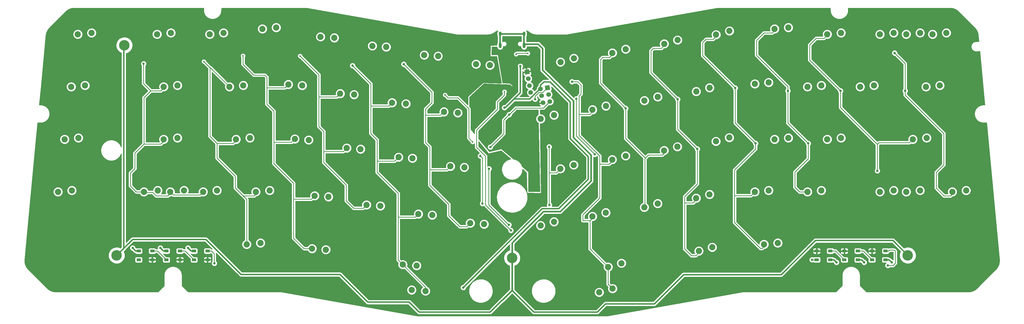
<source format=gbr>
G04 #@! TF.GenerationSoftware,KiCad,Pcbnew,(6.0.1)*
G04 #@! TF.CreationDate,2022-05-05T21:04:54+02:00*
G04 #@! TF.ProjectId,BMEK_Alps,424d454b-5f41-46c7-9073-2e6b69636164,1*
G04 #@! TF.SameCoordinates,Original*
G04 #@! TF.FileFunction,Copper,L1,Top*
G04 #@! TF.FilePolarity,Positive*
%FSLAX46Y46*%
G04 Gerber Fmt 4.6, Leading zero omitted, Abs format (unit mm)*
G04 Created by KiCad (PCBNEW (6.0.1)) date 2022-05-05 21:04:54*
%MOMM*%
%LPD*%
G01*
G04 APERTURE LIST*
G04 Aperture macros list*
%AMHorizOval*
0 Thick line with rounded ends*
0 $1 width*
0 $2 $3 position (X,Y) of the first rounded end (center of the circle)*
0 $4 $5 position (X,Y) of the second rounded end (center of the circle)*
0 Add line between two ends*
20,1,$1,$2,$3,$4,$5,0*
0 Add two circle primitives to create the rounded ends*
1,1,$1,$2,$3*
1,1,$1,$4,$5*%
%AMRotRect*
0 Rectangle, with rotation*
0 The origin of the aperture is its center*
0 $1 length*
0 $2 width*
0 $3 Rotation angle, in degrees counterclockwise*
0 Add horizontal line*
21,1,$1,$2,0,0,$3*%
G04 Aperture macros list end*
G04 #@! TA.AperFunction,ComponentPad*
%ADD10C,2.250000*%
G04 #@! TD*
G04 #@! TA.AperFunction,SMDPad,CuDef*
%ADD11R,1.500000X1.000000*%
G04 #@! TD*
G04 #@! TA.AperFunction,ComponentPad*
%ADD12C,3.800000*%
G04 #@! TD*
G04 #@! TA.AperFunction,ComponentPad*
%ADD13RotRect,1.700000X1.700000X190.000000*%
G04 #@! TD*
G04 #@! TA.AperFunction,ComponentPad*
%ADD14HorizOval,1.700000X0.000000X0.000000X0.000000X0.000000X0*%
G04 #@! TD*
G04 #@! TA.AperFunction,ComponentPad*
%ADD15O,1.000000X2.100000*%
G04 #@! TD*
G04 #@! TA.AperFunction,ComponentPad*
%ADD16O,1.000000X1.600000*%
G04 #@! TD*
G04 #@! TA.AperFunction,ViaPad*
%ADD17C,0.900000*%
G04 #@! TD*
G04 #@! TA.AperFunction,ViaPad*
%ADD18C,0.600000*%
G04 #@! TD*
G04 #@! TA.AperFunction,Conductor*
%ADD19C,0.254000*%
G04 #@! TD*
G04 #@! TA.AperFunction,Conductor*
%ADD20C,0.235000*%
G04 #@! TD*
G04 #@! TA.AperFunction,Conductor*
%ADD21C,0.508000*%
G04 #@! TD*
G04 #@! TA.AperFunction,Conductor*
%ADD22C,0.600000*%
G04 #@! TD*
G04 APERTURE END LIST*
D10*
X258616488Y-102557688D03*
X263453703Y-101197044D03*
X118685073Y-101689449D03*
X123695936Y-102065286D03*
X227408613Y-116183911D03*
X222571398Y-117544555D03*
X225785535Y-108346689D03*
X230622750Y-106986045D03*
X159741178Y-117052151D03*
X154730315Y-116676314D03*
X151516177Y-107478449D03*
X156527040Y-107854286D03*
X282177450Y-100140000D03*
X287177450Y-99640000D03*
X95048150Y-100140000D03*
X100048150Y-99640000D03*
X79306250Y-81090000D03*
X84306250Y-80590000D03*
X350306950Y-81090000D03*
X355306950Y-80590000D03*
X333638200Y-81090000D03*
X338638200Y-80590000D03*
X324113250Y-81090000D03*
X329113250Y-80590000D03*
X297919450Y-81090000D03*
X302919450Y-80590000D03*
X278869450Y-81089999D03*
X283869450Y-80589999D03*
X257653638Y-83383588D03*
X262490853Y-82022944D03*
X238893038Y-86691588D03*
X243730253Y-85330944D03*
X220132438Y-89999588D03*
X224969653Y-88638944D03*
X201371838Y-93307589D03*
X206209053Y-91946945D03*
X175929823Y-92439349D03*
X180940686Y-92815186D03*
X157169223Y-89131349D03*
X162180086Y-89507186D03*
X138408623Y-85823349D03*
X143419486Y-86199186D03*
X119648023Y-82515349D03*
X124658886Y-82891186D03*
X98356150Y-81090000D03*
X103356150Y-80590000D03*
X57875000Y-81090000D03*
X62875000Y-80590000D03*
X67399900Y-81090000D03*
X72399900Y-80590000D03*
X26809552Y-81090000D03*
X31809552Y-80590000D03*
X340781850Y-42990000D03*
X345781850Y-42490000D03*
X336019401Y-62040000D03*
X341019401Y-61540000D03*
X305063150Y-62040000D03*
X310063150Y-61540000D03*
X286013150Y-62039999D03*
X291013150Y-61539999D03*
X264804038Y-62778888D03*
X269641253Y-61418244D03*
X246043438Y-66086889D03*
X250880653Y-64726245D03*
X227282838Y-69394888D03*
X232120053Y-68034244D03*
X208522238Y-72702889D03*
X213359453Y-71342245D03*
X168761323Y-71831449D03*
X173772186Y-72207286D03*
X150000723Y-68523449D03*
X155011586Y-68899286D03*
X131240123Y-65215449D03*
X136250986Y-65591286D03*
X112479523Y-61907449D03*
X117490386Y-62283286D03*
X91212450Y-62040000D03*
X96212450Y-61540000D03*
X65018750Y-62040000D03*
X70018750Y-61540000D03*
X29190852Y-62040000D03*
X34190852Y-61540000D03*
X343163051Y-23940000D03*
X348163051Y-23440000D03*
X316969350Y-42990000D03*
X321969350Y-42490000D03*
X297919350Y-42990000D03*
X302919350Y-42490000D03*
X278869350Y-41929500D03*
X283869350Y-41429500D03*
X257673639Y-44692288D03*
X262510854Y-43331644D03*
X238913039Y-48000288D03*
X243750254Y-46639644D03*
X220152439Y-51308289D03*
X224989654Y-49947645D03*
X201391838Y-54616289D03*
X206229053Y-53255645D03*
X166405123Y-52072148D03*
X171415986Y-52447985D03*
X147644523Y-48764149D03*
X152655386Y-49139986D03*
X128883923Y-45456149D03*
X133894786Y-45831986D03*
X110123348Y-42148149D03*
X115134211Y-42523986D03*
X88831250Y-42990000D03*
X93831250Y-42490000D03*
X65018750Y-42990000D03*
X70018750Y-42490000D03*
X31572152Y-42990000D03*
X36572152Y-42490000D03*
X333638051Y-23940000D03*
X338638051Y-23440000D03*
X324113051Y-23940000D03*
X329113051Y-23440000D03*
X305063051Y-23940000D03*
X310063051Y-23440000D03*
X286013050Y-21999800D03*
X291013050Y-21499800D03*
X264848738Y-24083190D03*
X269685953Y-22722546D03*
X246088139Y-27391188D03*
X250925354Y-26030544D03*
X227327538Y-30699189D03*
X232164753Y-29338545D03*
X208566939Y-34007189D03*
X213404154Y-32646545D03*
X178036223Y-34779149D03*
X183047086Y-35154986D03*
X159275623Y-31471149D03*
X164286486Y-31846986D03*
X140515024Y-28163149D03*
X145525887Y-28538986D03*
X121754424Y-24855149D03*
X126765287Y-25230986D03*
X100737551Y-21999801D03*
X105737551Y-21499801D03*
X81687551Y-23940000D03*
X86687551Y-23440000D03*
X62637551Y-23940000D03*
X67637551Y-23440000D03*
X33953451Y-23940000D03*
X38953451Y-23440000D03*
D11*
X56010000Y-102540000D03*
X56010000Y-105740000D03*
X60910000Y-105740000D03*
X60910000Y-102540000D03*
X306162500Y-105740000D03*
X306162500Y-102540000D03*
X301262500Y-102540000D03*
X301262500Y-105740000D03*
X76010000Y-102540000D03*
X76010000Y-105740000D03*
X80910000Y-105740000D03*
X80910000Y-102540000D03*
X326162500Y-105740000D03*
X326162500Y-102540000D03*
X321262500Y-102540000D03*
X321262500Y-105740000D03*
X316162500Y-105740000D03*
X316162500Y-102540000D03*
X311262500Y-102540000D03*
X311262500Y-105740000D03*
D12*
X50800000Y-27940000D03*
X334200000Y-104140000D03*
X48020000Y-104140000D03*
X191060000Y-105090000D03*
D11*
X66010000Y-102540000D03*
X66010000Y-105740000D03*
X70910000Y-105740000D03*
X70910000Y-102540000D03*
D13*
X196472434Y-37567088D03*
D14*
X196913500Y-40068500D03*
X197354567Y-42569911D03*
X197795633Y-45071323D03*
D15*
X186748500Y-27970000D03*
D16*
X195388500Y-23790000D03*
D15*
X195388500Y-27970000D03*
D16*
X186748500Y-23790000D03*
D13*
X203835000Y-43307000D03*
D14*
X201333588Y-43748066D03*
X204276066Y-45808412D03*
X201774655Y-46249478D03*
X204717133Y-48309823D03*
X202215721Y-48750890D03*
D17*
X220980000Y-67487800D03*
D18*
X166814500Y-45923200D03*
X176771300Y-62966600D03*
D17*
X214299800Y-47345600D03*
X180340000Y-85344000D03*
X179578000Y-68072000D03*
X189890400Y-93014800D03*
X182702200Y-72720200D03*
X57772300Y-34645600D03*
D18*
X79552800Y-33832800D03*
X93726000Y-31750000D03*
X114363500Y-31813500D03*
D17*
X133337300Y-35318700D03*
X151892000Y-34798000D03*
X204470000Y-64770000D03*
X204571600Y-85877400D03*
X212725000Y-41148000D03*
X232156000Y-50800000D03*
X250952000Y-47498000D03*
X258064000Y-65532000D03*
X271780000Y-43434000D03*
X279146000Y-63500000D03*
X298196000Y-63500000D03*
X290830000Y-44450000D03*
X323189600Y-73456800D03*
X309880000Y-44450000D03*
X333248000Y-44450000D03*
X329438000Y-30734000D03*
X200723500Y-72326500D03*
X189484000Y-31800800D03*
X63144400Y-106476800D03*
X186842400Y-57251600D03*
X184429400Y-42494200D03*
X195656200Y-51841400D03*
X196011800Y-29972000D03*
X197815200Y-63957200D03*
X188569600Y-43637200D03*
X183083200Y-27203400D03*
X176466500Y-57658000D03*
X181864000Y-62331600D03*
X185267600Y-30022800D03*
X118795800Y-73279000D03*
X318363600Y-101549200D03*
X182854600Y-51282600D03*
X176212500Y-46990000D03*
X192786000Y-37033200D03*
X123647200Y-77571600D03*
X192786000Y-44069000D03*
X206959200Y-29032200D03*
D18*
X188290200Y-44754800D03*
D17*
X190627000Y-95072200D03*
X318414400Y-106680000D03*
X328371200Y-106680000D03*
X53797200Y-101447600D03*
X188277500Y-50546000D03*
X173380400Y-115798600D03*
X194056000Y-35509200D03*
X308406800Y-106680000D03*
X73812400Y-101447600D03*
X63804800Y-101447600D03*
D18*
X196748400Y-30861000D03*
X192506600Y-31165800D03*
D17*
X189992000Y-53086000D03*
X183197500Y-64833500D03*
X299567600Y-105714800D03*
X326974200Y-107797600D03*
X83362800Y-107010200D03*
X199390000Y-47472600D03*
D19*
X81909250Y-36068000D02*
X81788000Y-36068000D01*
X88831250Y-42990000D02*
X81909250Y-36068000D01*
X159741178Y-115703450D02*
X159741178Y-117052151D01*
X151516177Y-107478449D02*
X159741178Y-115703450D01*
X225785535Y-114560833D02*
X227408613Y-116183911D01*
X225785535Y-108346689D02*
X225785535Y-114560833D01*
X219240100Y-101801254D02*
X225785535Y-108346689D01*
X219240100Y-91528900D02*
X219240100Y-101801254D01*
X149860000Y-105822272D02*
X151516177Y-107478449D01*
X149860000Y-90258900D02*
X149860000Y-105822272D01*
X271574402Y-82450798D02*
X271526000Y-82499200D01*
X277508651Y-82450798D02*
X271574402Y-82450798D01*
X271526000Y-92240100D02*
X271526000Y-82499200D01*
X227282838Y-69940041D02*
X227282838Y-69394888D01*
X226204479Y-71018400D02*
X227282838Y-69940041D01*
X246043438Y-67138562D02*
X246043438Y-66086889D01*
X245429812Y-67752188D02*
X246043438Y-67138562D01*
X240337112Y-67752188D02*
X245429812Y-67752188D01*
X239268000Y-68821300D02*
X240337112Y-67752188D01*
X239268000Y-68834000D02*
X239268000Y-68821300D01*
X207082527Y-74142600D02*
X206984600Y-74142600D01*
X208522238Y-72702889D02*
X207082527Y-74142600D01*
X204470000Y-74142600D02*
X206984600Y-74142600D01*
X280885900Y-101600000D02*
X271526000Y-92240100D01*
X282177450Y-100981550D02*
X281559000Y-101600000D01*
X282177450Y-100140000D02*
X282177450Y-100981550D01*
X281559000Y-101600000D02*
X280885900Y-101600000D01*
X258616488Y-103186415D02*
X257579916Y-104222987D01*
X258616488Y-102557688D02*
X258616488Y-103186415D01*
X219240100Y-91528900D02*
X216662000Y-91528900D01*
X220132438Y-90636562D02*
X219240100Y-91528900D01*
X220132438Y-89999588D02*
X220132438Y-90636562D01*
X278869450Y-81089999D02*
X277508651Y-82450798D01*
X257653638Y-84012315D02*
X256550553Y-85115400D01*
X257653638Y-83383588D02*
X257653638Y-84012315D01*
X295034200Y-81090000D02*
X293370000Y-79425800D01*
X297919450Y-81090000D02*
X295034200Y-81090000D01*
X350306950Y-81874050D02*
X350306950Y-81090000D01*
X344474800Y-79705200D02*
X347319600Y-82550000D01*
X344474800Y-74015600D02*
X344474800Y-79705200D01*
X349631000Y-82550000D02*
X350306950Y-81874050D01*
X347218000Y-59944000D02*
X347218000Y-71272400D01*
X333248000Y-45974000D02*
X347218000Y-59944000D01*
X347319600Y-82550000D02*
X349631000Y-82550000D01*
X333248000Y-44450000D02*
X333248000Y-45974000D01*
X347218000Y-71272400D02*
X344474800Y-74015600D01*
D20*
X334800701Y-63258700D02*
X334468101Y-63258700D01*
X336019401Y-62040000D02*
X334800701Y-63258700D01*
X220152439Y-52008561D02*
X219163900Y-52997100D01*
X220152439Y-51308289D02*
X220152439Y-52008561D01*
D19*
X218859100Y-52997100D02*
X219092355Y-52997100D01*
D20*
X219163900Y-52997100D02*
X218859100Y-52997100D01*
D19*
X215290400Y-52997100D02*
X218859100Y-52997100D01*
X148597972Y-69926200D02*
X150000723Y-68523449D01*
X142240000Y-69926200D02*
X148597972Y-69926200D01*
X161336711Y-73041789D02*
X167550983Y-73041789D01*
X161290000Y-73088500D02*
X161336711Y-73041789D01*
X167550983Y-73041789D02*
X168761323Y-71831449D01*
X165194783Y-53282488D02*
X166405123Y-52072148D01*
X159848912Y-53282488D02*
X165194783Y-53282488D01*
X159766000Y-53365400D02*
X159848912Y-53282488D01*
X139966689Y-49974489D02*
X146434183Y-49974489D01*
X139954000Y-49961800D02*
X139966689Y-49974489D01*
X146434183Y-49974489D02*
X147644523Y-48764149D01*
X127673583Y-46666489D02*
X128883923Y-45456149D01*
X121202789Y-46666489D02*
X127673583Y-46666489D01*
X121158000Y-46621700D02*
X121202789Y-46666489D01*
X108913008Y-43358489D02*
X110123348Y-42148149D01*
X102388089Y-43358489D02*
X108913008Y-43358489D01*
X102362000Y-43332400D02*
X102388089Y-43358489D01*
X130029783Y-66425789D02*
X131240123Y-65215449D01*
X123032811Y-66425789D02*
X130029783Y-66425789D01*
X122936000Y-66522600D02*
X123032811Y-66425789D01*
X104941311Y-63117789D02*
X111269183Y-63117789D01*
X111269183Y-63117789D02*
X112479523Y-61907449D01*
X104902000Y-63157100D02*
X104941311Y-63117789D01*
D20*
X90170000Y-63500000D02*
X89902450Y-63500000D01*
X91212450Y-62457550D02*
X90170000Y-63500000D01*
X91212450Y-62040000D02*
X91212450Y-62457550D01*
X65018750Y-62743250D02*
X64008000Y-63754000D01*
X64008000Y-63754000D02*
X63454750Y-63754000D01*
X65018750Y-62040000D02*
X65018750Y-62743250D01*
X64008000Y-44450000D02*
X63708750Y-44450000D01*
X65018750Y-43439250D02*
X64008000Y-44450000D01*
X65018750Y-42990000D02*
X65018750Y-43439250D01*
X112014000Y-97917000D02*
X112014000Y-97663000D01*
D19*
X112014000Y-97663000D02*
X112014000Y-97840800D01*
X112014000Y-83756500D02*
X112014000Y-97663000D01*
D20*
X115786449Y-101689449D02*
X112014000Y-97917000D01*
X118685073Y-101689449D02*
X115786449Y-101689449D01*
X95048150Y-83808650D02*
X93789500Y-82550000D01*
X95048150Y-100140000D02*
X95048150Y-83808650D01*
D19*
X168148000Y-89750900D02*
X172097700Y-93700600D01*
X174668572Y-93700600D02*
X175929823Y-92439349D01*
X161290000Y-78740000D02*
X168148000Y-85598000D01*
X172097700Y-93700600D02*
X174668572Y-93700600D01*
X161290000Y-64770000D02*
X161290000Y-78740000D01*
X159766000Y-63246000D02*
X161290000Y-64770000D01*
X159766000Y-53365400D02*
X159766000Y-63246000D01*
X168148000Y-85598000D02*
X168148000Y-89750900D01*
X149860000Y-90258900D02*
X156041672Y-90258900D01*
X156041672Y-90258900D02*
X157169223Y-89131349D01*
X137198872Y-87033100D02*
X138408623Y-85823349D01*
X131064000Y-84366100D02*
X133731000Y-87033100D01*
X131064000Y-78587600D02*
X131064000Y-84366100D01*
X122936000Y-59182000D02*
X122936000Y-70459600D01*
X121158000Y-57404000D02*
X122936000Y-59182000D01*
X133731000Y-87033100D02*
X137198872Y-87033100D01*
X121158000Y-46621700D02*
X121158000Y-57404000D01*
X122936000Y-70459600D02*
X131064000Y-78587600D01*
X118437683Y-83725689D02*
X119648023Y-82515349D01*
X112014000Y-83756500D02*
X112044811Y-83725689D01*
X112044811Y-83725689D02*
X118437683Y-83725689D01*
X98356150Y-81983850D02*
X98356150Y-81090000D01*
X97790000Y-82550000D02*
X98356150Y-81983850D01*
X93789500Y-82550000D02*
X97790000Y-82550000D01*
D20*
X55105000Y-81090000D02*
X52997100Y-78982100D01*
X57875000Y-81090000D02*
X55105000Y-81090000D01*
D19*
X78181250Y-82215000D02*
X79306250Y-81090000D01*
X68524900Y-82215000D02*
X78181250Y-82215000D01*
X67399900Y-81090000D02*
X68524900Y-82215000D01*
X66548000Y-82550000D02*
X67399900Y-81698100D01*
X62357000Y-82550000D02*
X66548000Y-82550000D01*
X61048900Y-81241900D02*
X62357000Y-82550000D01*
X67399900Y-81698100D02*
X67399900Y-81090000D01*
X57962800Y-81241900D02*
X61048900Y-81241900D01*
X303911000Y-25400000D02*
X305063051Y-24247949D01*
X305063051Y-24247949D02*
X305063051Y-23940000D01*
X301066200Y-25400000D02*
X303911000Y-25400000D01*
X309880000Y-44450000D02*
X298691300Y-33261300D01*
X298691300Y-33261300D02*
X298691300Y-27774900D01*
X298691300Y-27774900D02*
X301066200Y-25400000D01*
X286013050Y-22596950D02*
X286013050Y-21999800D01*
X282140300Y-23459800D02*
X285079800Y-23459800D01*
X279450800Y-26149300D02*
X282140300Y-23459800D01*
X279450800Y-31546800D02*
X279450800Y-26149300D01*
X290830000Y-42926000D02*
X279450800Y-31546800D01*
X290830000Y-44450000D02*
X290830000Y-42926000D01*
X285079800Y-23459800D02*
X285115000Y-23495000D01*
X285115000Y-23495000D02*
X286013050Y-22596950D01*
D20*
X264848738Y-24711917D02*
X263812166Y-25748489D01*
X264848738Y-24083190D02*
X264848738Y-24711917D01*
X246088139Y-28019915D02*
X245051567Y-29056487D01*
X246088139Y-27391188D02*
X246088139Y-28019915D01*
X227327538Y-31327916D02*
X226290966Y-32364488D01*
X227327538Y-30699189D02*
X227327538Y-31327916D01*
D19*
X171462700Y-46990000D02*
X175387000Y-50914300D01*
X167881300Y-46990000D02*
X171462700Y-46990000D01*
X214299800Y-60807600D02*
X220980000Y-67487800D01*
X166814500Y-45923200D02*
X167881300Y-46990000D01*
X214299800Y-47345600D02*
X214299800Y-60807600D01*
X175387000Y-61582300D02*
X176771300Y-62966600D01*
X175387000Y-50914300D02*
X175387000Y-61582300D01*
X179578000Y-68072000D02*
X180340000Y-68834000D01*
X180340000Y-68834000D02*
X180340000Y-85344000D01*
X182651400Y-85826600D02*
X182651400Y-72771000D01*
X189839600Y-93014800D02*
X182651400Y-85826600D01*
X182651400Y-72771000D02*
X182702200Y-72720200D01*
X189890400Y-93014800D02*
X189839600Y-93014800D01*
X54610000Y-72669400D02*
X52997100Y-74282300D01*
X52997100Y-74282300D02*
X52997100Y-78982100D01*
X57912000Y-46901100D02*
X57912000Y-63754000D01*
X57708800Y-41808400D02*
X60350400Y-44450000D01*
X57912000Y-63754000D02*
X54610000Y-67056000D01*
X60363100Y-44450000D02*
X63708750Y-44450000D01*
X54610000Y-67056000D02*
X54610000Y-72669400D01*
X60363100Y-44450000D02*
X57912000Y-46901100D01*
X57912000Y-63754000D02*
X63454750Y-63754000D01*
X57708800Y-34709100D02*
X57708800Y-41808400D01*
X60350400Y-44450000D02*
X60363100Y-44450000D01*
X57772300Y-34645600D02*
X57708800Y-34709100D01*
X81788000Y-36068000D02*
X81788000Y-60960000D01*
X81788000Y-36068000D02*
X79552800Y-33832800D01*
X90932000Y-75438000D02*
X90932000Y-79692500D01*
X81788000Y-60960000D02*
X84328000Y-63500000D01*
X90932000Y-79692500D02*
X93789500Y-82550000D01*
X84328000Y-63500000D02*
X89902450Y-63500000D01*
X84328000Y-68834000D02*
X90932000Y-75438000D01*
X84328000Y-63500000D02*
X84328000Y-68834000D01*
X97612200Y-38735000D02*
X93726000Y-34848800D01*
X104902000Y-51816000D02*
X104902000Y-63157100D01*
X102362000Y-43332400D02*
X102362000Y-49276000D01*
X102362000Y-39471600D02*
X102362000Y-43332400D01*
X101625400Y-38735000D02*
X97612200Y-38735000D01*
X102362000Y-49276000D02*
X104902000Y-51816000D01*
X102362000Y-39471600D02*
X101625400Y-38735000D01*
X104902000Y-63157100D02*
X104902000Y-70866000D01*
X104902000Y-70866000D02*
X112014000Y-77978000D01*
X112014000Y-77978000D02*
X112014000Y-83756500D01*
X93726000Y-34848800D02*
X93726000Y-31750000D01*
X121158000Y-38608000D02*
X121158000Y-46621700D01*
X114300000Y-31750000D02*
X121158000Y-38608000D01*
X142240000Y-62230000D02*
X142240000Y-69926200D01*
X142240000Y-74015600D02*
X149860000Y-81635600D01*
X149860000Y-81635600D02*
X149860000Y-90258900D01*
X139954000Y-49961800D02*
X139954000Y-59944000D01*
X139954000Y-59944000D02*
X142240000Y-62230000D01*
X139954000Y-41910000D02*
X139954000Y-49961800D01*
X142240000Y-69926200D02*
X142240000Y-74015600D01*
X133337300Y-35318700D02*
X133362700Y-35318700D01*
X133362700Y-35318700D02*
X139954000Y-41910000D01*
X162052000Y-48768000D02*
X159766000Y-51054000D01*
X162052000Y-44958000D02*
X151892000Y-34798000D01*
X162052000Y-48768000D02*
X162052000Y-44958000D01*
X159766000Y-51054000D02*
X159766000Y-53365400D01*
X204470000Y-64770000D02*
X204470000Y-74142600D01*
X204470000Y-85775800D02*
X204470000Y-74142600D01*
X204571600Y-85877400D02*
X204470000Y-85775800D01*
X222758000Y-83312000D02*
X216662000Y-89408000D01*
X215290400Y-46329600D02*
X215290400Y-52997100D01*
X214833200Y-41148000D02*
X216001600Y-42316400D01*
X222758000Y-71018400D02*
X226204479Y-71018400D01*
X215290400Y-60579000D02*
X222758000Y-68046600D01*
X222758000Y-68046600D02*
X222758000Y-71018400D01*
X222758000Y-71018400D02*
X222758000Y-83312000D01*
X215290400Y-52997100D02*
X215290400Y-60579000D01*
X216001600Y-42316400D02*
X216001600Y-45618400D01*
X216001600Y-45618400D02*
X215290400Y-46329600D01*
X216662000Y-89408000D02*
X216662000Y-91528900D01*
X212725000Y-41148000D02*
X214833200Y-41148000D01*
X223050100Y-33083500D02*
X223769112Y-32364488D01*
X223769112Y-32364488D02*
X226290966Y-32364488D01*
X239115600Y-68986400D02*
X239115600Y-87097753D01*
X232156000Y-50800000D02*
X232156000Y-61722000D01*
X223050100Y-41694100D02*
X223050100Y-33083500D01*
X239115600Y-68986400D02*
X239268000Y-68834000D01*
X232156000Y-50800000D02*
X223050100Y-41694100D01*
X232156000Y-61722000D02*
X239268000Y-68834000D01*
X253492000Y-101854000D02*
X253530100Y-101854000D01*
X258064000Y-78232000D02*
X258064000Y-65532000D01*
X242152013Y-29056487D02*
X245051567Y-29056487D01*
X250952000Y-58420000D02*
X258064000Y-65532000D01*
X253492000Y-85115400D02*
X256550553Y-85115400D01*
X241300000Y-29908500D02*
X242152013Y-29056487D01*
X250952000Y-47498000D02*
X241300000Y-37846000D01*
X241300000Y-37846000D02*
X241300000Y-29908500D01*
X253530100Y-101854000D02*
X255899087Y-104222987D01*
X250952000Y-47498000D02*
X250952000Y-58420000D01*
X253492000Y-82804000D02*
X253492000Y-85115400D01*
X255899087Y-104222987D02*
X257579916Y-104222987D01*
X253492000Y-82804000D02*
X258064000Y-78232000D01*
X253492000Y-85115400D02*
X253492000Y-101854000D01*
X271780000Y-43434000D02*
X260019800Y-31673800D01*
X260019800Y-26936700D02*
X261208011Y-25748489D01*
X261208011Y-25748489D02*
X263812166Y-25748489D01*
X271780000Y-56134000D02*
X279146000Y-63500000D01*
X279146000Y-65532000D02*
X271526000Y-73152000D01*
X271526000Y-73152000D02*
X271526000Y-82499200D01*
X260019800Y-31673800D02*
X260019800Y-26936700D01*
X279146000Y-63500000D02*
X279146000Y-65532000D01*
X271780000Y-43434000D02*
X271780000Y-56134000D01*
X298196000Y-63500000D02*
X298196000Y-69088000D01*
X290830000Y-44450000D02*
X290830000Y-56134000D01*
X298196000Y-69088000D02*
X293370000Y-73914000D01*
X290830000Y-56134000D02*
X298196000Y-63500000D01*
X293370000Y-73914000D02*
X293370000Y-79425800D01*
X323786500Y-63258700D02*
X334468101Y-63258700D01*
X309880000Y-50546000D02*
X309880000Y-44450000D01*
X323189600Y-63855600D02*
X309880000Y-50546000D01*
X323189600Y-63855600D02*
X323786500Y-63258700D01*
X323189600Y-63855600D02*
X323189600Y-73456800D01*
X333248000Y-34544000D02*
X333248000Y-44450000D01*
X329438000Y-30734000D02*
X333248000Y-34544000D01*
X118795800Y-74853800D02*
X118795800Y-73279000D01*
X121513600Y-77571600D02*
X118795800Y-74853800D01*
X123647200Y-77571600D02*
X121513600Y-77571600D01*
D21*
X224866200Y-121716800D02*
X242519200Y-121716800D01*
X242519200Y-121716800D02*
X253111000Y-111125000D01*
X50596800Y-101574600D02*
X48370465Y-103800935D01*
X153797000Y-121081800D02*
X157429200Y-124714000D01*
D22*
X196011800Y-27482800D02*
X195402200Y-28092400D01*
D21*
X157429200Y-124714000D02*
X183159400Y-124714000D01*
X288417000Y-111125000D02*
X300786800Y-98755200D01*
D22*
X213258400Y-48107600D02*
X202082400Y-36931600D01*
D21*
X191058352Y-116815048D02*
X191084648Y-116815048D01*
D22*
X219608400Y-77114400D02*
X219608400Y-67741800D01*
D21*
X128828800Y-111048800D02*
X138861800Y-121081800D01*
X183159400Y-124714000D02*
X187452000Y-120421400D01*
X53814349Y-98348800D02*
X80314800Y-98348800D01*
X48023150Y-104139999D02*
X53814349Y-98348800D01*
X80314800Y-98348800D02*
X93014800Y-111048800D01*
D22*
X219608400Y-67741800D02*
X213258400Y-61391800D01*
D21*
X198983600Y-124714000D02*
X221869000Y-124714000D01*
D22*
X208483200Y-88239600D02*
X219608400Y-77114400D01*
D21*
X300786800Y-98755200D02*
X328853800Y-98755200D01*
X253111000Y-111125000D02*
X288417000Y-111125000D01*
D22*
X202082400Y-29108400D02*
X200456800Y-27482800D01*
D21*
X138861800Y-121081800D02*
X153797000Y-121081800D01*
X221869000Y-124714000D02*
X224866200Y-121716800D01*
D22*
X191058352Y-116815048D02*
X191058352Y-99619248D01*
X200456800Y-27482800D02*
X196011800Y-27482800D01*
D21*
X50596800Y-28299066D02*
X50596800Y-101574600D01*
D22*
X202438000Y-88239600D02*
X208483200Y-88239600D01*
X191058352Y-99619248D02*
X202438000Y-88239600D01*
X202082400Y-36931600D02*
X202082400Y-29108400D01*
X187452000Y-120421400D02*
X191058352Y-116815048D01*
X195353400Y-28043600D02*
X195353400Y-23749000D01*
X186713400Y-23749000D02*
X186713400Y-27967400D01*
D21*
X328853800Y-98755200D02*
X334200000Y-104101400D01*
D22*
X195353400Y-23749000D02*
X186713400Y-23749000D01*
X213258400Y-61391800D02*
X213258400Y-48107600D01*
D21*
X93014800Y-111048800D02*
X128828800Y-111048800D01*
X191084648Y-116815048D02*
X198983600Y-124714000D01*
D19*
X178231800Y-64947800D02*
X178231800Y-58699400D01*
X190627000Y-95072200D02*
X190627000Y-95046800D01*
X185775600Y-48488600D02*
X188290200Y-45974000D01*
X188290200Y-45974000D02*
X188290200Y-44754800D01*
X178231800Y-58699400D02*
X185775600Y-51155600D01*
X181432200Y-68148200D02*
X178231800Y-64947800D01*
X181432200Y-85852000D02*
X181432200Y-68148200D01*
X190627000Y-95046800D02*
X181432200Y-85852000D01*
X185775600Y-51155600D02*
X185775600Y-48488600D01*
D21*
X201955400Y-87223600D02*
X207924400Y-87223600D01*
X204774800Y-41224200D02*
X202565000Y-41224200D01*
X212090000Y-48539400D02*
X204774800Y-41224200D01*
X212090000Y-61772800D02*
X212090000Y-48539400D01*
X188620400Y-50546000D02*
X188277500Y-50546000D01*
X64897200Y-102540000D02*
X66010000Y-102540000D01*
X194030600Y-45135800D02*
X191719200Y-47447200D01*
X54889600Y-102540000D02*
X56010000Y-102540000D01*
X308406800Y-106680000D02*
X307466800Y-105740000D01*
X173380400Y-115798600D02*
X201955400Y-87223600D01*
X201133334Y-43748066D02*
X197434200Y-47447200D01*
X73812400Y-101447600D02*
X74904800Y-102540000D01*
X197434200Y-47447200D02*
X191719200Y-47447200D01*
X328371200Y-106680000D02*
X327431200Y-105740000D01*
X327431200Y-105740000D02*
X326162500Y-105740000D01*
X218617800Y-76530200D02*
X218617800Y-68300600D01*
X318414400Y-106680000D02*
X317474400Y-105740000D01*
X194030600Y-35534600D02*
X194030600Y-45135800D01*
X201333588Y-42455612D02*
X201333588Y-43748066D01*
X207924400Y-87223600D02*
X218617800Y-76530200D01*
X74904800Y-102540000D02*
X76010000Y-102540000D01*
X307466800Y-105740000D02*
X306162500Y-105740000D01*
X191719200Y-47447200D02*
X188620400Y-50546000D01*
X202565000Y-41224200D02*
X201333588Y-42455612D01*
X317474400Y-105740000D02*
X316162500Y-105740000D01*
X194056000Y-35509200D02*
X194030600Y-35534600D01*
X63804800Y-101447600D02*
X64897200Y-102540000D01*
X218617800Y-68300600D02*
X212090000Y-61772800D01*
X53797200Y-101447600D02*
X54889600Y-102540000D01*
D19*
X196723000Y-30835600D02*
X196748400Y-30861000D01*
X192506600Y-31165800D02*
X192836800Y-30835600D01*
X192836800Y-30835600D02*
X196723000Y-30835600D01*
X190055500Y-53086000D02*
X192468500Y-50673000D01*
X188010800Y-55067200D02*
X188010800Y-60020200D01*
X189992000Y-53086000D02*
X190055500Y-53086000D01*
X189992000Y-53086000D02*
X188010800Y-55067200D01*
X202374500Y-50673000D02*
X204724000Y-48323500D01*
X192468500Y-50673000D02*
X202374500Y-50673000D01*
X188010800Y-60020200D02*
X183197500Y-64833500D01*
X306162500Y-102540000D02*
X308062500Y-102540000D01*
X308062500Y-102540000D02*
X311262500Y-105740000D01*
X299567600Y-105714800D02*
X301237300Y-105714800D01*
X316162500Y-102540000D02*
X318062500Y-102540000D01*
X318062500Y-102540000D02*
X321262500Y-105740000D01*
X329641200Y-107035600D02*
X329641200Y-102616000D01*
X328879200Y-107797600D02*
X329641200Y-107035600D01*
X326974200Y-107797600D02*
X328879200Y-107797600D01*
X329234800Y-102209600D02*
X327533000Y-102209600D01*
X83286600Y-106934000D02*
X83286600Y-103555800D01*
X327202600Y-102540000D02*
X326162500Y-102540000D01*
X83362800Y-107010200D02*
X83286600Y-106934000D01*
X82270800Y-102540000D02*
X80910000Y-102540000D01*
X83286600Y-103555800D02*
X82270800Y-102540000D01*
X329641200Y-102616000D02*
X329234800Y-102209600D01*
X327533000Y-102209600D02*
X327202600Y-102540000D01*
X70910000Y-102540000D02*
X72810000Y-102540000D01*
X72810000Y-102540000D02*
X76010000Y-105740000D01*
X62810000Y-102540000D02*
X66010000Y-105740000D01*
X60910000Y-102540000D02*
X62810000Y-102540000D01*
X199390000Y-47472600D02*
X199390000Y-46380400D01*
X199390000Y-46380400D02*
X200748900Y-45021500D01*
X202120500Y-45021500D02*
X203835000Y-43307000D01*
X200748900Y-45021500D02*
X202120500Y-45021500D01*
X79448852Y-15172950D02*
X79448414Y-15179683D01*
X79448801Y-15211188D01*
X79448537Y-15254283D01*
X79448800Y-15254285D01*
X79448794Y-15254450D01*
X79448536Y-15254448D01*
X79448378Y-15280360D01*
X79449744Y-15290326D01*
X79449786Y-15291467D01*
X79450138Y-15320185D01*
X79450941Y-15329792D01*
X79450784Y-15339725D01*
X79452733Y-15371413D01*
X79453791Y-15400128D01*
X79454827Y-15409679D01*
X79454913Y-15419587D01*
X79457639Y-15451237D01*
X79459403Y-15479923D01*
X79460668Y-15489408D01*
X79460998Y-15499330D01*
X79464505Y-15530954D01*
X79466967Y-15559526D01*
X79468466Y-15568991D01*
X79469038Y-15578891D01*
X79473319Y-15610413D01*
X79476483Y-15638933D01*
X79478215Y-15648362D01*
X79479029Y-15658234D01*
X79484073Y-15689588D01*
X79487943Y-15718079D01*
X79489907Y-15727471D01*
X79490965Y-15737338D01*
X79496782Y-15768587D01*
X79498889Y-15781682D01*
X79498823Y-15792469D01*
X79503672Y-15827866D01*
X79515562Y-15869468D01*
X79516681Y-15875478D01*
X79519109Y-15884788D01*
X79520659Y-15894644D01*
X79528012Y-15925603D01*
X79533945Y-15953632D01*
X79536601Y-15962879D01*
X79538387Y-15972665D01*
X79546484Y-16003384D01*
X79553121Y-16031328D01*
X79556001Y-16040499D01*
X79558016Y-16050190D01*
X79566870Y-16080721D01*
X79574191Y-16108495D01*
X79577281Y-16117550D01*
X79579534Y-16127190D01*
X79589143Y-16157526D01*
X79597136Y-16185088D01*
X79600443Y-16194056D01*
X79602935Y-16203651D01*
X79613282Y-16233733D01*
X79621947Y-16261089D01*
X79625480Y-16269988D01*
X79628201Y-16279504D01*
X79639275Y-16309307D01*
X79648621Y-16336478D01*
X79652366Y-16345275D01*
X79655325Y-16354741D01*
X79667134Y-16384284D01*
X79677132Y-16411191D01*
X79681109Y-16419934D01*
X79683571Y-16427174D01*
X79693013Y-16460211D01*
X79707600Y-16492820D01*
X79717639Y-16508732D01*
X79728393Y-16532208D01*
X79739698Y-16558580D01*
X79744112Y-16567139D01*
X79747771Y-16576386D01*
X79761730Y-16604985D01*
X79773668Y-16631044D01*
X79778275Y-16639464D01*
X79782153Y-16648600D01*
X79796794Y-16676817D01*
X79809389Y-16702619D01*
X79814196Y-16710914D01*
X79818289Y-16719936D01*
X79833635Y-16747815D01*
X79846843Y-16773271D01*
X79851849Y-16781440D01*
X79856170Y-16790376D01*
X79872193Y-16817867D01*
X79886018Y-16842984D01*
X79891230Y-16851040D01*
X79895761Y-16859850D01*
X79912459Y-16886950D01*
X79926903Y-16911732D01*
X79932302Y-16919644D01*
X79937057Y-16928357D01*
X79954401Y-16955019D01*
X79969457Y-16979454D01*
X79975064Y-16987253D01*
X79980049Y-16995878D01*
X79994953Y-17017602D01*
X80027832Y-17069713D01*
X80042405Y-17086836D01*
X80043302Y-17088077D01*
X80059538Y-17111743D01*
X80065528Y-17119266D01*
X80070916Y-17127614D01*
X80090169Y-17152919D01*
X80106980Y-17176177D01*
X80113138Y-17183532D01*
X80118723Y-17191736D01*
X80138594Y-17216564D01*
X80155970Y-17239402D01*
X80162302Y-17246599D01*
X80168083Y-17254660D01*
X80188574Y-17279013D01*
X80206488Y-17301396D01*
X80212992Y-17308433D01*
X80218979Y-17316360D01*
X80240050Y-17340189D01*
X80258512Y-17362131D01*
X80265203Y-17369024D01*
X80271366Y-17376782D01*
X80293023Y-17400096D01*
X80312023Y-17421584D01*
X80318868Y-17428297D01*
X80325249Y-17435937D01*
X80347462Y-17458702D01*
X80351417Y-17462960D01*
X80354279Y-17467496D01*
X80377433Y-17494703D01*
X80414727Y-17527640D01*
X80423381Y-17536509D01*
X80430630Y-17542951D01*
X80437358Y-17550245D01*
X80460642Y-17571872D01*
X80481211Y-17591938D01*
X80488534Y-17598130D01*
X80495426Y-17605244D01*
X80519239Y-17626300D01*
X80540292Y-17645854D01*
X80547750Y-17651853D01*
X80554820Y-17658801D01*
X80579164Y-17679284D01*
X80600655Y-17698287D01*
X80608268Y-17704110D01*
X80615500Y-17710877D01*
X80640287Y-17730716D01*
X80662289Y-17749229D01*
X80670041Y-17754862D01*
X80677445Y-17761457D01*
X80702782Y-17780736D01*
X80725157Y-17798644D01*
X80733043Y-17804084D01*
X80740625Y-17810510D01*
X80766369Y-17829118D01*
X80789230Y-17846513D01*
X80797276Y-17851777D01*
X80805019Y-17858019D01*
X80831232Y-17876003D01*
X80854480Y-17892807D01*
X80860784Y-17896713D01*
X80884296Y-17917479D01*
X80914156Y-17937094D01*
X80936049Y-17947373D01*
X80937244Y-17948243D01*
X80964339Y-17964937D01*
X80988370Y-17980570D01*
X80996766Y-17985218D01*
X81004941Y-17990870D01*
X81032429Y-18006890D01*
X81056849Y-18021936D01*
X81065352Y-18026375D01*
X81073647Y-18031814D01*
X81101505Y-18047147D01*
X81126302Y-18061598D01*
X81134908Y-18065825D01*
X81143331Y-18071057D01*
X81171563Y-18085705D01*
X81196697Y-18099538D01*
X81205406Y-18103553D01*
X81213935Y-18108566D01*
X81242483Y-18122501D01*
X81268004Y-18135742D01*
X81276790Y-18139534D01*
X81285476Y-18144356D01*
X81314405Y-18157608D01*
X81340167Y-18170182D01*
X81349078Y-18173772D01*
X81357878Y-18178378D01*
X81387094Y-18190903D01*
X81413200Y-18202861D01*
X81422188Y-18206228D01*
X81431137Y-18210635D01*
X81450023Y-18218188D01*
X81499704Y-18241513D01*
X81533868Y-18251958D01*
X81534836Y-18252109D01*
X81534962Y-18252155D01*
X81561605Y-18262810D01*
X81570759Y-18265736D01*
X81579879Y-18269684D01*
X81609957Y-18280031D01*
X81636841Y-18290024D01*
X81646056Y-18292721D01*
X81655259Y-18296440D01*
X81685537Y-18306031D01*
X81712703Y-18315377D01*
X81721974Y-18317845D01*
X81731249Y-18321331D01*
X81761806Y-18330193D01*
X81789157Y-18338857D01*
X81798463Y-18341092D01*
X81807842Y-18344356D01*
X81838593Y-18352461D01*
X81866147Y-18360452D01*
X81875523Y-18362462D01*
X81884985Y-18365497D01*
X81915967Y-18372855D01*
X81943667Y-18380156D01*
X81953105Y-18381938D01*
X81962650Y-18384743D01*
X81993151Y-18391200D01*
X82026299Y-18401335D01*
X82081985Y-18410006D01*
X82100118Y-18413844D01*
X82109634Y-18415161D01*
X82119324Y-18417499D01*
X82150714Y-18422549D01*
X82178916Y-18427800D01*
X82188470Y-18428884D01*
X82198175Y-18430975D01*
X82229722Y-18435260D01*
X82258024Y-18439813D01*
X82267558Y-18440658D01*
X82277321Y-18442512D01*
X82308911Y-18446015D01*
X82337360Y-18449879D01*
X82346936Y-18450491D01*
X82356706Y-18452100D01*
X82388409Y-18454831D01*
X82416919Y-18457992D01*
X82426478Y-18458368D01*
X82436315Y-18459740D01*
X82468073Y-18461692D01*
X82496641Y-18464152D01*
X82506227Y-18464294D01*
X82516096Y-18465424D01*
X82547859Y-18466594D01*
X82576510Y-18468355D01*
X82586126Y-18468261D01*
X82596004Y-18469148D01*
X82627748Y-18469539D01*
X82656482Y-18470597D01*
X82665718Y-18470279D01*
X82668244Y-18470475D01*
X82669299Y-18470475D01*
X82676039Y-18470913D01*
X82707817Y-18470522D01*
X82736503Y-18470875D01*
X82743295Y-18470475D01*
X82744298Y-18470475D01*
X82746448Y-18470322D01*
X82756065Y-18470711D01*
X82787867Y-18469539D01*
X82816535Y-18469187D01*
X82826096Y-18468387D01*
X82836035Y-18468545D01*
X82867750Y-18466596D01*
X82896450Y-18465539D01*
X82905989Y-18464505D01*
X82915913Y-18464418D01*
X82947547Y-18461694D01*
X82976231Y-18459931D01*
X82985747Y-18458663D01*
X82995646Y-18458334D01*
X83027266Y-18454827D01*
X83055844Y-18452366D01*
X83065304Y-18450869D01*
X83075212Y-18450296D01*
X83106771Y-18446009D01*
X83135237Y-18442853D01*
X83144666Y-18441122D01*
X83154560Y-18440306D01*
X83185941Y-18435257D01*
X83214393Y-18431393D01*
X83223794Y-18429427D01*
X83233679Y-18428367D01*
X83264927Y-18422549D01*
X83293257Y-18417991D01*
X83302640Y-18415788D01*
X83312491Y-18414486D01*
X83330016Y-18410776D01*
X83381814Y-18403358D01*
X83416104Y-18393331D01*
X83419002Y-18392013D01*
X83421901Y-18391325D01*
X83449960Y-18385385D01*
X83459198Y-18382731D01*
X83468977Y-18380947D01*
X83499716Y-18372845D01*
X83527641Y-18366213D01*
X83536802Y-18363336D01*
X83546517Y-18361316D01*
X83577080Y-18352453D01*
X83604804Y-18345145D01*
X83613880Y-18342048D01*
X83623529Y-18339793D01*
X83653823Y-18330197D01*
X83681417Y-18322194D01*
X83690397Y-18318881D01*
X83700007Y-18316385D01*
X83730023Y-18306059D01*
X83757427Y-18297378D01*
X83766354Y-18293834D01*
X83775896Y-18291103D01*
X83805687Y-18280029D01*
X83832830Y-18270692D01*
X83841665Y-18266931D01*
X83851159Y-18263961D01*
X83880668Y-18252160D01*
X83881379Y-18251896D01*
X83908534Y-18243955D01*
X83962207Y-18219552D01*
X83981625Y-18211786D01*
X83990293Y-18207583D01*
X83999618Y-18204155D01*
X84028552Y-18190902D01*
X84054911Y-18179602D01*
X84063442Y-18175203D01*
X84072680Y-18171547D01*
X84101257Y-18157599D01*
X84127340Y-18145652D01*
X84135750Y-18141050D01*
X84144883Y-18137175D01*
X84173133Y-18122518D01*
X84198913Y-18109936D01*
X84207204Y-18105132D01*
X84216230Y-18101037D01*
X84244059Y-18085721D01*
X84269560Y-18072491D01*
X84277735Y-18067482D01*
X84286674Y-18063160D01*
X84314148Y-18047149D01*
X84339285Y-18033314D01*
X84347335Y-18028105D01*
X84356187Y-18023552D01*
X84383260Y-18006870D01*
X84408035Y-17992431D01*
X84415979Y-17987010D01*
X84424723Y-17982238D01*
X84451377Y-17964896D01*
X84475785Y-17949856D01*
X84475968Y-17949725D01*
X84494825Y-17941151D01*
X84524923Y-17921903D01*
X84551535Y-17898973D01*
X84558651Y-17894623D01*
X84584426Y-17875992D01*
X84608067Y-17859773D01*
X84615593Y-17853781D01*
X84623955Y-17848383D01*
X84649248Y-17829136D01*
X84672504Y-17812327D01*
X84679870Y-17806159D01*
X84688074Y-17800574D01*
X84712894Y-17780708D01*
X84735735Y-17763328D01*
X84742934Y-17756994D01*
X84750993Y-17751212D01*
X84775286Y-17730769D01*
X84797726Y-17712809D01*
X84804770Y-17706297D01*
X84812684Y-17700320D01*
X84836467Y-17679289D01*
X84858461Y-17660781D01*
X84865350Y-17654092D01*
X84873101Y-17647934D01*
X84896405Y-17626286D01*
X84917908Y-17607270D01*
X84924611Y-17600434D01*
X84932242Y-17594060D01*
X84955002Y-17571852D01*
X84976027Y-17552320D01*
X84982592Y-17545287D01*
X84990022Y-17538767D01*
X84998203Y-17530384D01*
X85032925Y-17500466D01*
X85056411Y-17473544D01*
X85061121Y-17466278D01*
X85068132Y-17458731D01*
X85088166Y-17438203D01*
X85094383Y-17430853D01*
X85101526Y-17423934D01*
X85122577Y-17400129D01*
X85142116Y-17379099D01*
X85148137Y-17371615D01*
X85155103Y-17364528D01*
X85175576Y-17340200D01*
X85194582Y-17318707D01*
X85200411Y-17311086D01*
X85207197Y-17303834D01*
X85227050Y-17279031D01*
X85245542Y-17257055D01*
X85251182Y-17249293D01*
X85257789Y-17241875D01*
X85277038Y-17216577D01*
X85294967Y-17194176D01*
X85300415Y-17186277D01*
X85306847Y-17178688D01*
X85325479Y-17152910D01*
X85342843Y-17130089D01*
X85348103Y-17122048D01*
X85354349Y-17114302D01*
X85372344Y-17088073D01*
X85373290Y-17086764D01*
X85382888Y-17075761D01*
X85418790Y-17020370D01*
X85433839Y-16998435D01*
X85438712Y-16990121D01*
X85444575Y-16982070D01*
X85461257Y-16954993D01*
X85476896Y-16930952D01*
X85481551Y-16922544D01*
X85487202Y-16914370D01*
X85503224Y-16886876D01*
X85518263Y-16862466D01*
X85522699Y-16853966D01*
X85528144Y-16845662D01*
X85543490Y-16817776D01*
X85557923Y-16793009D01*
X85562151Y-16784401D01*
X85567377Y-16775988D01*
X85582017Y-16747770D01*
X85595863Y-16722609D01*
X85599870Y-16713916D01*
X85604899Y-16705358D01*
X85618838Y-16676796D01*
X85632059Y-16651312D01*
X85635863Y-16642499D01*
X85640676Y-16633828D01*
X85653934Y-16604879D01*
X85666503Y-16579126D01*
X85670087Y-16570228D01*
X85674696Y-16561422D01*
X85687220Y-16532204D01*
X85695940Y-16513165D01*
X85704587Y-16499824D01*
X85719571Y-16467395D01*
X85730199Y-16431858D01*
X85733204Y-16423192D01*
X85737378Y-16414165D01*
X85748455Y-16384366D01*
X85759116Y-16357706D01*
X85762038Y-16348561D01*
X85765982Y-16339452D01*
X85776327Y-16309383D01*
X85786327Y-16282480D01*
X85789021Y-16273275D01*
X85792734Y-16264088D01*
X85802338Y-16233774D01*
X85811678Y-16206627D01*
X85814140Y-16197378D01*
X85817633Y-16188083D01*
X85826489Y-16157550D01*
X85835157Y-16130190D01*
X85837395Y-16120871D01*
X85840659Y-16111494D01*
X85848769Y-16080728D01*
X85856757Y-16053186D01*
X85858766Y-16043812D01*
X85861804Y-16034342D01*
X85869149Y-16003415D01*
X85876463Y-15975669D01*
X85878248Y-15966215D01*
X85881052Y-15956675D01*
X85887637Y-15925570D01*
X85894266Y-15897657D01*
X85895822Y-15888146D01*
X85898395Y-15878522D01*
X85899380Y-15873231D01*
X85910649Y-15835551D01*
X85915930Y-15800215D01*
X85916015Y-15786266D01*
X85918855Y-15768617D01*
X85924110Y-15740387D01*
X85925193Y-15730840D01*
X85927280Y-15721153D01*
X85931554Y-15689692D01*
X85936122Y-15661294D01*
X85936967Y-15651756D01*
X85938817Y-15642013D01*
X85942324Y-15610396D01*
X85946186Y-15581963D01*
X85946797Y-15572407D01*
X85948409Y-15562611D01*
X85951135Y-15530964D01*
X85954302Y-15502413D01*
X85954679Y-15492835D01*
X85956049Y-15483018D01*
X85958004Y-15451225D01*
X85960463Y-15422675D01*
X85960605Y-15413105D01*
X85961737Y-15403226D01*
X85962909Y-15371416D01*
X85964668Y-15342820D01*
X85964575Y-15333208D01*
X85965465Y-15323286D01*
X85965854Y-15291590D01*
X85966375Y-15288104D01*
X85966453Y-15275279D01*
X85966912Y-15262839D01*
X85966595Y-15253581D01*
X85966790Y-15251053D01*
X85966790Y-15220179D01*
X85966849Y-15210602D01*
X85967190Y-15182780D01*
X85967035Y-15180145D01*
X85967264Y-15142594D01*
X85966790Y-15139135D01*
X85966790Y-14445480D01*
X116774212Y-14445480D01*
X170844605Y-24069893D01*
X170856300Y-24073468D01*
X170923268Y-24083895D01*
X170950544Y-24088750D01*
X170962648Y-24090026D01*
X170966778Y-24090669D01*
X170986159Y-24092169D01*
X171013785Y-24092169D01*
X171076958Y-24094312D01*
X171096656Y-24092169D01*
X182228392Y-24092204D01*
X182229346Y-24092204D01*
X182234893Y-24092576D01*
X182271201Y-24092204D01*
X182304448Y-24092204D01*
X182308892Y-24091887D01*
X182319611Y-24092386D01*
X182352691Y-24091369D01*
X182382663Y-24091062D01*
X182393490Y-24090179D01*
X182404292Y-24090461D01*
X182437337Y-24088766D01*
X182467294Y-24087846D01*
X182478088Y-24086742D01*
X182488892Y-24086802D01*
X182521891Y-24084432D01*
X182551833Y-24082897D01*
X182562604Y-24081573D01*
X182573392Y-24081412D01*
X182606320Y-24078368D01*
X182636245Y-24076219D01*
X182646977Y-24074676D01*
X182657763Y-24074293D01*
X182690614Y-24070576D01*
X182720497Y-24067814D01*
X182731202Y-24066051D01*
X182741981Y-24065447D01*
X182774801Y-24061051D01*
X182804567Y-24057684D01*
X182815234Y-24055701D01*
X182826024Y-24054875D01*
X182858685Y-24049818D01*
X182888430Y-24045834D01*
X182899082Y-24043628D01*
X182909865Y-24042579D01*
X182937648Y-24037691D01*
X183000908Y-24028632D01*
X183017055Y-24023910D01*
X183025864Y-24022174D01*
X183055406Y-24016977D01*
X183065945Y-24014339D01*
X183076644Y-24012855D01*
X183108993Y-24005788D01*
X183138392Y-23999992D01*
X183148849Y-23997146D01*
X183159515Y-23995443D01*
X183191742Y-23987707D01*
X183220981Y-23981319D01*
X183231370Y-23978262D01*
X183242006Y-23976339D01*
X183274051Y-23967949D01*
X183303165Y-23960961D01*
X183313498Y-23957688D01*
X183324093Y-23955548D01*
X183355922Y-23946514D01*
X183384919Y-23938923D01*
X183395203Y-23935434D01*
X183405734Y-23933081D01*
X183437350Y-23923404D01*
X183466218Y-23915211D01*
X183476423Y-23911513D01*
X183486925Y-23908940D01*
X183518400Y-23898597D01*
X183542453Y-23891234D01*
X183556635Y-23889203D01*
X183590923Y-23879177D01*
X183625952Y-23863250D01*
X183627316Y-23862802D01*
X183637380Y-23858682D01*
X183647774Y-23855679D01*
X183678763Y-23844068D01*
X183707040Y-23834129D01*
X183717001Y-23829810D01*
X183727329Y-23826596D01*
X183758071Y-23814354D01*
X183786137Y-23803838D01*
X183796008Y-23799316D01*
X183806252Y-23795895D01*
X183836707Y-23783038D01*
X183864588Y-23771935D01*
X183874356Y-23767215D01*
X183884512Y-23763592D01*
X183914690Y-23750118D01*
X183942357Y-23738438D01*
X183952013Y-23733526D01*
X183962104Y-23729691D01*
X183992042Y-23715582D01*
X184019413Y-23703361D01*
X184028974Y-23698247D01*
X184038997Y-23694202D01*
X184068653Y-23679476D01*
X184095749Y-23666706D01*
X184105218Y-23661391D01*
X184115152Y-23657142D01*
X184144462Y-23641832D01*
X184171336Y-23628487D01*
X184180696Y-23622977D01*
X184190583Y-23618506D01*
X184203907Y-23611194D01*
X184248931Y-23590723D01*
X184279025Y-23571478D01*
X184282893Y-23568145D01*
X184293850Y-23561836D01*
X184320135Y-23547412D01*
X184329260Y-23541523D01*
X184338926Y-23536665D01*
X184367253Y-23519573D01*
X184393234Y-23504615D01*
X184402216Y-23498555D01*
X184411769Y-23493507D01*
X184439747Y-23475835D01*
X184465422Y-23460344D01*
X184474276Y-23454103D01*
X184483718Y-23448863D01*
X184511314Y-23430632D01*
X184536671Y-23414615D01*
X184545406Y-23408186D01*
X184554730Y-23402759D01*
X184581933Y-23383976D01*
X184606979Y-23367429D01*
X184615571Y-23360829D01*
X184624800Y-23355202D01*
X184651666Y-23335826D01*
X184676303Y-23318816D01*
X184684775Y-23312029D01*
X184693891Y-23306211D01*
X184720312Y-23286322D01*
X184727900Y-23280850D01*
X184730176Y-23279815D01*
X184760273Y-23260568D01*
X184773933Y-23248798D01*
X184775954Y-23247879D01*
X184806049Y-23228633D01*
X184836934Y-23202021D01*
X184839963Y-23199908D01*
X184853880Y-23188647D01*
X184855792Y-23186860D01*
X184880808Y-23168030D01*
X184928452Y-23133672D01*
X184976762Y-23100318D01*
X185025750Y-23067958D01*
X185075389Y-23036609D01*
X185125607Y-23006315D01*
X185176401Y-22977075D01*
X185227891Y-22948820D01*
X185279840Y-22921681D01*
X185332313Y-22895622D01*
X185385462Y-22870569D01*
X185438965Y-22846675D01*
X185493097Y-22823818D01*
X185547638Y-22802094D01*
X185602749Y-22781441D01*
X185605377Y-22780518D01*
X185615974Y-22779000D01*
X185650264Y-22768972D01*
X185682276Y-22754417D01*
X185770290Y-22726491D01*
X185883607Y-22695588D01*
X185946939Y-22681074D01*
X185942954Y-22684977D01*
X185815825Y-22836483D01*
X185801931Y-22856773D01*
X185706652Y-23030086D01*
X185696965Y-23052688D01*
X185637163Y-23241207D01*
X185632050Y-23265261D01*
X185614785Y-23419182D01*
X185614000Y-23433227D01*
X185614000Y-24139769D01*
X185614601Y-24152065D01*
X185629021Y-24299129D01*
X185633798Y-24323251D01*
X185690962Y-24512587D01*
X185700332Y-24535322D01*
X185778900Y-24683088D01*
X185778900Y-26828666D01*
X185706652Y-26960086D01*
X185696965Y-26982688D01*
X185637163Y-27171207D01*
X185632050Y-27195261D01*
X185614785Y-27349182D01*
X185614000Y-27363227D01*
X185614000Y-27822479D01*
X183306713Y-27915703D01*
X183239456Y-27938439D01*
X183195167Y-27993927D01*
X183185811Y-28039920D01*
X183135011Y-31849920D01*
X183154103Y-31918302D01*
X183207134Y-31965506D01*
X183261000Y-31977600D01*
X185466469Y-31977600D01*
X187149018Y-41627516D01*
X180673578Y-41453845D01*
X180604946Y-41472014D01*
X180585767Y-41486274D01*
X175099367Y-46439274D01*
X175062207Y-46499769D01*
X175057801Y-46533364D01*
X175071171Y-49521548D01*
X172057045Y-46507422D01*
X172042506Y-46489847D01*
X171992688Y-46443065D01*
X171972889Y-46423266D01*
X171961021Y-46412802D01*
X171957802Y-46410305D01*
X171925459Y-46379933D01*
X171899909Y-46361369D01*
X171882072Y-46351563D01*
X171865992Y-46339090D01*
X171838807Y-46323013D01*
X171798088Y-46305393D01*
X171759204Y-46284016D01*
X171729838Y-46272389D01*
X171710121Y-46267327D01*
X171691448Y-46259246D01*
X171661119Y-46250434D01*
X171617285Y-46243491D01*
X171574317Y-46232459D01*
X171542982Y-46228500D01*
X171522635Y-46228500D01*
X171502532Y-46225316D01*
X171470963Y-46224324D01*
X171426786Y-46228500D01*
X168196722Y-46228500D01*
X167737659Y-45769437D01*
X167733112Y-45728900D01*
X167726888Y-45701508D01*
X167667236Y-45530211D01*
X167655099Y-45504879D01*
X167558980Y-45351055D01*
X167541532Y-45329040D01*
X167413721Y-45200334D01*
X167391829Y-45182733D01*
X167238680Y-45085542D01*
X167213433Y-45073228D01*
X167042557Y-45012382D01*
X167015209Y-45005967D01*
X166835099Y-44984490D01*
X166807009Y-44984294D01*
X166626617Y-45003254D01*
X166599183Y-45009286D01*
X166427474Y-45067740D01*
X166402057Y-45079701D01*
X166247566Y-45174745D01*
X166225430Y-45192039D01*
X166095835Y-45318948D01*
X166078082Y-45340716D01*
X165979824Y-45493183D01*
X165967334Y-45518343D01*
X165905296Y-45688790D01*
X165898691Y-45716093D01*
X165875957Y-45896048D01*
X165875564Y-45924135D01*
X165893264Y-46104655D01*
X165899105Y-46132132D01*
X165956360Y-46304245D01*
X165968142Y-46329744D01*
X166062104Y-46484895D01*
X166079243Y-46507151D01*
X166205245Y-46637629D01*
X166226889Y-46655534D01*
X166378666Y-46754854D01*
X166403739Y-46767519D01*
X166573748Y-46830745D01*
X166601004Y-46837541D01*
X166659757Y-46845380D01*
X167286959Y-47472583D01*
X167301494Y-47490153D01*
X167351312Y-47536935D01*
X167371111Y-47556734D01*
X167382979Y-47567198D01*
X167386198Y-47569695D01*
X167418541Y-47600067D01*
X167444091Y-47618631D01*
X167461928Y-47628437D01*
X167478008Y-47640910D01*
X167505193Y-47656987D01*
X167545912Y-47674607D01*
X167584796Y-47695984D01*
X167614162Y-47707611D01*
X167633879Y-47712673D01*
X167652552Y-47720754D01*
X167682881Y-47729566D01*
X167726715Y-47736509D01*
X167769683Y-47747541D01*
X167801018Y-47751500D01*
X167821365Y-47751500D01*
X167841468Y-47754684D01*
X167873037Y-47755676D01*
X167917214Y-47751500D01*
X171147278Y-47751500D01*
X174625500Y-51229722D01*
X174625500Y-61503280D01*
X174623354Y-61525976D01*
X174625500Y-61594269D01*
X174625500Y-61622283D01*
X174626494Y-61638079D01*
X174627004Y-61642112D01*
X174628397Y-61686462D01*
X174633338Y-61717659D01*
X174639016Y-61737202D01*
X174641566Y-61757390D01*
X174649421Y-61787983D01*
X174665755Y-61829239D01*
X174678134Y-61871846D01*
X174690679Y-61900835D01*
X174701036Y-61918347D01*
X174708528Y-61937270D01*
X174723745Y-61964949D01*
X174749828Y-62000849D01*
X174772413Y-62039038D01*
X174791771Y-62063993D01*
X174806155Y-62078377D01*
X174818122Y-62094848D01*
X174839743Y-62117872D01*
X174873940Y-62146162D01*
X175847262Y-63119485D01*
X175850064Y-63148056D01*
X175855905Y-63175532D01*
X175913160Y-63347645D01*
X175924942Y-63373144D01*
X176018904Y-63528295D01*
X176036043Y-63550551D01*
X176162045Y-63681029D01*
X176183689Y-63698934D01*
X176335466Y-63798254D01*
X176360539Y-63810919D01*
X176530548Y-63874145D01*
X176557803Y-63880941D01*
X176737596Y-63904931D01*
X176765681Y-63905519D01*
X176946320Y-63889079D01*
X176973836Y-63883431D01*
X177146344Y-63827380D01*
X177171925Y-63815776D01*
X177327729Y-63722898D01*
X177350104Y-63705915D01*
X177470300Y-63591454D01*
X177470300Y-64868780D01*
X177468154Y-64891476D01*
X177470300Y-64959769D01*
X177470300Y-64987783D01*
X177471294Y-65003579D01*
X177471804Y-65007612D01*
X177473197Y-65051962D01*
X177478138Y-65083159D01*
X177483816Y-65102702D01*
X177486366Y-65122890D01*
X177494221Y-65153483D01*
X177510555Y-65194739D01*
X177522934Y-65237346D01*
X177535479Y-65266335D01*
X177545836Y-65283847D01*
X177553328Y-65302770D01*
X177568545Y-65330449D01*
X177594628Y-65366349D01*
X177617213Y-65404538D01*
X177636571Y-65429493D01*
X177650955Y-65443877D01*
X177662922Y-65460348D01*
X177684543Y-65483372D01*
X177718740Y-65511662D01*
X179246195Y-67039117D01*
X179181627Y-67058120D01*
X179158827Y-67067332D01*
X178992246Y-67154418D01*
X178971669Y-67167884D01*
X178825176Y-67285668D01*
X178807606Y-67302873D01*
X178686780Y-67446868D01*
X178672887Y-67467158D01*
X178582331Y-67631879D01*
X178572644Y-67654481D01*
X178515807Y-67833653D01*
X178510694Y-67857707D01*
X178489741Y-68044507D01*
X178489398Y-68069095D01*
X178505127Y-68256408D01*
X178509566Y-68280595D01*
X178561378Y-68461285D01*
X178570430Y-68484149D01*
X178656351Y-68651334D01*
X178669673Y-68672005D01*
X178786432Y-68819317D01*
X178803514Y-68837006D01*
X178946661Y-68958834D01*
X178966854Y-68972868D01*
X179130939Y-69064572D01*
X179153473Y-69074417D01*
X179332244Y-69132503D01*
X179356261Y-69137784D01*
X179542911Y-69160041D01*
X179567497Y-69160556D01*
X179578500Y-69159709D01*
X179578500Y-84566164D01*
X179569606Y-84574873D01*
X179448780Y-84718868D01*
X179434887Y-84739158D01*
X179344331Y-84903879D01*
X179334644Y-84926481D01*
X179277807Y-85105653D01*
X179272694Y-85129707D01*
X179251741Y-85316507D01*
X179251398Y-85341095D01*
X179267127Y-85528408D01*
X179271566Y-85552595D01*
X179323378Y-85733285D01*
X179332430Y-85756149D01*
X179418351Y-85923334D01*
X179431673Y-85944005D01*
X179548432Y-86091317D01*
X179565514Y-86109006D01*
X179708661Y-86230834D01*
X179728854Y-86244868D01*
X179892939Y-86336572D01*
X179915473Y-86346417D01*
X180094244Y-86404503D01*
X180118261Y-86409784D01*
X180304911Y-86432041D01*
X180329497Y-86432556D01*
X180516914Y-86418135D01*
X180541131Y-86413864D01*
X180722178Y-86363314D01*
X180745104Y-86354422D01*
X180822661Y-86315245D01*
X180836971Y-86333693D01*
X180851355Y-86348077D01*
X180863322Y-86364548D01*
X180884943Y-86387572D01*
X180919140Y-86415862D01*
X189539673Y-95036395D01*
X189538741Y-95044706D01*
X189538398Y-95069295D01*
X189554127Y-95256608D01*
X189558566Y-95280795D01*
X189610378Y-95461485D01*
X189619430Y-95484349D01*
X189705351Y-95651534D01*
X189718673Y-95672205D01*
X189835432Y-95819517D01*
X189852514Y-95837206D01*
X189995661Y-95959034D01*
X190015854Y-95973068D01*
X190179939Y-96064772D01*
X190202473Y-96074617D01*
X190381244Y-96132703D01*
X190405261Y-96137984D01*
X190591911Y-96160241D01*
X190616497Y-96160756D01*
X190803914Y-96146335D01*
X190828131Y-96142064D01*
X191009178Y-96091514D01*
X191032104Y-96082622D01*
X191199885Y-95997870D01*
X191220648Y-95984693D01*
X191368772Y-95868966D01*
X191386580Y-95852008D01*
X191509404Y-95709715D01*
X191523579Y-95689621D01*
X191616426Y-95526181D01*
X191626428Y-95503716D01*
X191685761Y-95325354D01*
X191691209Y-95301374D01*
X191714768Y-95114884D01*
X191715750Y-95100854D01*
X191716126Y-95073962D01*
X191715537Y-95059904D01*
X191697194Y-94872830D01*
X191692417Y-94848708D01*
X191638087Y-94668759D01*
X191628716Y-94646024D01*
X191540469Y-94480055D01*
X191526861Y-94459573D01*
X191408058Y-94313905D01*
X191390730Y-94296455D01*
X191245895Y-94176637D01*
X191225508Y-94162886D01*
X191060159Y-94073483D01*
X191037490Y-94063954D01*
X190857925Y-94008369D01*
X190833837Y-94003424D01*
X190646895Y-93983775D01*
X190640855Y-93983733D01*
X190540393Y-93883271D01*
X190632172Y-93811566D01*
X190649980Y-93794608D01*
X190772804Y-93652315D01*
X190786979Y-93632221D01*
X190879826Y-93468781D01*
X190889828Y-93446316D01*
X190949161Y-93267954D01*
X190954609Y-93243974D01*
X190978168Y-93057484D01*
X190979150Y-93043454D01*
X190979526Y-93016562D01*
X190978937Y-93002504D01*
X190960594Y-92815430D01*
X190955817Y-92791308D01*
X190901487Y-92611359D01*
X190892116Y-92588624D01*
X190803869Y-92422655D01*
X190790261Y-92402173D01*
X190671458Y-92256505D01*
X190654130Y-92239055D01*
X190509295Y-92119237D01*
X190488908Y-92105486D01*
X190323559Y-92016083D01*
X190300890Y-92006554D01*
X190121325Y-91950969D01*
X190097237Y-91946024D01*
X189910295Y-91926375D01*
X189885704Y-91926204D01*
X189832746Y-91931024D01*
X183412900Y-85511177D01*
X183412900Y-73541243D01*
X183443972Y-73516967D01*
X183461780Y-73500008D01*
X183584604Y-73357715D01*
X183598779Y-73337621D01*
X183691626Y-73174181D01*
X183701628Y-73151716D01*
X183760961Y-72973354D01*
X183766409Y-72949374D01*
X183789968Y-72762884D01*
X183790950Y-72748854D01*
X183791326Y-72721962D01*
X183790737Y-72707904D01*
X183772394Y-72520830D01*
X183767617Y-72496708D01*
X183713287Y-72316759D01*
X183703916Y-72294024D01*
X183615669Y-72128055D01*
X183602061Y-72107573D01*
X183483258Y-71961905D01*
X183465930Y-71944455D01*
X183321095Y-71824637D01*
X183300708Y-71810886D01*
X183135359Y-71721483D01*
X183112690Y-71711954D01*
X182933125Y-71656369D01*
X182909037Y-71651424D01*
X182722095Y-71631775D01*
X182697504Y-71631604D01*
X182510306Y-71648641D01*
X182486151Y-71653248D01*
X182305827Y-71706320D01*
X182283027Y-71715532D01*
X182193700Y-71762231D01*
X182193700Y-68227220D01*
X182195846Y-68204524D01*
X182193700Y-68136231D01*
X182193700Y-68108217D01*
X182192706Y-68092421D01*
X182192196Y-68088388D01*
X182190803Y-68044038D01*
X182185862Y-68012841D01*
X182180184Y-67993298D01*
X182177634Y-67973110D01*
X182169779Y-67942517D01*
X182153445Y-67901261D01*
X182141066Y-67858654D01*
X182128521Y-67829665D01*
X182118164Y-67812153D01*
X182110672Y-67793230D01*
X182095455Y-67765551D01*
X182069372Y-67729651D01*
X182046787Y-67691462D01*
X182027429Y-67666507D01*
X182013045Y-67652123D01*
X182001078Y-67635652D01*
X181979457Y-67612628D01*
X181945260Y-67584338D01*
X178993300Y-64632377D01*
X178993300Y-62783360D01*
X182527637Y-67198245D01*
X182585824Y-67238923D01*
X182655340Y-67242036D01*
X187100929Y-66177599D01*
X190577341Y-69187559D01*
X190275061Y-69235436D01*
X190262161Y-69238178D01*
X189890038Y-69337888D01*
X189877495Y-69341964D01*
X189517834Y-69480025D01*
X189505785Y-69485389D01*
X189162525Y-69660288D01*
X189151103Y-69666883D01*
X188828006Y-69876705D01*
X188817337Y-69884457D01*
X188517941Y-70126903D01*
X188508140Y-70135728D01*
X188235728Y-70408140D01*
X188226903Y-70417941D01*
X187984457Y-70717337D01*
X187976705Y-70728006D01*
X187766883Y-71051103D01*
X187760288Y-71062525D01*
X187585389Y-71405785D01*
X187580025Y-71417834D01*
X187441964Y-71777495D01*
X187437888Y-71790038D01*
X187338178Y-72162161D01*
X187335436Y-72175061D01*
X187275169Y-72555567D01*
X187273791Y-72568684D01*
X187253629Y-72953406D01*
X187253629Y-72966594D01*
X187273791Y-73351316D01*
X187275169Y-73364433D01*
X187335436Y-73744939D01*
X187338178Y-73757839D01*
X187437888Y-74129962D01*
X187441964Y-74142505D01*
X187580025Y-74502166D01*
X187585389Y-74514215D01*
X187760288Y-74857475D01*
X187766883Y-74868897D01*
X187976705Y-75191994D01*
X187984457Y-75202663D01*
X188226903Y-75502059D01*
X188235728Y-75511860D01*
X188508140Y-75784272D01*
X188517941Y-75793097D01*
X188817337Y-76035543D01*
X188828006Y-76043295D01*
X189151103Y-76253117D01*
X189162525Y-76259712D01*
X189505785Y-76434611D01*
X189517834Y-76439975D01*
X189877495Y-76578036D01*
X189890038Y-76582112D01*
X190262161Y-76681822D01*
X190275061Y-76684564D01*
X190655567Y-76744831D01*
X190668684Y-76746209D01*
X190957159Y-76761327D01*
X190963753Y-76761500D01*
X191156247Y-76761500D01*
X191162841Y-76761327D01*
X191451316Y-76746209D01*
X191464433Y-76744831D01*
X191844939Y-76684564D01*
X191857839Y-76681822D01*
X192229962Y-76582112D01*
X192242505Y-76578036D01*
X192602166Y-76439975D01*
X192614215Y-76434611D01*
X192957475Y-76259712D01*
X192968897Y-76253117D01*
X193291994Y-76043295D01*
X193302663Y-76035543D01*
X193602059Y-75793097D01*
X193611860Y-75784272D01*
X193884272Y-75511860D01*
X193893097Y-75502059D01*
X194135543Y-75202663D01*
X194143295Y-75191994D01*
X194353117Y-74868897D01*
X194359712Y-74857475D01*
X194534611Y-74514215D01*
X194539975Y-74502166D01*
X194678036Y-74142505D01*
X194682112Y-74129962D01*
X194781822Y-73757839D01*
X194784564Y-73744939D01*
X194844831Y-73364433D01*
X194846209Y-73351316D01*
X194866371Y-72966594D01*
X194866371Y-72953406D01*
X194863500Y-72898617D01*
X196282448Y-74127175D01*
X196405216Y-81332721D01*
X196340002Y-81132014D01*
X196336324Y-81122123D01*
X196157645Y-80697062D01*
X196153152Y-80687514D01*
X195939531Y-80278895D01*
X195934254Y-80269756D01*
X195687190Y-79880445D01*
X195681168Y-79871780D01*
X195402394Y-79504508D01*
X195395667Y-79496376D01*
X195087137Y-79153720D01*
X195079754Y-79146181D01*
X194743635Y-78830543D01*
X194735647Y-78823648D01*
X194374294Y-78537243D01*
X194365756Y-78531040D01*
X193981704Y-78275877D01*
X193972678Y-78270410D01*
X193568623Y-78048279D01*
X193559171Y-78043587D01*
X193137944Y-77856045D01*
X193128132Y-77852161D01*
X192692690Y-77700524D01*
X192682588Y-77697474D01*
X192235985Y-77582806D01*
X192225663Y-77580612D01*
X191771030Y-77503716D01*
X191760560Y-77502393D01*
X191302660Y-77463942D01*
X191292117Y-77463500D01*
X190941632Y-77463500D01*
X190936356Y-77463611D01*
X190594039Y-77477958D01*
X190583523Y-77478841D01*
X190126069Y-77536631D01*
X190115664Y-77538390D01*
X189664651Y-77634256D01*
X189654430Y-77636881D01*
X189213020Y-77770151D01*
X189203054Y-77773621D01*
X188774343Y-77943359D01*
X188764703Y-77947651D01*
X188351700Y-78152668D01*
X188342453Y-78157752D01*
X187948053Y-78396609D01*
X187939263Y-78402449D01*
X187566234Y-78673470D01*
X187557964Y-78680025D01*
X187208922Y-78981311D01*
X187201230Y-78988534D01*
X186878622Y-79317970D01*
X186871560Y-79325813D01*
X186577651Y-79681088D01*
X186571271Y-79689493D01*
X186308121Y-80068116D01*
X186302467Y-80077026D01*
X186071922Y-80476342D01*
X186067033Y-80485694D01*
X185870710Y-80902900D01*
X185866620Y-80912628D01*
X185705897Y-81344799D01*
X185702637Y-81354835D01*
X185578641Y-81798939D01*
X185576231Y-81809213D01*
X185489832Y-82262136D01*
X185488290Y-82272575D01*
X185440093Y-82731138D01*
X185439431Y-82741670D01*
X185429774Y-83202659D01*
X185429995Y-83213210D01*
X185458947Y-83673389D01*
X185460050Y-83683884D01*
X185527408Y-84140028D01*
X185529385Y-84150393D01*
X185634675Y-84599300D01*
X185637513Y-84609464D01*
X185779998Y-85047986D01*
X185783676Y-85057877D01*
X185962355Y-85482938D01*
X185966848Y-85492486D01*
X186180469Y-85901105D01*
X186185746Y-85910244D01*
X186432810Y-86299555D01*
X186438832Y-86308220D01*
X186717606Y-86675492D01*
X186724333Y-86683624D01*
X187032863Y-87026280D01*
X187040246Y-87033819D01*
X187376365Y-87349457D01*
X187384353Y-87356352D01*
X187745706Y-87642757D01*
X187754244Y-87648960D01*
X188138296Y-87904123D01*
X188147322Y-87909590D01*
X188551377Y-88131721D01*
X188560829Y-88136413D01*
X188982056Y-88323955D01*
X188991868Y-88327839D01*
X189427310Y-88479476D01*
X189437412Y-88482526D01*
X189884015Y-88597194D01*
X189894337Y-88599388D01*
X190348970Y-88676284D01*
X190359440Y-88677607D01*
X190817340Y-88716058D01*
X190827883Y-88716500D01*
X191178368Y-88716500D01*
X191183644Y-88716389D01*
X191525961Y-88702042D01*
X191536477Y-88701159D01*
X191993931Y-88643369D01*
X192004336Y-88641610D01*
X192455349Y-88545744D01*
X192465570Y-88543119D01*
X192906980Y-88409849D01*
X192916946Y-88406379D01*
X193345657Y-88236641D01*
X193355297Y-88232349D01*
X193768300Y-88027332D01*
X193777547Y-88022248D01*
X194171947Y-87783391D01*
X194180737Y-87777551D01*
X194553766Y-87506530D01*
X194562036Y-87499975D01*
X194911078Y-87198689D01*
X194918770Y-87191466D01*
X195241378Y-86862030D01*
X195248440Y-86854187D01*
X195542349Y-86498912D01*
X195548729Y-86490507D01*
X195811879Y-86111884D01*
X195817533Y-86102974D01*
X196048078Y-85703658D01*
X196052967Y-85694306D01*
X196249290Y-85277100D01*
X196253380Y-85267372D01*
X196414103Y-84835201D01*
X196417363Y-84825165D01*
X196541359Y-84381061D01*
X196543769Y-84370787D01*
X196630168Y-83917864D01*
X196631710Y-83907425D01*
X196679907Y-83448862D01*
X196680569Y-83438330D01*
X196690226Y-82977341D01*
X196690005Y-82966790D01*
X196661053Y-82506611D01*
X196659950Y-82496116D01*
X196592592Y-82039972D01*
X196590615Y-82029607D01*
X196485325Y-81580700D01*
X196482487Y-81570536D01*
X196461181Y-81504962D01*
X196482118Y-81522489D01*
X196530885Y-81532990D01*
X201483885Y-81596490D01*
X201552256Y-81577363D01*
X201599433Y-81524307D01*
X201611488Y-81468780D01*
X201268829Y-56371549D01*
X201381952Y-56380452D01*
X201401724Y-56380452D01*
X201658050Y-56360279D01*
X201677578Y-56357186D01*
X201927592Y-56297163D01*
X201946396Y-56291053D01*
X202183943Y-56192658D01*
X202201560Y-56183682D01*
X202420789Y-56049338D01*
X202436784Y-56037716D01*
X202632299Y-55870731D01*
X202646280Y-55856750D01*
X202813265Y-55661235D01*
X202824887Y-55645240D01*
X202959231Y-55426011D01*
X202968207Y-55408394D01*
X203066602Y-55170847D01*
X203072712Y-55152043D01*
X203132735Y-54902029D01*
X203135828Y-54882501D01*
X203156001Y-54626175D01*
X203156001Y-54606403D01*
X203135828Y-54350077D01*
X203132735Y-54330549D01*
X203072712Y-54080535D01*
X203066602Y-54061731D01*
X202968207Y-53824184D01*
X202959231Y-53806567D01*
X202824887Y-53587338D01*
X202813265Y-53571343D01*
X202646280Y-53375828D01*
X202632299Y-53361847D01*
X202519527Y-53265531D01*
X204464890Y-53265531D01*
X204485063Y-53521857D01*
X204488156Y-53541385D01*
X204548179Y-53791399D01*
X204554289Y-53810203D01*
X204652684Y-54047750D01*
X204661660Y-54065367D01*
X204796004Y-54284596D01*
X204807626Y-54300591D01*
X204974611Y-54496106D01*
X204988592Y-54510087D01*
X205184107Y-54677072D01*
X205200102Y-54688694D01*
X205419331Y-54823038D01*
X205436948Y-54832014D01*
X205674495Y-54930409D01*
X205693299Y-54936519D01*
X205943313Y-54996542D01*
X205962841Y-54999635D01*
X206219167Y-55019808D01*
X206238939Y-55019808D01*
X206495265Y-54999635D01*
X206514793Y-54996542D01*
X206764807Y-54936519D01*
X206783611Y-54930409D01*
X207021158Y-54832014D01*
X207038775Y-54823038D01*
X207258004Y-54688694D01*
X207273999Y-54677072D01*
X207469514Y-54510087D01*
X207483495Y-54496106D01*
X207650480Y-54300591D01*
X207662102Y-54284596D01*
X207796446Y-54065367D01*
X207805422Y-54047750D01*
X207903817Y-53810203D01*
X207909927Y-53791399D01*
X207969950Y-53541385D01*
X207973043Y-53521857D01*
X207993216Y-53265531D01*
X207993216Y-53245759D01*
X207973043Y-52989433D01*
X207969950Y-52969905D01*
X207909927Y-52719891D01*
X207903817Y-52701087D01*
X207805422Y-52463540D01*
X207796446Y-52445923D01*
X207662102Y-52226694D01*
X207650480Y-52210699D01*
X207483495Y-52015184D01*
X207469514Y-52001203D01*
X207273999Y-51834218D01*
X207258004Y-51822596D01*
X207038775Y-51688252D01*
X207021158Y-51679276D01*
X206783611Y-51580881D01*
X206764807Y-51574771D01*
X206514793Y-51514748D01*
X206495265Y-51511655D01*
X206238939Y-51491482D01*
X206219167Y-51491482D01*
X205962841Y-51511655D01*
X205943313Y-51514748D01*
X205693299Y-51574771D01*
X205674495Y-51580881D01*
X205436948Y-51679276D01*
X205419331Y-51688252D01*
X205200102Y-51822596D01*
X205184107Y-51834218D01*
X204988592Y-52001203D01*
X204974611Y-52015184D01*
X204807626Y-52210699D01*
X204796004Y-52226694D01*
X204661660Y-52445923D01*
X204652684Y-52463540D01*
X204554289Y-52701087D01*
X204548179Y-52719891D01*
X204488156Y-52969905D01*
X204485063Y-52989433D01*
X204464890Y-53245759D01*
X204464890Y-53265531D01*
X202519527Y-53265531D01*
X202436784Y-53194862D01*
X202420789Y-53183240D01*
X202201560Y-53048896D01*
X202183943Y-53039920D01*
X201946396Y-52941525D01*
X201927592Y-52935415D01*
X201677578Y-52875392D01*
X201658050Y-52872299D01*
X201401724Y-52852126D01*
X201381952Y-52852126D01*
X201220949Y-52864797D01*
X201201421Y-51434500D01*
X202295480Y-51434500D01*
X202318176Y-51436646D01*
X202386469Y-51434500D01*
X202414483Y-51434500D01*
X202430279Y-51433506D01*
X202434312Y-51432996D01*
X202478662Y-51431603D01*
X202509859Y-51426662D01*
X202529402Y-51420984D01*
X202549590Y-51418434D01*
X202580183Y-51410579D01*
X202621439Y-51394245D01*
X202664046Y-51381866D01*
X202693035Y-51369321D01*
X202710547Y-51358964D01*
X202729470Y-51351472D01*
X202757149Y-51336255D01*
X202793049Y-51310172D01*
X202831238Y-51287587D01*
X202856193Y-51268229D01*
X202870577Y-51253845D01*
X202887048Y-51241878D01*
X202910072Y-51220257D01*
X202938362Y-51186060D01*
X204370199Y-49754224D01*
X204530609Y-49786860D01*
X204551113Y-49789305D01*
X204774353Y-49797491D01*
X204794980Y-49796555D01*
X205016559Y-49768170D01*
X205036757Y-49763877D01*
X205250725Y-49699683D01*
X205269949Y-49692148D01*
X205470559Y-49593870D01*
X205488295Y-49583298D01*
X205670161Y-49453575D01*
X205685933Y-49440247D01*
X205844169Y-49282563D01*
X205857552Y-49266838D01*
X205987909Y-49085426D01*
X205998543Y-49067727D01*
X206097520Y-48867461D01*
X206105121Y-48848263D01*
X206170061Y-48634521D01*
X206174425Y-48614339D01*
X206203584Y-48392860D01*
X206204624Y-48379491D01*
X206206251Y-48312901D01*
X206205865Y-48299499D01*
X206187561Y-48076860D01*
X206184189Y-48056488D01*
X206129768Y-47839829D01*
X206123113Y-47820282D01*
X206034036Y-47615420D01*
X206024279Y-47597223D01*
X205902939Y-47409660D01*
X205890341Y-47393300D01*
X205739997Y-47228074D01*
X205724895Y-47213992D01*
X205549584Y-47075539D01*
X205532385Y-47064112D01*
X205336815Y-46956152D01*
X205317982Y-46947688D01*
X205257482Y-46926264D01*
X205403102Y-46781152D01*
X205416485Y-46765427D01*
X205546842Y-46584015D01*
X205557476Y-46566316D01*
X205656453Y-46366050D01*
X205664054Y-46346852D01*
X205728994Y-46133110D01*
X205733358Y-46112928D01*
X205762517Y-45891449D01*
X205763557Y-45878080D01*
X205765184Y-45811490D01*
X205764798Y-45798088D01*
X205746494Y-45575449D01*
X205743122Y-45555077D01*
X205688701Y-45338418D01*
X205682046Y-45318871D01*
X205592969Y-45114009D01*
X205583212Y-45095812D01*
X205461872Y-44908249D01*
X205449274Y-44891889D01*
X205298930Y-44726663D01*
X205283828Y-44712581D01*
X205108517Y-44574128D01*
X205099515Y-44568147D01*
X205204938Y-44505924D01*
X205232819Y-44483587D01*
X205332435Y-44377320D01*
X205352925Y-44348057D01*
X205418713Y-44218103D01*
X205430167Y-44184264D01*
X205456836Y-44041069D01*
X205458689Y-44009649D01*
X205454544Y-43947238D01*
X205452907Y-43933708D01*
X205287027Y-42992955D01*
X211201500Y-48907428D01*
X211201500Y-61705424D01*
X211198209Y-61727057D01*
X211197191Y-61756223D01*
X211201500Y-61809198D01*
X211201500Y-61817325D01*
X211202348Y-61831915D01*
X211205655Y-61860279D01*
X211211606Y-61933442D01*
X211217324Y-61962058D01*
X211217630Y-61963003D01*
X211217746Y-61963996D01*
X211224460Y-61992399D01*
X211249507Y-62061400D01*
X211272120Y-62131206D01*
X211284270Y-62157743D01*
X211284788Y-62158596D01*
X211285127Y-62159531D01*
X211298193Y-62185625D01*
X211338443Y-62247017D01*
X211376509Y-62309747D01*
X211389787Y-62327790D01*
X211397227Y-62336214D01*
X211397575Y-62336584D01*
X211414401Y-62356708D01*
X211470933Y-62410261D01*
X217729300Y-68668628D01*
X217729300Y-76162172D01*
X207556372Y-86335100D01*
X205558913Y-86335100D01*
X205561026Y-86331381D01*
X205571028Y-86308916D01*
X205630361Y-86130554D01*
X205635809Y-86106574D01*
X205659368Y-85920084D01*
X205660350Y-85906054D01*
X205660726Y-85879162D01*
X205660137Y-85865104D01*
X205641794Y-85678030D01*
X205637017Y-85653908D01*
X205582687Y-85473959D01*
X205573316Y-85451224D01*
X205485069Y-85285255D01*
X205471461Y-85264773D01*
X205352658Y-85119105D01*
X205335330Y-85101655D01*
X205231500Y-85015759D01*
X205231500Y-74904100D01*
X207003507Y-74904100D01*
X207026203Y-74906246D01*
X207094496Y-74904100D01*
X207122510Y-74904100D01*
X207138306Y-74903106D01*
X207142339Y-74902596D01*
X207186689Y-74901203D01*
X207217886Y-74896262D01*
X207237429Y-74890584D01*
X207257617Y-74888034D01*
X207288210Y-74880179D01*
X207329466Y-74863845D01*
X207372073Y-74851466D01*
X207401062Y-74838921D01*
X207418574Y-74828564D01*
X207437497Y-74821072D01*
X207465176Y-74805855D01*
X207501076Y-74779772D01*
X207539265Y-74757187D01*
X207564220Y-74737829D01*
X207578604Y-74723445D01*
X207595075Y-74711478D01*
X207618099Y-74689857D01*
X207646385Y-74655665D01*
X207937075Y-74364976D01*
X207967680Y-74377653D01*
X207986484Y-74383763D01*
X208236498Y-74443786D01*
X208256026Y-74446879D01*
X208512352Y-74467052D01*
X208532124Y-74467052D01*
X208788450Y-74446879D01*
X208807978Y-74443786D01*
X209057992Y-74383763D01*
X209076796Y-74377653D01*
X209314343Y-74279258D01*
X209331960Y-74270282D01*
X209551189Y-74135938D01*
X209567184Y-74124316D01*
X209762699Y-73957331D01*
X209776680Y-73943350D01*
X209943665Y-73747835D01*
X209955287Y-73731840D01*
X210089631Y-73512611D01*
X210098607Y-73494994D01*
X210197002Y-73257447D01*
X210203112Y-73238643D01*
X210263135Y-72988629D01*
X210266228Y-72969101D01*
X210286401Y-72712775D01*
X210286401Y-72693003D01*
X210266228Y-72436677D01*
X210263135Y-72417149D01*
X210203112Y-72167135D01*
X210197002Y-72148331D01*
X210098607Y-71910784D01*
X210089631Y-71893167D01*
X209955287Y-71673938D01*
X209943665Y-71657943D01*
X209776680Y-71462428D01*
X209762699Y-71448447D01*
X209649927Y-71352131D01*
X211595290Y-71352131D01*
X211615463Y-71608457D01*
X211618556Y-71627985D01*
X211678579Y-71877999D01*
X211684689Y-71896803D01*
X211783084Y-72134350D01*
X211792060Y-72151967D01*
X211926404Y-72371196D01*
X211938026Y-72387191D01*
X212105011Y-72582706D01*
X212118992Y-72596687D01*
X212314507Y-72763672D01*
X212330502Y-72775294D01*
X212549731Y-72909638D01*
X212567348Y-72918614D01*
X212804895Y-73017009D01*
X212823699Y-73023119D01*
X213073713Y-73083142D01*
X213093241Y-73086235D01*
X213349567Y-73106408D01*
X213369339Y-73106408D01*
X213625665Y-73086235D01*
X213645193Y-73083142D01*
X213895207Y-73023119D01*
X213914011Y-73017009D01*
X214151558Y-72918614D01*
X214169175Y-72909638D01*
X214388404Y-72775294D01*
X214404399Y-72763672D01*
X214599914Y-72596687D01*
X214613895Y-72582706D01*
X214780880Y-72387191D01*
X214792502Y-72371196D01*
X214926846Y-72151967D01*
X214935822Y-72134350D01*
X215034217Y-71896803D01*
X215040327Y-71877999D01*
X215100350Y-71627985D01*
X215103443Y-71608457D01*
X215123616Y-71352131D01*
X215123616Y-71332359D01*
X215103443Y-71076033D01*
X215100350Y-71056505D01*
X215040327Y-70806491D01*
X215034217Y-70787687D01*
X214935822Y-70550140D01*
X214926846Y-70532523D01*
X214792502Y-70313294D01*
X214780880Y-70297299D01*
X214613895Y-70101784D01*
X214599914Y-70087803D01*
X214404399Y-69920818D01*
X214388404Y-69909196D01*
X214169175Y-69774852D01*
X214151558Y-69765876D01*
X213914011Y-69667481D01*
X213895207Y-69661371D01*
X213645193Y-69601348D01*
X213625665Y-69598255D01*
X213369339Y-69578082D01*
X213349567Y-69578082D01*
X213093241Y-69598255D01*
X213073713Y-69601348D01*
X212823699Y-69661371D01*
X212804895Y-69667481D01*
X212567348Y-69765876D01*
X212549731Y-69774852D01*
X212330502Y-69909196D01*
X212314507Y-69920818D01*
X212118992Y-70087803D01*
X212105011Y-70101784D01*
X211938026Y-70297299D01*
X211926404Y-70313294D01*
X211792060Y-70532523D01*
X211783084Y-70550140D01*
X211684689Y-70787687D01*
X211678579Y-70806491D01*
X211618556Y-71056505D01*
X211615463Y-71076033D01*
X211595290Y-71332359D01*
X211595290Y-71352131D01*
X209649927Y-71352131D01*
X209567184Y-71281462D01*
X209551189Y-71269840D01*
X209331960Y-71135496D01*
X209314343Y-71126520D01*
X209076796Y-71028125D01*
X209057992Y-71022015D01*
X208807978Y-70961992D01*
X208788450Y-70958899D01*
X208532124Y-70938726D01*
X208512352Y-70938726D01*
X208256026Y-70958899D01*
X208236498Y-70961992D01*
X207986484Y-71022015D01*
X207967680Y-71028125D01*
X207730133Y-71126520D01*
X207712516Y-71135496D01*
X207493287Y-71269840D01*
X207477292Y-71281462D01*
X207281777Y-71448447D01*
X207267796Y-71462428D01*
X207100811Y-71657943D01*
X207089189Y-71673938D01*
X206954845Y-71893167D01*
X206945869Y-71910784D01*
X206847474Y-72148331D01*
X206841364Y-72167135D01*
X206781341Y-72417149D01*
X206778248Y-72436677D01*
X206758075Y-72693003D01*
X206758075Y-72712775D01*
X206778248Y-72969101D01*
X206781341Y-72988629D01*
X206841364Y-73238643D01*
X206847474Y-73257447D01*
X206860151Y-73288053D01*
X206767104Y-73381100D01*
X205231500Y-73381100D01*
X205231500Y-65547584D01*
X205352404Y-65407515D01*
X205366579Y-65387421D01*
X205459426Y-65223981D01*
X205469428Y-65201516D01*
X205528761Y-65023154D01*
X205534209Y-64999174D01*
X205557768Y-64812684D01*
X205558750Y-64798654D01*
X205559126Y-64771762D01*
X205558537Y-64757704D01*
X205540194Y-64570630D01*
X205535417Y-64546508D01*
X205481087Y-64366559D01*
X205471716Y-64343824D01*
X205383469Y-64177855D01*
X205369861Y-64157373D01*
X205251058Y-64011705D01*
X205233730Y-63994255D01*
X205088895Y-63874437D01*
X205068508Y-63860686D01*
X204903159Y-63771283D01*
X204880490Y-63761754D01*
X204700925Y-63706169D01*
X204676837Y-63701224D01*
X204489895Y-63681575D01*
X204465304Y-63681404D01*
X204278106Y-63698441D01*
X204253951Y-63703048D01*
X204073627Y-63756120D01*
X204050827Y-63765332D01*
X203884246Y-63852418D01*
X203863669Y-63865884D01*
X203717176Y-63983668D01*
X203699606Y-64000873D01*
X203578780Y-64144868D01*
X203564887Y-64165158D01*
X203474331Y-64329879D01*
X203464644Y-64352481D01*
X203407807Y-64531653D01*
X203402694Y-64555707D01*
X203381741Y-64742507D01*
X203381398Y-64767095D01*
X203397127Y-64954408D01*
X203401566Y-64978595D01*
X203453378Y-65159285D01*
X203462430Y-65182149D01*
X203548351Y-65349334D01*
X203561673Y-65370005D01*
X203678432Y-65517317D01*
X203695514Y-65535006D01*
X203708500Y-65546058D01*
X203708500Y-74070617D01*
X203706945Y-74078769D01*
X203704962Y-74110291D01*
X203708500Y-74166525D01*
X203708500Y-85218756D01*
X203680380Y-85252268D01*
X203666487Y-85272558D01*
X203575931Y-85437279D01*
X203566244Y-85459881D01*
X203509407Y-85639053D01*
X203504294Y-85663107D01*
X203483341Y-85849907D01*
X203482998Y-85874495D01*
X203498727Y-86061808D01*
X203503166Y-86085995D01*
X203554978Y-86266685D01*
X203564030Y-86289549D01*
X203587440Y-86335100D01*
X202022776Y-86335100D01*
X202001143Y-86331809D01*
X201971979Y-86330791D01*
X201919000Y-86335100D01*
X201910875Y-86335100D01*
X201896282Y-86335948D01*
X201867921Y-86339255D01*
X201794760Y-86345205D01*
X201766144Y-86350922D01*
X201765187Y-86351232D01*
X201764200Y-86351347D01*
X201735802Y-86358060D01*
X201666824Y-86383098D01*
X201596994Y-86405720D01*
X201570461Y-86417868D01*
X201569609Y-86418385D01*
X201568667Y-86418727D01*
X201542574Y-86431794D01*
X201481194Y-86472037D01*
X201418454Y-86510108D01*
X201400410Y-86523387D01*
X201391986Y-86530827D01*
X201391616Y-86531175D01*
X201371492Y-86548001D01*
X201317939Y-86604533D01*
X173196124Y-114726348D01*
X173188507Y-114727041D01*
X173164351Y-114731648D01*
X172984027Y-114784720D01*
X172961227Y-114793932D01*
X172794646Y-114881018D01*
X172774069Y-114894484D01*
X172627576Y-115012268D01*
X172610006Y-115029473D01*
X172489180Y-115173468D01*
X172475287Y-115193758D01*
X172384731Y-115358479D01*
X172375044Y-115381081D01*
X172318207Y-115560253D01*
X172313094Y-115584307D01*
X172292141Y-115771107D01*
X172291798Y-115795695D01*
X172307527Y-115983008D01*
X172311966Y-116007195D01*
X172363778Y-116187885D01*
X172372830Y-116210749D01*
X172458751Y-116377934D01*
X172472073Y-116398605D01*
X172588832Y-116545917D01*
X172605914Y-116563606D01*
X172749061Y-116685434D01*
X172769254Y-116699468D01*
X172933339Y-116791172D01*
X172955873Y-116801017D01*
X173134644Y-116859103D01*
X173158661Y-116864384D01*
X173345311Y-116886641D01*
X173369897Y-116887156D01*
X173557314Y-116872735D01*
X173581531Y-116868464D01*
X173762578Y-116817914D01*
X173785504Y-116809022D01*
X173953285Y-116724270D01*
X173974048Y-116711093D01*
X174122172Y-116595366D01*
X174139980Y-116578408D01*
X174262804Y-116436115D01*
X174276979Y-116416021D01*
X174369826Y-116252581D01*
X174379828Y-116230116D01*
X174439161Y-116051754D01*
X174444609Y-116027774D01*
X174449938Y-115985590D01*
X190123852Y-100311676D01*
X190123852Y-102211440D01*
X189921401Y-102280754D01*
X189907971Y-102286235D01*
X189606061Y-102430239D01*
X189593349Y-102437228D01*
X189309991Y-102614978D01*
X189298167Y-102623381D01*
X189037117Y-102832521D01*
X189026336Y-102842227D01*
X188791054Y-103079986D01*
X188781461Y-103090868D01*
X188575066Y-103354094D01*
X188566787Y-103366005D01*
X188392014Y-103651208D01*
X188385159Y-103663993D01*
X188244325Y-103967395D01*
X188238985Y-103980882D01*
X188133956Y-104298460D01*
X188130202Y-104312472D01*
X188062370Y-104640017D01*
X188060251Y-104654368D01*
X188030517Y-104987539D01*
X188030061Y-105002037D01*
X188038817Y-105336417D01*
X188040031Y-105350872D01*
X188087161Y-105682030D01*
X188090028Y-105696251D01*
X188174909Y-106019797D01*
X188179392Y-106033593D01*
X188300898Y-106345239D01*
X188306937Y-106358428D01*
X188463457Y-106654043D01*
X188470971Y-106666451D01*
X188660431Y-106942117D01*
X188669322Y-106953579D01*
X188889211Y-107205642D01*
X188899360Y-107216006D01*
X189146762Y-107441125D01*
X189158036Y-107450254D01*
X189429674Y-107645446D01*
X189441922Y-107653219D01*
X189734195Y-107815896D01*
X189747255Y-107822210D01*
X190056288Y-107950215D01*
X190069987Y-107954985D01*
X190123852Y-107970329D01*
X190123852Y-116427966D01*
X186758958Y-119792860D01*
X186749581Y-119803346D01*
X186665052Y-119909234D01*
X186650084Y-119933004D01*
X186618468Y-119998405D01*
X182791372Y-123825500D01*
X157797228Y-123825500D01*
X154472905Y-120501177D01*
X154459936Y-120483554D01*
X154440033Y-120462211D01*
X154399524Y-120427796D01*
X154393780Y-120422052D01*
X154382862Y-120412332D01*
X154360465Y-120394613D01*
X154304529Y-120347091D01*
X154280250Y-120330899D01*
X154279357Y-120330443D01*
X154278577Y-120329826D01*
X154253750Y-120314492D01*
X154187268Y-120283420D01*
X154121897Y-120250040D01*
X154094545Y-120239868D01*
X154093576Y-120239631D01*
X154092671Y-120239208D01*
X154064979Y-120229996D01*
X153993111Y-120215048D01*
X153921837Y-120197607D01*
X153899690Y-120194238D01*
X153888472Y-120193542D01*
X153887973Y-120193527D01*
X153861835Y-120191194D01*
X153784014Y-120193300D01*
X139229828Y-120193300D01*
X135722728Y-116686200D01*
X152966152Y-116686200D01*
X152986325Y-116942526D01*
X152989418Y-116962054D01*
X153049441Y-117212068D01*
X153055551Y-117230872D01*
X153153946Y-117468419D01*
X153162922Y-117486036D01*
X153297266Y-117705265D01*
X153308888Y-117721260D01*
X153475873Y-117916775D01*
X153489854Y-117930756D01*
X153685369Y-118097741D01*
X153701364Y-118109363D01*
X153920593Y-118243707D01*
X153938210Y-118252683D01*
X154175757Y-118351078D01*
X154194561Y-118357188D01*
X154444575Y-118417211D01*
X154464103Y-118420304D01*
X154720429Y-118440477D01*
X154740201Y-118440477D01*
X154996527Y-118420304D01*
X155016055Y-118417211D01*
X155266069Y-118357188D01*
X155284873Y-118351078D01*
X155522420Y-118252683D01*
X155540037Y-118243707D01*
X155759266Y-118109363D01*
X155775261Y-118097741D01*
X155970776Y-117930756D01*
X155984757Y-117916775D01*
X156151742Y-117721260D01*
X156163364Y-117705265D01*
X156297708Y-117486036D01*
X156306684Y-117468419D01*
X156405079Y-117230872D01*
X156411189Y-117212068D01*
X156471212Y-116962054D01*
X156474305Y-116942526D01*
X156494478Y-116686200D01*
X156494478Y-116666428D01*
X156474305Y-116410102D01*
X156471212Y-116390574D01*
X156411189Y-116140560D01*
X156405079Y-116121756D01*
X156306684Y-115884209D01*
X156297708Y-115866592D01*
X156163364Y-115647363D01*
X156151742Y-115631368D01*
X155984757Y-115435853D01*
X155970776Y-115421872D01*
X155775261Y-115254887D01*
X155759266Y-115243265D01*
X155540037Y-115108921D01*
X155522420Y-115099945D01*
X155284873Y-115001550D01*
X155266069Y-114995440D01*
X155016055Y-114935417D01*
X154996527Y-114932324D01*
X154740201Y-114912151D01*
X154720429Y-114912151D01*
X154464103Y-114932324D01*
X154444575Y-114935417D01*
X154194561Y-114995440D01*
X154175757Y-115001550D01*
X153938210Y-115099945D01*
X153920593Y-115108921D01*
X153701364Y-115243265D01*
X153685369Y-115254887D01*
X153489854Y-115421872D01*
X153475873Y-115435853D01*
X153308888Y-115631368D01*
X153297266Y-115647363D01*
X153162922Y-115866592D01*
X153153946Y-115884209D01*
X153055551Y-116121756D01*
X153049441Y-116140560D01*
X152989418Y-116390574D01*
X152986325Y-116410102D01*
X152966152Y-116666428D01*
X152966152Y-116686200D01*
X135722728Y-116686200D01*
X129504705Y-110468177D01*
X129491736Y-110450554D01*
X129471833Y-110429211D01*
X129431324Y-110394796D01*
X129425580Y-110389052D01*
X129414662Y-110379332D01*
X129392265Y-110361613D01*
X129336329Y-110314091D01*
X129312050Y-110297899D01*
X129311157Y-110297443D01*
X129310377Y-110296826D01*
X129285550Y-110281492D01*
X129219068Y-110250420D01*
X129153697Y-110217040D01*
X129126345Y-110206868D01*
X129125376Y-110206631D01*
X129124471Y-110206208D01*
X129096779Y-110196996D01*
X129024911Y-110182048D01*
X128953637Y-110164607D01*
X128931490Y-110161238D01*
X128920272Y-110160542D01*
X128919773Y-110160527D01*
X128893635Y-110158194D01*
X128815814Y-110160300D01*
X93382827Y-110160300D01*
X80990705Y-97768177D01*
X80977736Y-97750554D01*
X80957833Y-97729211D01*
X80917324Y-97694796D01*
X80911580Y-97689052D01*
X80900662Y-97679332D01*
X80878265Y-97661613D01*
X80822329Y-97614091D01*
X80798050Y-97597899D01*
X80797157Y-97597443D01*
X80796377Y-97596826D01*
X80771550Y-97581492D01*
X80705068Y-97550420D01*
X80639697Y-97517040D01*
X80612345Y-97506868D01*
X80611376Y-97506631D01*
X80610471Y-97506208D01*
X80582779Y-97496996D01*
X80510911Y-97482048D01*
X80439637Y-97464607D01*
X80417490Y-97461238D01*
X80406272Y-97460542D01*
X80405773Y-97460527D01*
X80379635Y-97458194D01*
X80301814Y-97460300D01*
X53881717Y-97460300D01*
X53860091Y-97457010D01*
X53830927Y-97455992D01*
X53777960Y-97460300D01*
X53769824Y-97460300D01*
X53755232Y-97461148D01*
X53726847Y-97464458D01*
X53653709Y-97470406D01*
X53625091Y-97476124D01*
X53624146Y-97476430D01*
X53623153Y-97476546D01*
X53594750Y-97483260D01*
X53525749Y-97508307D01*
X53455943Y-97530920D01*
X53429406Y-97543070D01*
X53428553Y-97543588D01*
X53427618Y-97543927D01*
X53401524Y-97556993D01*
X53340132Y-97597243D01*
X53277402Y-97635309D01*
X53259353Y-97648592D01*
X53250929Y-97656033D01*
X53250569Y-97656372D01*
X53230441Y-97673201D01*
X53176870Y-97729752D01*
X51485300Y-99421322D01*
X51485300Y-74274037D01*
X52231424Y-74274037D01*
X52235600Y-74318214D01*
X52235600Y-79022083D01*
X52236594Y-79037875D01*
X52251667Y-79157191D01*
X52259521Y-79187783D01*
X52318629Y-79337072D01*
X52333845Y-79364749D01*
X52428222Y-79494648D01*
X52449843Y-79517672D01*
X52561820Y-79610307D01*
X54518253Y-81566740D01*
X54532572Y-81584049D01*
X54581632Y-81630119D01*
X54601104Y-81649591D01*
X54612973Y-81660056D01*
X54616072Y-81662459D01*
X54647869Y-81692319D01*
X54673421Y-81710883D01*
X54690853Y-81720467D01*
X54706582Y-81732667D01*
X54733767Y-81748744D01*
X54773807Y-81766071D01*
X54812022Y-81787080D01*
X54841389Y-81798708D01*
X54860662Y-81803656D01*
X54878921Y-81811558D01*
X54909254Y-81820371D01*
X54952343Y-81827195D01*
X54994583Y-81838041D01*
X55025918Y-81842000D01*
X55045816Y-81842000D01*
X55065471Y-81845113D01*
X55097039Y-81846105D01*
X55140464Y-81842000D01*
X56282019Y-81842000D01*
X56298631Y-81882105D01*
X56307607Y-81899722D01*
X56441951Y-82118951D01*
X56453573Y-82134946D01*
X56620558Y-82330461D01*
X56634539Y-82344442D01*
X56830054Y-82511427D01*
X56846049Y-82523049D01*
X57065278Y-82657393D01*
X57082895Y-82666369D01*
X57320442Y-82764764D01*
X57339246Y-82770874D01*
X57589260Y-82830897D01*
X57608788Y-82833990D01*
X57865114Y-82854163D01*
X57884886Y-82854163D01*
X58141212Y-82833990D01*
X58160740Y-82830897D01*
X58410754Y-82770874D01*
X58429558Y-82764764D01*
X58667105Y-82666369D01*
X58684722Y-82657393D01*
X58903951Y-82523049D01*
X58919946Y-82511427D01*
X59115461Y-82344442D01*
X59129442Y-82330461D01*
X59296427Y-82134946D01*
X59308049Y-82118951D01*
X59378859Y-82003400D01*
X60733478Y-82003400D01*
X61762655Y-83032578D01*
X61777194Y-83050153D01*
X61827012Y-83096935D01*
X61846811Y-83116734D01*
X61858679Y-83127198D01*
X61861898Y-83129695D01*
X61894241Y-83160067D01*
X61919791Y-83178631D01*
X61937628Y-83188437D01*
X61953708Y-83200910D01*
X61980893Y-83216987D01*
X62021612Y-83234607D01*
X62060496Y-83255984D01*
X62089862Y-83267611D01*
X62109579Y-83272673D01*
X62128252Y-83280754D01*
X62158581Y-83289566D01*
X62202415Y-83296509D01*
X62245383Y-83307541D01*
X62276718Y-83311500D01*
X62297065Y-83311500D01*
X62317168Y-83314684D01*
X62348737Y-83315676D01*
X62392914Y-83311500D01*
X66468980Y-83311500D01*
X66491676Y-83313646D01*
X66559969Y-83311500D01*
X66587983Y-83311500D01*
X66603779Y-83310506D01*
X66607812Y-83309996D01*
X66652162Y-83308603D01*
X66683359Y-83303662D01*
X66702902Y-83297984D01*
X66723090Y-83295434D01*
X66753683Y-83287579D01*
X66794939Y-83271245D01*
X66837546Y-83258866D01*
X66866535Y-83246321D01*
X66884047Y-83235964D01*
X66902970Y-83228472D01*
X66930649Y-83213255D01*
X66966549Y-83187172D01*
X67004738Y-83164587D01*
X67029693Y-83145229D01*
X67044077Y-83130845D01*
X67060548Y-83118878D01*
X67083572Y-83097257D01*
X67111862Y-83063060D01*
X67325812Y-82849110D01*
X67390014Y-82854163D01*
X67409786Y-82854163D01*
X67666112Y-82833990D01*
X67685640Y-82830897D01*
X67935654Y-82770874D01*
X67954457Y-82764764D01*
X67984620Y-82752270D01*
X67994928Y-82761950D01*
X68014711Y-82781733D01*
X68026582Y-82792199D01*
X68029791Y-82794688D01*
X68062141Y-82825067D01*
X68087694Y-82843632D01*
X68105527Y-82853436D01*
X68121606Y-82865908D01*
X68148792Y-82881986D01*
X68189510Y-82899606D01*
X68228396Y-82920984D01*
X68257763Y-82932611D01*
X68277478Y-82937673D01*
X68296150Y-82945753D01*
X68326481Y-82954566D01*
X68370315Y-82961509D01*
X68413283Y-82972541D01*
X68444618Y-82976500D01*
X68464965Y-82976500D01*
X68485068Y-82979684D01*
X68516637Y-82980676D01*
X68560814Y-82976500D01*
X78102230Y-82976500D01*
X78124926Y-82978646D01*
X78193219Y-82976500D01*
X78221233Y-82976500D01*
X78237029Y-82975506D01*
X78241062Y-82974996D01*
X78285412Y-82973603D01*
X78316609Y-82968662D01*
X78336152Y-82962984D01*
X78356340Y-82960434D01*
X78386933Y-82952579D01*
X78428189Y-82936245D01*
X78470796Y-82923866D01*
X78499785Y-82911321D01*
X78517297Y-82900964D01*
X78536220Y-82893472D01*
X78563899Y-82878255D01*
X78599799Y-82852172D01*
X78637988Y-82829587D01*
X78662943Y-82810229D01*
X78677327Y-82795845D01*
X78693798Y-82783878D01*
X78716822Y-82762257D01*
X78724177Y-82753367D01*
X78751693Y-82764764D01*
X78770496Y-82770874D01*
X79020510Y-82830897D01*
X79040038Y-82833990D01*
X79296364Y-82854163D01*
X79316136Y-82854163D01*
X79572462Y-82833990D01*
X79591990Y-82830897D01*
X79842004Y-82770874D01*
X79860808Y-82764764D01*
X80098355Y-82666369D01*
X80115972Y-82657393D01*
X80335201Y-82523049D01*
X80351196Y-82511427D01*
X80546711Y-82344442D01*
X80560692Y-82330461D01*
X80727677Y-82134946D01*
X80739299Y-82118951D01*
X80873643Y-81899722D01*
X80882619Y-81882105D01*
X80981014Y-81644558D01*
X80987124Y-81625754D01*
X81047147Y-81375740D01*
X81050240Y-81356212D01*
X81070413Y-81099886D01*
X81070413Y-81080114D01*
X81050240Y-80823788D01*
X81047147Y-80804260D01*
X80998081Y-80599886D01*
X82542087Y-80599886D01*
X82562260Y-80856212D01*
X82565353Y-80875740D01*
X82625376Y-81125754D01*
X82631486Y-81144558D01*
X82729881Y-81382105D01*
X82738857Y-81399722D01*
X82873201Y-81618951D01*
X82884823Y-81634946D01*
X83051808Y-81830461D01*
X83065789Y-81844442D01*
X83261304Y-82011427D01*
X83277299Y-82023049D01*
X83496528Y-82157393D01*
X83514145Y-82166369D01*
X83751692Y-82264764D01*
X83770496Y-82270874D01*
X84020510Y-82330897D01*
X84040038Y-82333990D01*
X84296364Y-82354163D01*
X84316136Y-82354163D01*
X84572462Y-82333990D01*
X84591990Y-82330897D01*
X84842004Y-82270874D01*
X84860808Y-82264764D01*
X85098355Y-82166369D01*
X85115972Y-82157393D01*
X85335201Y-82023049D01*
X85351196Y-82011427D01*
X85546711Y-81844442D01*
X85560692Y-81830461D01*
X85727677Y-81634946D01*
X85739299Y-81618951D01*
X85873643Y-81399722D01*
X85882619Y-81382105D01*
X85981014Y-81144558D01*
X85987124Y-81125754D01*
X86047147Y-80875740D01*
X86050240Y-80856212D01*
X86070413Y-80599886D01*
X86070413Y-80580114D01*
X86050240Y-80323788D01*
X86047147Y-80304260D01*
X85987124Y-80054246D01*
X85981014Y-80035442D01*
X85882619Y-79797895D01*
X85873643Y-79780278D01*
X85739299Y-79561049D01*
X85727677Y-79545054D01*
X85560692Y-79349539D01*
X85546711Y-79335558D01*
X85351196Y-79168573D01*
X85335201Y-79156951D01*
X85115972Y-79022607D01*
X85098355Y-79013631D01*
X84860808Y-78915236D01*
X84842004Y-78909126D01*
X84591990Y-78849103D01*
X84572462Y-78846010D01*
X84316136Y-78825837D01*
X84296364Y-78825837D01*
X84040038Y-78846010D01*
X84020510Y-78849103D01*
X83770496Y-78909126D01*
X83751692Y-78915236D01*
X83514145Y-79013631D01*
X83496528Y-79022607D01*
X83277299Y-79156951D01*
X83261304Y-79168573D01*
X83065789Y-79335558D01*
X83051808Y-79349539D01*
X82884823Y-79545054D01*
X82873201Y-79561049D01*
X82738857Y-79780278D01*
X82729881Y-79797895D01*
X82631486Y-80035442D01*
X82625376Y-80054246D01*
X82565353Y-80304260D01*
X82562260Y-80323788D01*
X82542087Y-80580114D01*
X82542087Y-80599886D01*
X80998081Y-80599886D01*
X80987124Y-80554246D01*
X80981014Y-80535442D01*
X80882619Y-80297895D01*
X80873643Y-80280278D01*
X80739299Y-80061049D01*
X80727677Y-80045054D01*
X80560692Y-79849539D01*
X80546711Y-79835558D01*
X80351196Y-79668573D01*
X80335201Y-79656951D01*
X80115972Y-79522607D01*
X80098355Y-79513631D01*
X79860808Y-79415236D01*
X79842004Y-79409126D01*
X79591990Y-79349103D01*
X79572462Y-79346010D01*
X79316136Y-79325837D01*
X79296364Y-79325837D01*
X79040038Y-79346010D01*
X79020510Y-79349103D01*
X78770496Y-79409126D01*
X78751692Y-79415236D01*
X78514145Y-79513631D01*
X78496528Y-79522607D01*
X78277299Y-79656951D01*
X78261304Y-79668573D01*
X78065789Y-79835558D01*
X78051808Y-79849539D01*
X77884823Y-80045054D01*
X77873201Y-80061049D01*
X77738857Y-80280278D01*
X77729881Y-80297895D01*
X77631486Y-80535442D01*
X77625376Y-80554246D01*
X77565353Y-80804260D01*
X77562260Y-80823788D01*
X77542087Y-81080114D01*
X77542087Y-81099886D01*
X77562260Y-81356212D01*
X77565353Y-81375740D01*
X77584021Y-81453500D01*
X73934338Y-81453500D01*
X73967293Y-81399722D01*
X73976269Y-81382105D01*
X74074664Y-81144558D01*
X74080774Y-81125754D01*
X74140797Y-80875740D01*
X74143890Y-80856212D01*
X74164063Y-80599886D01*
X74164063Y-80580114D01*
X74143890Y-80323788D01*
X74140797Y-80304260D01*
X74080774Y-80054246D01*
X74074664Y-80035442D01*
X73976269Y-79797895D01*
X73967293Y-79780278D01*
X73832949Y-79561049D01*
X73821327Y-79545054D01*
X73654342Y-79349539D01*
X73640361Y-79335558D01*
X73444846Y-79168573D01*
X73428851Y-79156951D01*
X73209622Y-79022607D01*
X73192005Y-79013631D01*
X72954458Y-78915236D01*
X72935654Y-78909126D01*
X72685640Y-78849103D01*
X72666112Y-78846010D01*
X72409786Y-78825837D01*
X72390014Y-78825837D01*
X72133688Y-78846010D01*
X72114160Y-78849103D01*
X71864146Y-78909126D01*
X71845342Y-78915236D01*
X71607795Y-79013631D01*
X71590178Y-79022607D01*
X71370949Y-79156951D01*
X71354954Y-79168573D01*
X71159439Y-79335558D01*
X71145458Y-79349539D01*
X70978473Y-79545054D01*
X70966851Y-79561049D01*
X70832507Y-79780278D01*
X70823531Y-79797895D01*
X70725136Y-80035442D01*
X70719026Y-80054246D01*
X70659003Y-80304260D01*
X70655910Y-80323788D01*
X70635737Y-80580114D01*
X70635737Y-80599886D01*
X70655910Y-80856212D01*
X70659003Y-80875740D01*
X70719026Y-81125754D01*
X70725136Y-81144558D01*
X70823531Y-81382105D01*
X70832507Y-81399722D01*
X70865462Y-81453500D01*
X69122129Y-81453500D01*
X69140797Y-81375740D01*
X69143890Y-81356212D01*
X69164063Y-81099886D01*
X69164063Y-81080114D01*
X69143890Y-80823788D01*
X69140797Y-80804260D01*
X69080774Y-80554246D01*
X69074664Y-80535442D01*
X68976269Y-80297895D01*
X68967293Y-80280278D01*
X68832949Y-80061049D01*
X68821327Y-80045054D01*
X68654342Y-79849539D01*
X68640361Y-79835558D01*
X68444846Y-79668573D01*
X68428851Y-79656951D01*
X68209622Y-79522607D01*
X68192005Y-79513631D01*
X67954458Y-79415236D01*
X67935654Y-79409126D01*
X67685640Y-79349103D01*
X67666112Y-79346010D01*
X67409786Y-79325837D01*
X67390014Y-79325837D01*
X67133688Y-79346010D01*
X67114160Y-79349103D01*
X66864146Y-79409126D01*
X66845342Y-79415236D01*
X66607795Y-79513631D01*
X66590178Y-79522607D01*
X66370949Y-79656951D01*
X66354954Y-79668573D01*
X66159439Y-79835558D01*
X66145458Y-79849539D01*
X65978473Y-80045054D01*
X65966851Y-80061049D01*
X65832507Y-80280278D01*
X65823531Y-80297895D01*
X65725136Y-80535442D01*
X65719026Y-80554246D01*
X65659003Y-80804260D01*
X65655910Y-80823788D01*
X65635737Y-81080114D01*
X65635737Y-81099886D01*
X65655910Y-81356212D01*
X65659003Y-81375740D01*
X65719026Y-81625754D01*
X65725136Y-81644558D01*
X65784759Y-81788500D01*
X64165280Y-81788500D01*
X64296427Y-81634946D01*
X64308049Y-81618951D01*
X64442393Y-81399722D01*
X64451369Y-81382105D01*
X64549764Y-81144558D01*
X64555874Y-81125754D01*
X64615897Y-80875740D01*
X64618990Y-80856212D01*
X64639163Y-80599886D01*
X64639163Y-80580114D01*
X64618990Y-80323788D01*
X64615897Y-80304260D01*
X64555874Y-80054246D01*
X64549764Y-80035442D01*
X64451369Y-79797895D01*
X64442393Y-79780278D01*
X64308049Y-79561049D01*
X64296427Y-79545054D01*
X64129442Y-79349539D01*
X64115461Y-79335558D01*
X63919946Y-79168573D01*
X63903951Y-79156951D01*
X63684722Y-79022607D01*
X63667105Y-79013631D01*
X63429558Y-78915236D01*
X63410754Y-78909126D01*
X63160740Y-78849103D01*
X63141212Y-78846010D01*
X62884886Y-78825837D01*
X62865114Y-78825837D01*
X62608788Y-78846010D01*
X62589260Y-78849103D01*
X62339246Y-78909126D01*
X62320442Y-78915236D01*
X62082895Y-79013631D01*
X62065278Y-79022607D01*
X61846049Y-79156951D01*
X61830054Y-79168573D01*
X61634539Y-79335558D01*
X61620558Y-79349539D01*
X61453573Y-79545054D01*
X61441951Y-79561049D01*
X61307607Y-79780278D01*
X61298631Y-79797895D01*
X61200236Y-80035442D01*
X61194126Y-80054246D01*
X61134103Y-80304260D01*
X61131010Y-80323788D01*
X61118685Y-80480400D01*
X61108835Y-80480400D01*
X61088732Y-80477216D01*
X61057163Y-80476224D01*
X61012986Y-80480400D01*
X59526965Y-80480400D01*
X59451369Y-80297895D01*
X59442393Y-80280278D01*
X59308049Y-80061049D01*
X59296427Y-80045054D01*
X59129442Y-79849539D01*
X59115461Y-79835558D01*
X58919946Y-79668573D01*
X58903951Y-79656951D01*
X58684722Y-79522607D01*
X58667105Y-79513631D01*
X58429558Y-79415236D01*
X58410754Y-79409126D01*
X58160740Y-79349103D01*
X58141212Y-79346010D01*
X57884886Y-79325837D01*
X57865114Y-79325837D01*
X57608788Y-79346010D01*
X57589260Y-79349103D01*
X57339246Y-79409126D01*
X57320442Y-79415236D01*
X57082895Y-79513631D01*
X57065278Y-79522607D01*
X56846049Y-79656951D01*
X56830054Y-79668573D01*
X56634539Y-79835558D01*
X56620558Y-79849539D01*
X56453573Y-80045054D01*
X56441951Y-80061049D01*
X56307607Y-80280278D01*
X56298631Y-80297895D01*
X56282019Y-80338000D01*
X55416487Y-80338000D01*
X53758600Y-78680112D01*
X53758600Y-74597722D01*
X55092578Y-73263745D01*
X55110153Y-73249206D01*
X55156935Y-73199388D01*
X55176734Y-73179589D01*
X55187198Y-73167721D01*
X55189695Y-73164502D01*
X55220067Y-73132159D01*
X55238631Y-73106609D01*
X55248437Y-73088772D01*
X55260910Y-73072692D01*
X55276987Y-73045507D01*
X55294607Y-73004788D01*
X55315984Y-72965904D01*
X55327611Y-72936538D01*
X55332673Y-72916821D01*
X55340754Y-72898148D01*
X55349566Y-72867819D01*
X55356509Y-72823985D01*
X55367541Y-72781017D01*
X55371500Y-72749682D01*
X55371500Y-72729335D01*
X55374684Y-72709232D01*
X55375676Y-72677663D01*
X55371500Y-72633486D01*
X55371500Y-67371422D01*
X58227422Y-64515500D01*
X63494733Y-64515500D01*
X63510525Y-64514506D01*
X63577858Y-64506000D01*
X63930229Y-64506000D01*
X63952579Y-64508113D01*
X64019803Y-64506000D01*
X64047382Y-64506000D01*
X64063172Y-64505007D01*
X64067072Y-64504514D01*
X64110665Y-64503144D01*
X64141860Y-64498203D01*
X64160962Y-64492653D01*
X64180707Y-64490159D01*
X64211301Y-64482304D01*
X64251869Y-64466242D01*
X64293742Y-64454077D01*
X64322729Y-64441534D01*
X64339855Y-64431406D01*
X64358360Y-64424079D01*
X64386037Y-64408864D01*
X64421330Y-64383222D01*
X64458868Y-64361022D01*
X64483824Y-64341663D01*
X64497892Y-64327595D01*
X64513993Y-64315897D01*
X64537017Y-64294276D01*
X64564820Y-64260668D01*
X65021326Y-63804163D01*
X65028636Y-63804163D01*
X65284962Y-63783990D01*
X65304490Y-63780897D01*
X65554504Y-63720874D01*
X65573308Y-63714764D01*
X65810855Y-63616369D01*
X65828472Y-63607393D01*
X66047701Y-63473049D01*
X66063696Y-63461427D01*
X66259211Y-63294442D01*
X66273192Y-63280461D01*
X66440177Y-63084946D01*
X66451799Y-63068951D01*
X66586143Y-62849722D01*
X66595119Y-62832105D01*
X66693514Y-62594558D01*
X66699624Y-62575754D01*
X66759647Y-62325740D01*
X66762740Y-62306212D01*
X66782913Y-62049886D01*
X66782913Y-62030114D01*
X66762740Y-61773788D01*
X66759647Y-61754260D01*
X66710581Y-61549886D01*
X68254587Y-61549886D01*
X68274760Y-61806212D01*
X68277853Y-61825740D01*
X68337876Y-62075754D01*
X68343986Y-62094558D01*
X68442381Y-62332105D01*
X68451357Y-62349722D01*
X68585701Y-62568951D01*
X68597323Y-62584946D01*
X68764308Y-62780461D01*
X68778289Y-62794442D01*
X68973804Y-62961427D01*
X68989799Y-62973049D01*
X69209028Y-63107393D01*
X69226645Y-63116369D01*
X69464192Y-63214764D01*
X69482996Y-63220874D01*
X69733010Y-63280897D01*
X69752538Y-63283990D01*
X70008864Y-63304163D01*
X70028636Y-63304163D01*
X70284962Y-63283990D01*
X70304490Y-63280897D01*
X70554504Y-63220874D01*
X70573308Y-63214764D01*
X70810855Y-63116369D01*
X70828472Y-63107393D01*
X71047701Y-62973049D01*
X71063696Y-62961427D01*
X71259211Y-62794442D01*
X71273192Y-62780461D01*
X71440177Y-62584946D01*
X71451799Y-62568951D01*
X71586143Y-62349722D01*
X71595119Y-62332105D01*
X71693514Y-62094558D01*
X71699624Y-62075754D01*
X71759647Y-61825740D01*
X71762740Y-61806212D01*
X71782913Y-61549886D01*
X71782913Y-61530114D01*
X71762740Y-61273788D01*
X71759647Y-61254260D01*
X71699624Y-61004246D01*
X71693514Y-60985442D01*
X71595119Y-60747895D01*
X71586143Y-60730278D01*
X71451799Y-60511049D01*
X71440177Y-60495054D01*
X71273192Y-60299539D01*
X71259211Y-60285558D01*
X71063696Y-60118573D01*
X71047701Y-60106951D01*
X70828472Y-59972607D01*
X70810855Y-59963631D01*
X70573308Y-59865236D01*
X70554504Y-59859126D01*
X70304490Y-59799103D01*
X70284962Y-59796010D01*
X70028636Y-59775837D01*
X70008864Y-59775837D01*
X69752538Y-59796010D01*
X69733010Y-59799103D01*
X69482996Y-59859126D01*
X69464192Y-59865236D01*
X69226645Y-59963631D01*
X69209028Y-59972607D01*
X68989799Y-60106951D01*
X68973804Y-60118573D01*
X68778289Y-60285558D01*
X68764308Y-60299539D01*
X68597323Y-60495054D01*
X68585701Y-60511049D01*
X68451357Y-60730278D01*
X68442381Y-60747895D01*
X68343986Y-60985442D01*
X68337876Y-61004246D01*
X68277853Y-61254260D01*
X68274760Y-61273788D01*
X68254587Y-61530114D01*
X68254587Y-61549886D01*
X66710581Y-61549886D01*
X66699624Y-61504246D01*
X66693514Y-61485442D01*
X66595119Y-61247895D01*
X66586143Y-61230278D01*
X66451799Y-61011049D01*
X66440177Y-60995054D01*
X66273192Y-60799539D01*
X66259211Y-60785558D01*
X66063696Y-60618573D01*
X66047701Y-60606951D01*
X65828472Y-60472607D01*
X65810855Y-60463631D01*
X65573308Y-60365236D01*
X65554504Y-60359126D01*
X65304490Y-60299103D01*
X65284962Y-60296010D01*
X65028636Y-60275837D01*
X65008864Y-60275837D01*
X64752538Y-60296010D01*
X64733010Y-60299103D01*
X64482996Y-60359126D01*
X64464192Y-60365236D01*
X64226645Y-60463631D01*
X64209028Y-60472607D01*
X63989799Y-60606951D01*
X63973804Y-60618573D01*
X63778289Y-60785558D01*
X63764308Y-60799539D01*
X63597323Y-60995054D01*
X63585701Y-61011049D01*
X63451357Y-61230278D01*
X63442381Y-61247895D01*
X63343986Y-61485442D01*
X63337876Y-61504246D01*
X63277853Y-61754260D01*
X63274760Y-61773788D01*
X63254587Y-62030114D01*
X63254587Y-62049886D01*
X63274760Y-62306212D01*
X63277853Y-62325740D01*
X63337876Y-62575754D01*
X63343986Y-62594558D01*
X63442381Y-62832105D01*
X63451357Y-62849722D01*
X63539172Y-62993023D01*
X63535032Y-62992500D01*
X58673500Y-62992500D01*
X58673500Y-47216522D01*
X60678523Y-45211500D01*
X63748733Y-45211500D01*
X63764525Y-45210506D01*
X63831858Y-45202000D01*
X63930229Y-45202000D01*
X63952579Y-45204113D01*
X64019803Y-45202000D01*
X64047382Y-45202000D01*
X64063172Y-45201007D01*
X64067072Y-45200514D01*
X64110665Y-45199144D01*
X64141860Y-45194203D01*
X64160962Y-45188653D01*
X64180707Y-45186159D01*
X64211301Y-45178304D01*
X64251869Y-45162242D01*
X64293742Y-45150077D01*
X64322729Y-45137534D01*
X64339855Y-45127406D01*
X64358360Y-45120079D01*
X64386037Y-45104864D01*
X64421330Y-45079222D01*
X64458868Y-45057022D01*
X64483824Y-45037663D01*
X64497892Y-45023595D01*
X64513993Y-45011897D01*
X64537017Y-44990276D01*
X64564824Y-44956663D01*
X64784946Y-44736541D01*
X65008864Y-44754163D01*
X65028636Y-44754163D01*
X65284962Y-44733990D01*
X65304490Y-44730897D01*
X65554504Y-44670874D01*
X65573308Y-44664764D01*
X65810855Y-44566369D01*
X65828472Y-44557393D01*
X66047701Y-44423049D01*
X66063696Y-44411427D01*
X66259211Y-44244442D01*
X66273192Y-44230461D01*
X66440177Y-44034946D01*
X66451799Y-44018951D01*
X66586143Y-43799722D01*
X66595119Y-43782105D01*
X66693514Y-43544558D01*
X66699624Y-43525754D01*
X66759647Y-43275740D01*
X66762740Y-43256212D01*
X66782913Y-42999886D01*
X66782913Y-42980114D01*
X66762740Y-42723788D01*
X66759647Y-42704260D01*
X66710581Y-42499886D01*
X68254587Y-42499886D01*
X68274760Y-42756212D01*
X68277853Y-42775740D01*
X68337876Y-43025754D01*
X68343986Y-43044558D01*
X68442381Y-43282105D01*
X68451357Y-43299722D01*
X68585701Y-43518951D01*
X68597323Y-43534946D01*
X68764308Y-43730461D01*
X68778289Y-43744442D01*
X68973804Y-43911427D01*
X68989799Y-43923049D01*
X69209028Y-44057393D01*
X69226645Y-44066369D01*
X69464192Y-44164764D01*
X69482996Y-44170874D01*
X69733010Y-44230897D01*
X69752538Y-44233990D01*
X70008864Y-44254163D01*
X70028636Y-44254163D01*
X70284962Y-44233990D01*
X70304490Y-44230897D01*
X70554504Y-44170874D01*
X70573308Y-44164764D01*
X70810855Y-44066369D01*
X70828472Y-44057393D01*
X71047701Y-43923049D01*
X71063696Y-43911427D01*
X71259211Y-43744442D01*
X71273192Y-43730461D01*
X71440177Y-43534946D01*
X71451799Y-43518951D01*
X71586143Y-43299722D01*
X71595119Y-43282105D01*
X71693514Y-43044558D01*
X71699624Y-43025754D01*
X71759647Y-42775740D01*
X71762740Y-42756212D01*
X71782913Y-42499886D01*
X71782913Y-42480114D01*
X71762740Y-42223788D01*
X71759647Y-42204260D01*
X71699624Y-41954246D01*
X71693514Y-41935442D01*
X71595119Y-41697895D01*
X71586143Y-41680278D01*
X71451799Y-41461049D01*
X71440177Y-41445054D01*
X71273192Y-41249539D01*
X71259211Y-41235558D01*
X71063696Y-41068573D01*
X71047701Y-41056951D01*
X70828472Y-40922607D01*
X70810855Y-40913631D01*
X70573308Y-40815236D01*
X70554504Y-40809126D01*
X70304490Y-40749103D01*
X70284962Y-40746010D01*
X70028636Y-40725837D01*
X70008864Y-40725837D01*
X69752538Y-40746010D01*
X69733010Y-40749103D01*
X69482996Y-40809126D01*
X69464192Y-40815236D01*
X69226645Y-40913631D01*
X69209028Y-40922607D01*
X68989799Y-41056951D01*
X68973804Y-41068573D01*
X68778289Y-41235558D01*
X68764308Y-41249539D01*
X68597323Y-41445054D01*
X68585701Y-41461049D01*
X68451357Y-41680278D01*
X68442381Y-41697895D01*
X68343986Y-41935442D01*
X68337876Y-41954246D01*
X68277853Y-42204260D01*
X68274760Y-42223788D01*
X68254587Y-42480114D01*
X68254587Y-42499886D01*
X66710581Y-42499886D01*
X66699624Y-42454246D01*
X66693514Y-42435442D01*
X66595119Y-42197895D01*
X66586143Y-42180278D01*
X66451799Y-41961049D01*
X66440177Y-41945054D01*
X66273192Y-41749539D01*
X66259211Y-41735558D01*
X66063696Y-41568573D01*
X66047701Y-41556951D01*
X65828472Y-41422607D01*
X65810855Y-41413631D01*
X65573308Y-41315236D01*
X65554504Y-41309126D01*
X65304490Y-41249103D01*
X65284962Y-41246010D01*
X65028636Y-41225837D01*
X65008864Y-41225837D01*
X64752538Y-41246010D01*
X64733010Y-41249103D01*
X64482996Y-41309126D01*
X64464192Y-41315236D01*
X64226645Y-41413631D01*
X64209028Y-41422607D01*
X63989799Y-41556951D01*
X63973804Y-41568573D01*
X63778289Y-41735558D01*
X63764308Y-41749539D01*
X63597323Y-41945054D01*
X63585701Y-41961049D01*
X63451357Y-42180278D01*
X63442381Y-42197895D01*
X63343986Y-42435442D01*
X63337876Y-42454246D01*
X63277853Y-42704260D01*
X63274760Y-42723788D01*
X63254587Y-42980114D01*
X63254587Y-42999886D01*
X63274760Y-43256212D01*
X63277853Y-43275740D01*
X63337876Y-43525754D01*
X63343986Y-43544558D01*
X63403609Y-43688500D01*
X60665823Y-43688500D01*
X58470300Y-41492977D01*
X58470300Y-35476565D01*
X58514073Y-35442366D01*
X58531880Y-35425408D01*
X58654704Y-35283115D01*
X58668879Y-35263021D01*
X58761726Y-35099581D01*
X58771728Y-35077116D01*
X58831061Y-34898754D01*
X58836509Y-34874774D01*
X58860068Y-34688284D01*
X58861050Y-34674254D01*
X58861426Y-34647362D01*
X58860837Y-34633304D01*
X58842494Y-34446230D01*
X58837717Y-34422108D01*
X58783387Y-34242159D01*
X58774016Y-34219424D01*
X58685769Y-34053455D01*
X58672161Y-34032973D01*
X58553358Y-33887305D01*
X58536030Y-33869855D01*
X58492368Y-33833735D01*
X78613864Y-33833735D01*
X78631564Y-34014255D01*
X78637405Y-34041732D01*
X78694660Y-34213845D01*
X78706442Y-34239344D01*
X78800404Y-34394495D01*
X78817543Y-34416751D01*
X78943545Y-34547229D01*
X78965189Y-34565134D01*
X79116966Y-34664454D01*
X79142039Y-34677119D01*
X79312048Y-34740345D01*
X79339304Y-34747141D01*
X79398058Y-34754981D01*
X81026500Y-36383423D01*
X81026500Y-60880980D01*
X81024354Y-60903676D01*
X81026500Y-60971969D01*
X81026500Y-60999983D01*
X81027494Y-61015779D01*
X81028004Y-61019812D01*
X81029397Y-61064162D01*
X81034338Y-61095359D01*
X81040016Y-61114902D01*
X81042566Y-61135090D01*
X81050421Y-61165683D01*
X81066755Y-61206939D01*
X81079134Y-61249546D01*
X81091679Y-61278535D01*
X81102036Y-61296047D01*
X81109528Y-61314970D01*
X81124745Y-61342649D01*
X81150828Y-61378549D01*
X81173413Y-61416738D01*
X81192771Y-61441693D01*
X81207155Y-61456077D01*
X81219122Y-61472548D01*
X81240743Y-61495572D01*
X81274940Y-61523862D01*
X83566500Y-63815422D01*
X83566500Y-68754980D01*
X83564354Y-68777676D01*
X83566500Y-68845969D01*
X83566500Y-68873983D01*
X83567494Y-68889779D01*
X83568004Y-68893812D01*
X83569397Y-68938162D01*
X83574338Y-68969359D01*
X83580016Y-68988902D01*
X83582566Y-69009090D01*
X83590421Y-69039683D01*
X83606755Y-69080939D01*
X83619134Y-69123546D01*
X83631679Y-69152535D01*
X83642036Y-69170047D01*
X83649528Y-69188970D01*
X83664745Y-69216649D01*
X83690828Y-69252549D01*
X83713413Y-69290738D01*
X83732771Y-69315693D01*
X83747155Y-69330077D01*
X83759122Y-69346548D01*
X83780743Y-69369572D01*
X83814940Y-69397862D01*
X90170500Y-75753422D01*
X90170500Y-79613480D01*
X90168354Y-79636176D01*
X90170500Y-79704469D01*
X90170500Y-79732483D01*
X90171494Y-79748279D01*
X90172004Y-79752312D01*
X90173397Y-79796662D01*
X90178338Y-79827859D01*
X90184016Y-79847402D01*
X90186566Y-79867590D01*
X90194421Y-79898183D01*
X90210755Y-79939439D01*
X90223134Y-79982046D01*
X90235679Y-80011035D01*
X90246036Y-80028547D01*
X90253528Y-80047470D01*
X90268745Y-80075149D01*
X90294828Y-80111049D01*
X90317413Y-80149238D01*
X90336771Y-80174193D01*
X90351155Y-80188577D01*
X90363122Y-80205048D01*
X90384743Y-80228072D01*
X90418940Y-80256362D01*
X93195150Y-83032572D01*
X93209694Y-83050153D01*
X93259528Y-83096950D01*
X93279311Y-83116733D01*
X93291182Y-83127199D01*
X93294391Y-83129688D01*
X93326741Y-83160067D01*
X93352293Y-83178632D01*
X93357517Y-83181504D01*
X94296150Y-84120137D01*
X94296150Y-98547019D01*
X94256045Y-98563631D01*
X94238428Y-98572607D01*
X94019199Y-98706951D01*
X94003204Y-98718573D01*
X93807689Y-98885558D01*
X93793708Y-98899539D01*
X93626723Y-99095054D01*
X93615101Y-99111049D01*
X93480757Y-99330278D01*
X93471781Y-99347895D01*
X93373386Y-99585442D01*
X93367276Y-99604246D01*
X93307253Y-99854260D01*
X93304160Y-99873788D01*
X93283987Y-100130114D01*
X93283987Y-100149886D01*
X93304160Y-100406212D01*
X93307253Y-100425740D01*
X93367276Y-100675754D01*
X93373386Y-100694558D01*
X93471781Y-100932105D01*
X93480757Y-100949722D01*
X93615101Y-101168951D01*
X93626723Y-101184946D01*
X93793708Y-101380461D01*
X93807689Y-101394442D01*
X94003204Y-101561427D01*
X94019199Y-101573049D01*
X94238428Y-101707393D01*
X94256045Y-101716369D01*
X94493592Y-101814764D01*
X94512396Y-101820874D01*
X94762410Y-101880897D01*
X94781938Y-101883990D01*
X95038264Y-101904163D01*
X95058036Y-101904163D01*
X95314362Y-101883990D01*
X95333890Y-101880897D01*
X95583904Y-101820874D01*
X95602708Y-101814764D01*
X95840255Y-101716369D01*
X95857872Y-101707393D01*
X96077101Y-101573049D01*
X96093096Y-101561427D01*
X96288611Y-101394442D01*
X96302592Y-101380461D01*
X96469577Y-101184946D01*
X96481199Y-101168951D01*
X96615543Y-100949722D01*
X96624519Y-100932105D01*
X96722914Y-100694558D01*
X96729024Y-100675754D01*
X96789047Y-100425740D01*
X96792140Y-100406212D01*
X96812313Y-100149886D01*
X96812313Y-100130114D01*
X96792140Y-99873788D01*
X96789047Y-99854260D01*
X96739981Y-99649886D01*
X98283987Y-99649886D01*
X98304160Y-99906212D01*
X98307253Y-99925740D01*
X98367276Y-100175754D01*
X98373386Y-100194558D01*
X98471781Y-100432105D01*
X98480757Y-100449722D01*
X98615101Y-100668951D01*
X98626723Y-100684946D01*
X98793708Y-100880461D01*
X98807689Y-100894442D01*
X99003204Y-101061427D01*
X99019199Y-101073049D01*
X99238428Y-101207393D01*
X99256045Y-101216369D01*
X99493592Y-101314764D01*
X99512396Y-101320874D01*
X99762410Y-101380897D01*
X99781938Y-101383990D01*
X100038264Y-101404163D01*
X100058036Y-101404163D01*
X100314362Y-101383990D01*
X100333890Y-101380897D01*
X100583904Y-101320874D01*
X100602708Y-101314764D01*
X100840255Y-101216369D01*
X100857872Y-101207393D01*
X101077101Y-101073049D01*
X101093096Y-101061427D01*
X101288611Y-100894442D01*
X101302592Y-100880461D01*
X101469577Y-100684946D01*
X101481199Y-100668951D01*
X101615543Y-100449722D01*
X101624519Y-100432105D01*
X101722914Y-100194558D01*
X101729024Y-100175754D01*
X101789047Y-99925740D01*
X101792140Y-99906212D01*
X101812313Y-99649886D01*
X101812313Y-99630114D01*
X101792140Y-99373788D01*
X101789047Y-99354260D01*
X101729024Y-99104246D01*
X101722914Y-99085442D01*
X101624519Y-98847895D01*
X101615543Y-98830278D01*
X101481199Y-98611049D01*
X101469577Y-98595054D01*
X101302592Y-98399539D01*
X101288611Y-98385558D01*
X101093096Y-98218573D01*
X101077101Y-98206951D01*
X100857872Y-98072607D01*
X100840255Y-98063631D01*
X100602708Y-97965236D01*
X100583904Y-97959126D01*
X100333890Y-97899103D01*
X100314362Y-97896010D01*
X100058036Y-97875837D01*
X100038264Y-97875837D01*
X99781938Y-97896010D01*
X99762410Y-97899103D01*
X99512396Y-97959126D01*
X99493592Y-97965236D01*
X99256045Y-98063631D01*
X99238428Y-98072607D01*
X99019199Y-98206951D01*
X99003204Y-98218573D01*
X98807689Y-98385558D01*
X98793708Y-98399539D01*
X98626723Y-98595054D01*
X98615101Y-98611049D01*
X98480757Y-98830278D01*
X98471781Y-98847895D01*
X98373386Y-99085442D01*
X98367276Y-99104246D01*
X98307253Y-99354260D01*
X98304160Y-99373788D01*
X98283987Y-99630114D01*
X98283987Y-99649886D01*
X96739981Y-99649886D01*
X96729024Y-99604246D01*
X96722914Y-99585442D01*
X96624519Y-99347895D01*
X96615543Y-99330278D01*
X96481199Y-99111049D01*
X96469577Y-99095054D01*
X96302592Y-98899539D01*
X96288611Y-98885558D01*
X96093096Y-98718573D01*
X96077101Y-98706951D01*
X95857872Y-98572607D01*
X95840255Y-98563631D01*
X95800150Y-98547019D01*
X95800150Y-83886421D01*
X95802263Y-83864072D01*
X95800150Y-83796835D01*
X95800150Y-83769268D01*
X95799157Y-83753479D01*
X95798665Y-83749587D01*
X95797295Y-83705986D01*
X95792354Y-83674791D01*
X95786802Y-83655680D01*
X95784308Y-83635940D01*
X95776454Y-83605351D01*
X95760399Y-83564799D01*
X95748227Y-83522905D01*
X95735684Y-83493921D01*
X95725556Y-83476795D01*
X95718229Y-83458290D01*
X95703014Y-83430613D01*
X95677372Y-83395320D01*
X95655172Y-83357782D01*
X95635813Y-83332826D01*
X95621745Y-83318758D01*
X95616472Y-83311500D01*
X97710980Y-83311500D01*
X97733676Y-83313646D01*
X97801969Y-83311500D01*
X97829983Y-83311500D01*
X97845779Y-83310506D01*
X97849812Y-83309996D01*
X97894162Y-83308603D01*
X97925359Y-83303662D01*
X97944902Y-83297984D01*
X97965090Y-83295434D01*
X97995683Y-83287579D01*
X98036939Y-83271245D01*
X98079546Y-83258866D01*
X98108535Y-83246321D01*
X98126047Y-83235964D01*
X98144970Y-83228472D01*
X98172649Y-83213255D01*
X98208549Y-83187172D01*
X98246738Y-83164587D01*
X98271693Y-83145229D01*
X98286077Y-83130845D01*
X98302548Y-83118878D01*
X98325571Y-83097258D01*
X98353856Y-83063068D01*
X98579565Y-82837358D01*
X98622362Y-82833990D01*
X98641890Y-82830897D01*
X98891904Y-82770874D01*
X98910708Y-82764764D01*
X99148255Y-82666369D01*
X99165872Y-82657393D01*
X99385101Y-82523049D01*
X99401096Y-82511427D01*
X99596611Y-82344442D01*
X99610592Y-82330461D01*
X99777577Y-82134946D01*
X99789199Y-82118951D01*
X99923543Y-81899722D01*
X99932519Y-81882105D01*
X100030914Y-81644558D01*
X100037024Y-81625754D01*
X100097047Y-81375740D01*
X100100140Y-81356212D01*
X100120313Y-81099886D01*
X100120313Y-81080114D01*
X100100140Y-80823788D01*
X100097047Y-80804260D01*
X100047981Y-80599886D01*
X101591987Y-80599886D01*
X101612160Y-80856212D01*
X101615253Y-80875740D01*
X101675276Y-81125754D01*
X101681386Y-81144558D01*
X101779781Y-81382105D01*
X101788757Y-81399722D01*
X101923101Y-81618951D01*
X101934723Y-81634946D01*
X102101708Y-81830461D01*
X102115689Y-81844442D01*
X102311204Y-82011427D01*
X102327199Y-82023049D01*
X102546428Y-82157393D01*
X102564045Y-82166369D01*
X102801592Y-82264764D01*
X102820396Y-82270874D01*
X103070410Y-82330897D01*
X103089938Y-82333990D01*
X103346264Y-82354163D01*
X103366036Y-82354163D01*
X103622362Y-82333990D01*
X103641890Y-82330897D01*
X103891904Y-82270874D01*
X103910708Y-82264764D01*
X104148255Y-82166369D01*
X104165872Y-82157393D01*
X104385101Y-82023049D01*
X104401096Y-82011427D01*
X104596611Y-81844442D01*
X104610592Y-81830461D01*
X104777577Y-81634946D01*
X104789199Y-81618951D01*
X104923543Y-81399722D01*
X104932519Y-81382105D01*
X105030914Y-81144558D01*
X105037024Y-81125754D01*
X105097047Y-80875740D01*
X105100140Y-80856212D01*
X105120313Y-80599886D01*
X105120313Y-80580114D01*
X105100140Y-80323788D01*
X105097047Y-80304260D01*
X105037024Y-80054246D01*
X105030914Y-80035442D01*
X104932519Y-79797895D01*
X104923543Y-79780278D01*
X104789199Y-79561049D01*
X104777577Y-79545054D01*
X104610592Y-79349539D01*
X104596611Y-79335558D01*
X104401096Y-79168573D01*
X104385101Y-79156951D01*
X104165872Y-79022607D01*
X104148255Y-79013631D01*
X103910708Y-78915236D01*
X103891904Y-78909126D01*
X103641890Y-78849103D01*
X103622362Y-78846010D01*
X103366036Y-78825837D01*
X103346264Y-78825837D01*
X103089938Y-78846010D01*
X103070410Y-78849103D01*
X102820396Y-78909126D01*
X102801592Y-78915236D01*
X102564045Y-79013631D01*
X102546428Y-79022607D01*
X102327199Y-79156951D01*
X102311204Y-79168573D01*
X102115689Y-79335558D01*
X102101708Y-79349539D01*
X101934723Y-79545054D01*
X101923101Y-79561049D01*
X101788757Y-79780278D01*
X101779781Y-79797895D01*
X101681386Y-80035442D01*
X101675276Y-80054246D01*
X101615253Y-80304260D01*
X101612160Y-80323788D01*
X101591987Y-80580114D01*
X101591987Y-80599886D01*
X100047981Y-80599886D01*
X100037024Y-80554246D01*
X100030914Y-80535442D01*
X99932519Y-80297895D01*
X99923543Y-80280278D01*
X99789199Y-80061049D01*
X99777577Y-80045054D01*
X99610592Y-79849539D01*
X99596611Y-79835558D01*
X99401096Y-79668573D01*
X99385101Y-79656951D01*
X99165872Y-79522607D01*
X99148255Y-79513631D01*
X98910708Y-79415236D01*
X98891904Y-79409126D01*
X98641890Y-79349103D01*
X98622362Y-79346010D01*
X98366036Y-79325837D01*
X98346264Y-79325837D01*
X98089938Y-79346010D01*
X98070410Y-79349103D01*
X97820396Y-79409126D01*
X97801592Y-79415236D01*
X97564045Y-79513631D01*
X97546428Y-79522607D01*
X97327199Y-79656951D01*
X97311204Y-79668573D01*
X97115689Y-79835558D01*
X97101708Y-79849539D01*
X96934723Y-80045054D01*
X96923101Y-80061049D01*
X96788757Y-80280278D01*
X96779781Y-80297895D01*
X96681386Y-80535442D01*
X96675276Y-80554246D01*
X96615253Y-80804260D01*
X96612160Y-80823788D01*
X96591987Y-81080114D01*
X96591987Y-81099886D01*
X96612160Y-81356212D01*
X96615253Y-81375740D01*
X96675276Y-81625754D01*
X96681386Y-81644558D01*
X96741009Y-81788500D01*
X94104923Y-81788500D01*
X91693500Y-79377077D01*
X91693500Y-75517020D01*
X91695646Y-75494323D01*
X91693500Y-75426044D01*
X91693500Y-75398017D01*
X91692506Y-75382221D01*
X91691995Y-75378180D01*
X91690602Y-75333838D01*
X91685661Y-75302643D01*
X91679984Y-75283102D01*
X91677433Y-75262909D01*
X91669579Y-75232317D01*
X91653243Y-75191056D01*
X91640866Y-75148455D01*
X91628322Y-75119467D01*
X91617962Y-75101950D01*
X91610471Y-75083029D01*
X91595255Y-75055351D01*
X91569176Y-75019457D01*
X91546588Y-74981262D01*
X91527229Y-74956306D01*
X91512842Y-74941919D01*
X91500878Y-74925452D01*
X91479257Y-74902428D01*
X91445066Y-74874143D01*
X85089500Y-68518577D01*
X85089500Y-64261500D01*
X89942433Y-64261500D01*
X89958225Y-64260506D01*
X90025558Y-64252000D01*
X90092229Y-64252000D01*
X90114579Y-64254113D01*
X90181803Y-64252000D01*
X90209382Y-64252000D01*
X90225172Y-64251007D01*
X90229072Y-64250514D01*
X90272665Y-64249144D01*
X90303860Y-64244203D01*
X90322962Y-64238653D01*
X90342707Y-64236159D01*
X90373301Y-64228304D01*
X90413869Y-64212242D01*
X90455742Y-64200077D01*
X90484729Y-64187534D01*
X90501855Y-64177406D01*
X90520360Y-64170079D01*
X90548037Y-64154864D01*
X90583330Y-64129222D01*
X90620868Y-64107022D01*
X90645824Y-64087663D01*
X90659892Y-64073595D01*
X90675993Y-64061897D01*
X90699017Y-64040276D01*
X90726824Y-64006663D01*
X90949259Y-63784228D01*
X91202564Y-63804163D01*
X91222336Y-63804163D01*
X91478662Y-63783990D01*
X91498190Y-63780897D01*
X91748204Y-63720874D01*
X91767008Y-63714764D01*
X92004555Y-63616369D01*
X92022172Y-63607393D01*
X92241401Y-63473049D01*
X92257396Y-63461427D01*
X92452911Y-63294442D01*
X92466892Y-63280461D01*
X92633877Y-63084946D01*
X92645499Y-63068951D01*
X92779843Y-62849722D01*
X92788819Y-62832105D01*
X92887214Y-62594558D01*
X92893324Y-62575754D01*
X92953347Y-62325740D01*
X92956440Y-62306212D01*
X92976613Y-62049886D01*
X92976613Y-62030114D01*
X92956440Y-61773788D01*
X92953347Y-61754260D01*
X92904281Y-61549886D01*
X94448287Y-61549886D01*
X94468460Y-61806212D01*
X94471553Y-61825740D01*
X94531576Y-62075754D01*
X94537686Y-62094558D01*
X94636081Y-62332105D01*
X94645057Y-62349722D01*
X94779401Y-62568951D01*
X94791023Y-62584946D01*
X94958008Y-62780461D01*
X94971989Y-62794442D01*
X95167504Y-62961427D01*
X95183499Y-62973049D01*
X95402728Y-63107393D01*
X95420345Y-63116369D01*
X95657892Y-63214764D01*
X95676696Y-63220874D01*
X95926710Y-63280897D01*
X95946238Y-63283990D01*
X96202564Y-63304163D01*
X96222336Y-63304163D01*
X96478662Y-63283990D01*
X96498190Y-63280897D01*
X96748204Y-63220874D01*
X96767008Y-63214764D01*
X97004555Y-63116369D01*
X97022172Y-63107393D01*
X97241401Y-62973049D01*
X97257396Y-62961427D01*
X97452911Y-62794442D01*
X97466892Y-62780461D01*
X97633877Y-62584946D01*
X97645499Y-62568951D01*
X97779843Y-62349722D01*
X97788819Y-62332105D01*
X97887214Y-62094558D01*
X97893324Y-62075754D01*
X97953347Y-61825740D01*
X97956440Y-61806212D01*
X97976613Y-61549886D01*
X97976613Y-61530114D01*
X97956440Y-61273788D01*
X97953347Y-61254260D01*
X97893324Y-61004246D01*
X97887214Y-60985442D01*
X97788819Y-60747895D01*
X97779843Y-60730278D01*
X97645499Y-60511049D01*
X97633877Y-60495054D01*
X97466892Y-60299539D01*
X97452911Y-60285558D01*
X97257396Y-60118573D01*
X97241401Y-60106951D01*
X97022172Y-59972607D01*
X97004555Y-59963631D01*
X96767008Y-59865236D01*
X96748204Y-59859126D01*
X96498190Y-59799103D01*
X96478662Y-59796010D01*
X96222336Y-59775837D01*
X96202564Y-59775837D01*
X95946238Y-59796010D01*
X95926710Y-59799103D01*
X95676696Y-59859126D01*
X95657892Y-59865236D01*
X95420345Y-59963631D01*
X95402728Y-59972607D01*
X95183499Y-60106951D01*
X95167504Y-60118573D01*
X94971989Y-60285558D01*
X94958008Y-60299539D01*
X94791023Y-60495054D01*
X94779401Y-60511049D01*
X94645057Y-60730278D01*
X94636081Y-60747895D01*
X94537686Y-60985442D01*
X94531576Y-61004246D01*
X94471553Y-61254260D01*
X94468460Y-61273788D01*
X94448287Y-61530114D01*
X94448287Y-61549886D01*
X92904281Y-61549886D01*
X92893324Y-61504246D01*
X92887214Y-61485442D01*
X92788819Y-61247895D01*
X92779843Y-61230278D01*
X92645499Y-61011049D01*
X92633877Y-60995054D01*
X92466892Y-60799539D01*
X92452911Y-60785558D01*
X92257396Y-60618573D01*
X92241401Y-60606951D01*
X92022172Y-60472607D01*
X92004555Y-60463631D01*
X91767008Y-60365236D01*
X91748204Y-60359126D01*
X91498190Y-60299103D01*
X91478662Y-60296010D01*
X91222336Y-60275837D01*
X91202564Y-60275837D01*
X90946238Y-60296010D01*
X90926710Y-60299103D01*
X90676696Y-60359126D01*
X90657892Y-60365236D01*
X90420345Y-60463631D01*
X90402728Y-60472607D01*
X90183499Y-60606951D01*
X90167504Y-60618573D01*
X89971989Y-60785558D01*
X89958008Y-60799539D01*
X89791023Y-60995054D01*
X89779401Y-61011049D01*
X89645057Y-61230278D01*
X89636081Y-61247895D01*
X89537686Y-61485442D01*
X89531576Y-61504246D01*
X89471553Y-61754260D01*
X89468460Y-61773788D01*
X89448287Y-62030114D01*
X89448287Y-62049886D01*
X89468460Y-62306212D01*
X89471553Y-62325740D01*
X89531576Y-62575754D01*
X89537686Y-62594558D01*
X89597309Y-62738500D01*
X84643423Y-62738500D01*
X82549500Y-60644577D01*
X82549500Y-37785172D01*
X87169164Y-42404836D01*
X87156486Y-42435443D01*
X87150376Y-42454246D01*
X87090353Y-42704260D01*
X87087260Y-42723788D01*
X87067087Y-42980114D01*
X87067087Y-42999886D01*
X87087260Y-43256212D01*
X87090353Y-43275740D01*
X87150376Y-43525754D01*
X87156486Y-43544558D01*
X87254881Y-43782105D01*
X87263857Y-43799722D01*
X87398201Y-44018951D01*
X87409823Y-44034946D01*
X87576808Y-44230461D01*
X87590789Y-44244442D01*
X87786304Y-44411427D01*
X87802299Y-44423049D01*
X88021528Y-44557393D01*
X88039145Y-44566369D01*
X88276692Y-44664764D01*
X88295496Y-44670874D01*
X88545510Y-44730897D01*
X88565038Y-44733990D01*
X88821364Y-44754163D01*
X88841136Y-44754163D01*
X89097462Y-44733990D01*
X89116990Y-44730897D01*
X89367004Y-44670874D01*
X89385808Y-44664764D01*
X89623355Y-44566369D01*
X89640972Y-44557393D01*
X89860201Y-44423049D01*
X89876196Y-44411427D01*
X90071711Y-44244442D01*
X90085692Y-44230461D01*
X90252677Y-44034946D01*
X90264299Y-44018951D01*
X90398643Y-43799722D01*
X90407619Y-43782105D01*
X90506014Y-43544558D01*
X90512124Y-43525754D01*
X90572147Y-43275740D01*
X90575240Y-43256212D01*
X90595413Y-42999886D01*
X90595413Y-42980114D01*
X90575240Y-42723788D01*
X90572147Y-42704260D01*
X90523081Y-42499886D01*
X92067087Y-42499886D01*
X92087260Y-42756212D01*
X92090353Y-42775740D01*
X92150376Y-43025754D01*
X92156486Y-43044558D01*
X92254881Y-43282105D01*
X92263857Y-43299722D01*
X92398201Y-43518951D01*
X92409823Y-43534946D01*
X92576808Y-43730461D01*
X92590789Y-43744442D01*
X92786304Y-43911427D01*
X92802299Y-43923049D01*
X93021528Y-44057393D01*
X93039145Y-44066369D01*
X93276692Y-44164764D01*
X93295496Y-44170874D01*
X93545510Y-44230897D01*
X93565038Y-44233990D01*
X93821364Y-44254163D01*
X93841136Y-44254163D01*
X94097462Y-44233990D01*
X94116990Y-44230897D01*
X94367004Y-44170874D01*
X94385808Y-44164764D01*
X94623355Y-44066369D01*
X94640972Y-44057393D01*
X94860201Y-43923049D01*
X94876196Y-43911427D01*
X95071711Y-43744442D01*
X95085692Y-43730461D01*
X95252677Y-43534946D01*
X95264299Y-43518951D01*
X95398643Y-43299722D01*
X95407619Y-43282105D01*
X95506014Y-43044558D01*
X95512124Y-43025754D01*
X95572147Y-42775740D01*
X95575240Y-42756212D01*
X95595413Y-42499886D01*
X95595413Y-42480114D01*
X95575240Y-42223788D01*
X95572147Y-42204260D01*
X95512124Y-41954246D01*
X95506014Y-41935442D01*
X95407619Y-41697895D01*
X95398643Y-41680278D01*
X95264299Y-41461049D01*
X95252677Y-41445054D01*
X95085692Y-41249539D01*
X95071711Y-41235558D01*
X94876196Y-41068573D01*
X94860201Y-41056951D01*
X94640972Y-40922607D01*
X94623355Y-40913631D01*
X94385808Y-40815236D01*
X94367004Y-40809126D01*
X94116990Y-40749103D01*
X94097462Y-40746010D01*
X93841136Y-40725837D01*
X93821364Y-40725837D01*
X93565038Y-40746010D01*
X93545510Y-40749103D01*
X93295496Y-40809126D01*
X93276692Y-40815236D01*
X93039145Y-40913631D01*
X93021528Y-40922607D01*
X92802299Y-41056951D01*
X92786304Y-41068573D01*
X92590789Y-41235558D01*
X92576808Y-41249539D01*
X92409823Y-41445054D01*
X92398201Y-41461049D01*
X92263857Y-41680278D01*
X92254881Y-41697895D01*
X92156486Y-41935442D01*
X92150376Y-41954246D01*
X92090353Y-42204260D01*
X92087260Y-42223788D01*
X92067087Y-42480114D01*
X92067087Y-42499886D01*
X90523081Y-42499886D01*
X90512124Y-42454246D01*
X90506014Y-42435442D01*
X90407619Y-42197895D01*
X90398643Y-42180278D01*
X90264299Y-41961049D01*
X90252677Y-41945054D01*
X90085692Y-41749539D01*
X90071711Y-41735558D01*
X89876196Y-41568573D01*
X89860201Y-41556951D01*
X89640972Y-41422607D01*
X89623355Y-41413631D01*
X89385808Y-41315236D01*
X89367004Y-41309126D01*
X89116990Y-41249103D01*
X89097462Y-41246010D01*
X88841136Y-41225837D01*
X88821364Y-41225837D01*
X88565038Y-41246010D01*
X88545510Y-41249103D01*
X88295496Y-41309126D01*
X88276692Y-41315236D01*
X88246086Y-41327913D01*
X82503595Y-35585422D01*
X82489056Y-35567847D01*
X82439238Y-35521065D01*
X82419439Y-35501266D01*
X82407571Y-35490802D01*
X82404352Y-35488305D01*
X82372009Y-35457933D01*
X82346459Y-35439369D01*
X82328622Y-35429563D01*
X82312542Y-35417090D01*
X82285357Y-35401013D01*
X82244638Y-35383393D01*
X82205754Y-35362016D01*
X82176388Y-35350389D01*
X82156671Y-35345327D01*
X82137998Y-35337246D01*
X82132601Y-35335678D01*
X80475959Y-33679036D01*
X80471412Y-33638500D01*
X80465188Y-33611108D01*
X80405536Y-33439811D01*
X80393399Y-33414479D01*
X80297280Y-33260655D01*
X80279832Y-33238640D01*
X80152021Y-33109934D01*
X80130129Y-33092333D01*
X79976980Y-32995142D01*
X79951733Y-32982828D01*
X79780857Y-32921982D01*
X79753509Y-32915567D01*
X79573399Y-32894090D01*
X79545309Y-32893894D01*
X79364917Y-32912854D01*
X79337483Y-32918886D01*
X79165774Y-32977340D01*
X79140357Y-32989301D01*
X78985866Y-33084345D01*
X78963730Y-33101639D01*
X78834135Y-33228548D01*
X78816382Y-33250316D01*
X78718124Y-33402783D01*
X78705634Y-33427943D01*
X78643596Y-33598390D01*
X78636991Y-33625693D01*
X78614257Y-33805648D01*
X78613864Y-33833735D01*
X58492368Y-33833735D01*
X58391195Y-33750037D01*
X58370808Y-33736286D01*
X58205459Y-33646883D01*
X58182790Y-33637354D01*
X58003225Y-33581769D01*
X57979137Y-33576824D01*
X57792195Y-33557175D01*
X57767604Y-33557004D01*
X57580406Y-33574041D01*
X57556251Y-33578648D01*
X57375927Y-33631720D01*
X57353127Y-33640932D01*
X57186546Y-33728018D01*
X57165969Y-33741484D01*
X57019476Y-33859268D01*
X57001906Y-33876473D01*
X56881080Y-34020468D01*
X56867187Y-34040758D01*
X56776631Y-34205479D01*
X56766944Y-34228081D01*
X56710107Y-34407253D01*
X56704994Y-34431307D01*
X56684041Y-34618107D01*
X56683698Y-34642695D01*
X56699427Y-34830008D01*
X56703866Y-34854195D01*
X56755678Y-35034885D01*
X56764730Y-35057749D01*
X56850651Y-35224934D01*
X56863973Y-35245605D01*
X56947300Y-35350737D01*
X56947300Y-41729380D01*
X56945154Y-41752076D01*
X56947300Y-41820369D01*
X56947300Y-41848383D01*
X56948294Y-41864179D01*
X56948804Y-41868212D01*
X56950197Y-41912562D01*
X56955138Y-41943759D01*
X56960816Y-41963302D01*
X56963366Y-41983490D01*
X56971221Y-42014083D01*
X56987555Y-42055339D01*
X56999934Y-42097946D01*
X57012479Y-42126935D01*
X57022836Y-42144447D01*
X57030328Y-42163370D01*
X57045545Y-42191049D01*
X57071628Y-42226949D01*
X57094213Y-42265138D01*
X57113571Y-42290093D01*
X57127955Y-42304477D01*
X57139922Y-42320948D01*
X57161543Y-42343972D01*
X57195740Y-42372262D01*
X59279827Y-44456350D01*
X57429422Y-46306755D01*
X57411847Y-46321294D01*
X57365065Y-46371112D01*
X57345266Y-46390911D01*
X57334802Y-46402779D01*
X57332305Y-46405998D01*
X57301933Y-46438341D01*
X57283369Y-46463891D01*
X57273563Y-46481728D01*
X57261090Y-46497808D01*
X57245013Y-46524993D01*
X57227393Y-46565712D01*
X57206016Y-46604596D01*
X57194389Y-46633962D01*
X57189327Y-46653679D01*
X57181246Y-46672352D01*
X57172434Y-46702681D01*
X57165491Y-46746515D01*
X57154459Y-46789483D01*
X57150500Y-46820818D01*
X57150500Y-46841165D01*
X57147316Y-46861268D01*
X57146324Y-46892837D01*
X57150500Y-46937014D01*
X57150500Y-63438577D01*
X54127422Y-66461655D01*
X54109847Y-66476194D01*
X54063065Y-66526012D01*
X54043266Y-66545811D01*
X54032802Y-66557679D01*
X54030305Y-66560898D01*
X53999933Y-66593241D01*
X53981369Y-66618791D01*
X53971563Y-66636628D01*
X53959090Y-66652708D01*
X53943013Y-66679893D01*
X53925393Y-66720612D01*
X53904016Y-66759496D01*
X53892389Y-66788862D01*
X53887327Y-66808579D01*
X53879246Y-66827252D01*
X53870434Y-66857581D01*
X53863491Y-66901415D01*
X53852459Y-66944383D01*
X53848500Y-66975718D01*
X53848500Y-66996065D01*
X53845316Y-67016168D01*
X53844324Y-67047737D01*
X53848500Y-67091914D01*
X53848500Y-72353978D01*
X52514522Y-73687955D01*
X52496947Y-73702494D01*
X52450165Y-73752312D01*
X52430366Y-73772111D01*
X52419902Y-73783979D01*
X52417405Y-73787198D01*
X52387033Y-73819541D01*
X52368469Y-73845091D01*
X52358663Y-73862928D01*
X52346190Y-73879008D01*
X52330113Y-73906193D01*
X52312493Y-73946912D01*
X52291116Y-73985796D01*
X52279489Y-74015162D01*
X52274427Y-74034879D01*
X52266346Y-74053552D01*
X52257534Y-74083881D01*
X52250591Y-74127715D01*
X52239559Y-74170683D01*
X52235600Y-74202018D01*
X52235600Y-74222365D01*
X52232416Y-74242468D01*
X52231424Y-74274037D01*
X51485300Y-74274037D01*
X51485300Y-31750935D01*
X92787064Y-31750935D01*
X92804764Y-31931455D01*
X92810605Y-31958932D01*
X92867860Y-32131045D01*
X92879642Y-32156544D01*
X92964500Y-32296662D01*
X92964500Y-34769780D01*
X92962354Y-34792476D01*
X92964500Y-34860769D01*
X92964500Y-34888783D01*
X92965494Y-34904579D01*
X92966004Y-34908612D01*
X92967397Y-34952962D01*
X92972338Y-34984159D01*
X92978016Y-35003702D01*
X92980566Y-35023890D01*
X92988421Y-35054483D01*
X93004755Y-35095739D01*
X93017134Y-35138346D01*
X93029679Y-35167335D01*
X93040036Y-35184847D01*
X93047528Y-35203770D01*
X93062745Y-35231449D01*
X93088828Y-35267349D01*
X93111413Y-35305538D01*
X93130771Y-35330493D01*
X93145155Y-35344877D01*
X93157122Y-35361348D01*
X93178743Y-35384372D01*
X93212940Y-35412662D01*
X97017855Y-39217578D01*
X97032394Y-39235153D01*
X97082212Y-39281935D01*
X97102011Y-39301734D01*
X97113879Y-39312198D01*
X97117098Y-39314695D01*
X97149441Y-39345067D01*
X97174991Y-39363631D01*
X97192828Y-39373437D01*
X97208908Y-39385910D01*
X97236093Y-39401987D01*
X97276812Y-39419607D01*
X97315696Y-39440984D01*
X97345062Y-39452611D01*
X97364779Y-39457673D01*
X97383452Y-39465754D01*
X97413781Y-39474566D01*
X97457615Y-39481509D01*
X97500583Y-39492541D01*
X97531918Y-39496500D01*
X97552265Y-39496500D01*
X97572368Y-39499684D01*
X97603937Y-39500676D01*
X97648114Y-39496500D01*
X101309977Y-39496500D01*
X101600500Y-39787024D01*
X101600500Y-43253380D01*
X101598354Y-43276076D01*
X101600500Y-43344369D01*
X101600500Y-49196980D01*
X101598354Y-49219676D01*
X101600500Y-49287969D01*
X101600500Y-49315983D01*
X101601494Y-49331779D01*
X101602004Y-49335812D01*
X101603397Y-49380162D01*
X101608338Y-49411359D01*
X101614016Y-49430902D01*
X101616566Y-49451090D01*
X101624421Y-49481683D01*
X101640755Y-49522939D01*
X101653134Y-49565546D01*
X101665679Y-49594535D01*
X101676036Y-49612047D01*
X101683528Y-49630970D01*
X101698745Y-49658649D01*
X101724828Y-49694549D01*
X101747413Y-49732738D01*
X101766771Y-49757693D01*
X101781155Y-49772077D01*
X101793122Y-49788548D01*
X101814743Y-49811572D01*
X101848940Y-49839862D01*
X104140500Y-52131422D01*
X104140500Y-63097165D01*
X104137316Y-63117268D01*
X104136324Y-63148837D01*
X104140500Y-63193014D01*
X104140500Y-70786980D01*
X104138354Y-70809676D01*
X104140500Y-70877969D01*
X104140500Y-70905983D01*
X104141494Y-70921779D01*
X104142004Y-70925812D01*
X104143397Y-70970162D01*
X104148338Y-71001359D01*
X104154016Y-71020902D01*
X104156566Y-71041090D01*
X104164421Y-71071683D01*
X104180755Y-71112939D01*
X104193134Y-71155546D01*
X104205679Y-71184535D01*
X104216036Y-71202047D01*
X104223528Y-71220970D01*
X104238745Y-71248649D01*
X104264828Y-71284549D01*
X104287413Y-71322738D01*
X104306771Y-71347693D01*
X104321155Y-71362077D01*
X104333122Y-71378548D01*
X104354743Y-71401572D01*
X104388940Y-71429862D01*
X111252500Y-78293423D01*
X111252500Y-83696565D01*
X111249316Y-83716668D01*
X111248324Y-83748237D01*
X111252500Y-83792414D01*
X111252500Y-97880783D01*
X111253494Y-97896575D01*
X111262942Y-97971368D01*
X111262993Y-97972172D01*
X111263486Y-97976072D01*
X111264856Y-98019665D01*
X111269797Y-98050860D01*
X111275347Y-98069962D01*
X111277841Y-98089707D01*
X111285696Y-98120301D01*
X111301758Y-98160869D01*
X111313923Y-98202742D01*
X111326466Y-98231729D01*
X111336594Y-98248855D01*
X111343921Y-98267360D01*
X111359136Y-98295037D01*
X111384778Y-98330330D01*
X111406978Y-98367868D01*
X111426337Y-98392824D01*
X111440405Y-98406892D01*
X111452103Y-98422993D01*
X111473724Y-98446017D01*
X111507337Y-98473824D01*
X115199702Y-102166189D01*
X115214021Y-102183498D01*
X115263081Y-102229568D01*
X115282553Y-102249040D01*
X115294422Y-102259505D01*
X115297521Y-102261908D01*
X115329318Y-102291768D01*
X115354870Y-102310332D01*
X115372302Y-102319916D01*
X115388031Y-102332116D01*
X115415216Y-102348193D01*
X115455256Y-102365520D01*
X115493471Y-102386529D01*
X115522838Y-102398157D01*
X115542111Y-102403105D01*
X115560370Y-102411007D01*
X115590703Y-102419820D01*
X115633792Y-102426644D01*
X115676032Y-102437490D01*
X115707367Y-102441449D01*
X115727265Y-102441449D01*
X115746920Y-102444562D01*
X115778488Y-102445554D01*
X115821914Y-102441449D01*
X117092092Y-102441449D01*
X117108704Y-102481554D01*
X117117680Y-102499171D01*
X117252024Y-102718400D01*
X117263646Y-102734395D01*
X117430631Y-102929910D01*
X117444612Y-102943891D01*
X117640127Y-103110876D01*
X117656122Y-103122498D01*
X117875351Y-103256842D01*
X117892968Y-103265818D01*
X118130515Y-103364213D01*
X118149319Y-103370323D01*
X118399333Y-103430346D01*
X118418861Y-103433439D01*
X118675187Y-103453612D01*
X118694959Y-103453612D01*
X118951285Y-103433439D01*
X118970813Y-103430346D01*
X119220827Y-103370323D01*
X119239631Y-103364213D01*
X119477178Y-103265818D01*
X119494795Y-103256842D01*
X119714024Y-103122498D01*
X119730019Y-103110876D01*
X119925534Y-102943891D01*
X119939515Y-102929910D01*
X120106500Y-102734395D01*
X120118122Y-102718400D01*
X120252466Y-102499171D01*
X120261442Y-102481554D01*
X120359837Y-102244007D01*
X120365947Y-102225203D01*
X120401966Y-102075172D01*
X121931773Y-102075172D01*
X121951946Y-102331498D01*
X121955039Y-102351026D01*
X122015062Y-102601040D01*
X122021172Y-102619844D01*
X122119567Y-102857391D01*
X122128543Y-102875008D01*
X122262887Y-103094237D01*
X122274509Y-103110232D01*
X122441494Y-103305747D01*
X122455475Y-103319728D01*
X122650990Y-103486713D01*
X122666985Y-103498335D01*
X122886214Y-103632679D01*
X122903831Y-103641655D01*
X123141378Y-103740050D01*
X123160182Y-103746160D01*
X123410196Y-103806183D01*
X123429724Y-103809276D01*
X123686050Y-103829449D01*
X123705822Y-103829449D01*
X123962148Y-103809276D01*
X123981676Y-103806183D01*
X124231690Y-103746160D01*
X124250494Y-103740050D01*
X124488041Y-103641655D01*
X124505658Y-103632679D01*
X124724887Y-103498335D01*
X124740882Y-103486713D01*
X124936397Y-103319728D01*
X124950378Y-103305747D01*
X125117363Y-103110232D01*
X125128985Y-103094237D01*
X125263329Y-102875008D01*
X125272305Y-102857391D01*
X125370700Y-102619844D01*
X125376810Y-102601040D01*
X125436833Y-102351026D01*
X125439926Y-102331498D01*
X125460099Y-102075172D01*
X125460099Y-102055400D01*
X125439926Y-101799074D01*
X125436833Y-101779546D01*
X125376810Y-101529532D01*
X125370700Y-101510728D01*
X125272305Y-101273181D01*
X125263329Y-101255564D01*
X125128985Y-101036335D01*
X125117363Y-101020340D01*
X124950378Y-100824825D01*
X124936397Y-100810844D01*
X124740882Y-100643859D01*
X124724887Y-100632237D01*
X124505658Y-100497893D01*
X124488041Y-100488917D01*
X124250494Y-100390522D01*
X124231690Y-100384412D01*
X123981676Y-100324389D01*
X123962148Y-100321296D01*
X123705822Y-100301123D01*
X123686050Y-100301123D01*
X123429724Y-100321296D01*
X123410196Y-100324389D01*
X123160182Y-100384412D01*
X123141378Y-100390522D01*
X122903831Y-100488917D01*
X122886214Y-100497893D01*
X122666985Y-100632237D01*
X122650990Y-100643859D01*
X122455475Y-100810844D01*
X122441494Y-100824825D01*
X122274509Y-101020340D01*
X122262887Y-101036335D01*
X122128543Y-101255564D01*
X122119567Y-101273181D01*
X122021172Y-101510728D01*
X122015062Y-101529532D01*
X121955039Y-101779546D01*
X121951946Y-101799074D01*
X121931773Y-102055400D01*
X121931773Y-102075172D01*
X120401966Y-102075172D01*
X120425970Y-101975189D01*
X120429063Y-101955661D01*
X120449236Y-101699335D01*
X120449236Y-101679563D01*
X120429063Y-101423237D01*
X120425970Y-101403709D01*
X120365947Y-101153695D01*
X120359837Y-101134891D01*
X120261442Y-100897344D01*
X120252466Y-100879727D01*
X120118122Y-100660498D01*
X120106500Y-100644503D01*
X119939515Y-100448988D01*
X119925534Y-100435007D01*
X119730019Y-100268022D01*
X119714024Y-100256400D01*
X119494795Y-100122056D01*
X119477178Y-100113080D01*
X119239631Y-100014685D01*
X119220827Y-100008575D01*
X118970813Y-99948552D01*
X118951285Y-99945459D01*
X118694959Y-99925286D01*
X118675187Y-99925286D01*
X118418861Y-99945459D01*
X118399333Y-99948552D01*
X118149319Y-100008575D01*
X118130515Y-100014685D01*
X117892968Y-100113080D01*
X117875351Y-100122056D01*
X117656122Y-100256400D01*
X117640127Y-100268022D01*
X117444612Y-100435007D01*
X117430631Y-100448988D01*
X117263646Y-100644503D01*
X117252024Y-100660498D01*
X117117680Y-100879727D01*
X117108704Y-100897344D01*
X117092092Y-100937449D01*
X116097937Y-100937449D01*
X112775500Y-97615012D01*
X112775500Y-84487189D01*
X118358663Y-84487189D01*
X118381359Y-84489335D01*
X118449652Y-84487189D01*
X118477666Y-84487189D01*
X118493462Y-84486195D01*
X118497495Y-84485685D01*
X118541845Y-84484292D01*
X118573042Y-84479351D01*
X118592585Y-84473673D01*
X118612773Y-84471123D01*
X118643366Y-84463268D01*
X118684622Y-84446934D01*
X118727229Y-84434555D01*
X118756218Y-84422010D01*
X118773730Y-84411653D01*
X118792653Y-84404161D01*
X118820332Y-84388944D01*
X118856232Y-84362861D01*
X118894421Y-84340276D01*
X118919376Y-84320918D01*
X118933760Y-84306534D01*
X118950231Y-84294567D01*
X118973255Y-84272946D01*
X119001545Y-84238749D01*
X119062859Y-84177435D01*
X119093466Y-84190113D01*
X119112269Y-84196223D01*
X119362283Y-84256246D01*
X119381811Y-84259339D01*
X119638137Y-84279512D01*
X119657909Y-84279512D01*
X119914235Y-84259339D01*
X119933763Y-84256246D01*
X120183777Y-84196223D01*
X120202581Y-84190113D01*
X120440128Y-84091718D01*
X120457745Y-84082742D01*
X120676974Y-83948398D01*
X120692969Y-83936776D01*
X120888484Y-83769791D01*
X120902465Y-83755810D01*
X121069450Y-83560295D01*
X121081072Y-83544300D01*
X121215416Y-83325071D01*
X121224392Y-83307454D01*
X121322787Y-83069907D01*
X121328897Y-83051103D01*
X121364916Y-82901072D01*
X122894723Y-82901072D01*
X122914896Y-83157398D01*
X122917989Y-83176926D01*
X122978012Y-83426940D01*
X122984122Y-83445744D01*
X123082517Y-83683291D01*
X123091493Y-83700908D01*
X123225837Y-83920137D01*
X123237459Y-83936132D01*
X123404444Y-84131647D01*
X123418425Y-84145628D01*
X123613940Y-84312613D01*
X123629935Y-84324235D01*
X123849164Y-84458579D01*
X123866781Y-84467555D01*
X124104328Y-84565950D01*
X124123132Y-84572060D01*
X124373146Y-84632083D01*
X124392674Y-84635176D01*
X124649000Y-84655349D01*
X124668772Y-84655349D01*
X124925098Y-84635176D01*
X124944626Y-84632083D01*
X125194640Y-84572060D01*
X125213444Y-84565950D01*
X125450991Y-84467555D01*
X125468608Y-84458579D01*
X125687837Y-84324235D01*
X125703832Y-84312613D01*
X125899347Y-84145628D01*
X125913328Y-84131647D01*
X126080313Y-83936132D01*
X126091935Y-83920137D01*
X126226279Y-83700908D01*
X126235255Y-83683291D01*
X126333650Y-83445744D01*
X126339760Y-83426940D01*
X126399783Y-83176926D01*
X126402876Y-83157398D01*
X126423049Y-82901072D01*
X126423049Y-82881300D01*
X126402876Y-82624974D01*
X126399783Y-82605446D01*
X126339760Y-82355432D01*
X126333650Y-82336628D01*
X126235255Y-82099081D01*
X126226279Y-82081464D01*
X126091935Y-81862235D01*
X126080313Y-81846240D01*
X125913328Y-81650725D01*
X125899347Y-81636744D01*
X125703832Y-81469759D01*
X125687837Y-81458137D01*
X125468608Y-81323793D01*
X125450991Y-81314817D01*
X125213444Y-81216422D01*
X125194640Y-81210312D01*
X124944626Y-81150289D01*
X124925098Y-81147196D01*
X124668772Y-81127023D01*
X124649000Y-81127023D01*
X124392674Y-81147196D01*
X124373146Y-81150289D01*
X124123132Y-81210312D01*
X124104328Y-81216422D01*
X123866781Y-81314817D01*
X123849164Y-81323793D01*
X123629935Y-81458137D01*
X123613940Y-81469759D01*
X123418425Y-81636744D01*
X123404444Y-81650725D01*
X123237459Y-81846240D01*
X123225837Y-81862235D01*
X123091493Y-82081464D01*
X123082517Y-82099081D01*
X122984122Y-82336628D01*
X122978012Y-82355432D01*
X122917989Y-82605446D01*
X122914896Y-82624974D01*
X122894723Y-82881300D01*
X122894723Y-82901072D01*
X121364916Y-82901072D01*
X121388920Y-82801089D01*
X121392013Y-82781561D01*
X121412186Y-82525235D01*
X121412186Y-82505463D01*
X121392013Y-82249137D01*
X121388920Y-82229609D01*
X121328897Y-81979595D01*
X121322787Y-81960791D01*
X121224392Y-81723244D01*
X121215416Y-81705627D01*
X121081072Y-81486398D01*
X121069450Y-81470403D01*
X120902465Y-81274888D01*
X120888484Y-81260907D01*
X120692969Y-81093922D01*
X120676974Y-81082300D01*
X120457745Y-80947956D01*
X120440128Y-80938980D01*
X120202581Y-80840585D01*
X120183777Y-80834475D01*
X119933763Y-80774452D01*
X119914235Y-80771359D01*
X119657909Y-80751186D01*
X119638137Y-80751186D01*
X119381811Y-80771359D01*
X119362283Y-80774452D01*
X119112269Y-80834475D01*
X119093465Y-80840585D01*
X118855918Y-80938980D01*
X118838301Y-80947956D01*
X118619072Y-81082300D01*
X118603077Y-81093922D01*
X118407562Y-81260907D01*
X118393581Y-81274888D01*
X118226596Y-81470403D01*
X118214974Y-81486398D01*
X118080630Y-81705627D01*
X118071654Y-81723244D01*
X117973259Y-81960791D01*
X117967149Y-81979595D01*
X117907126Y-82229609D01*
X117904033Y-82249137D01*
X117883860Y-82505463D01*
X117883860Y-82525235D01*
X117904033Y-82781561D01*
X117907126Y-82801089D01*
X117946283Y-82964189D01*
X112775500Y-82964189D01*
X112775500Y-78057032D01*
X112777647Y-78034323D01*
X112775500Y-77966012D01*
X112775500Y-77938017D01*
X112774507Y-77922229D01*
X112773997Y-77918194D01*
X112772603Y-77873836D01*
X112767662Y-77842641D01*
X112761984Y-77823098D01*
X112759434Y-77802910D01*
X112751579Y-77772317D01*
X112735245Y-77731061D01*
X112722866Y-77688454D01*
X112710321Y-77659465D01*
X112699964Y-77641953D01*
X112692472Y-77623030D01*
X112677255Y-77595351D01*
X112651172Y-77559451D01*
X112628587Y-77521262D01*
X112609229Y-77496307D01*
X112594845Y-77481923D01*
X112582878Y-77465452D01*
X112561257Y-77442428D01*
X112527060Y-77414138D01*
X105663500Y-70550577D01*
X105663500Y-63879289D01*
X111190163Y-63879289D01*
X111212859Y-63881435D01*
X111281152Y-63879289D01*
X111309166Y-63879289D01*
X111324962Y-63878295D01*
X111328995Y-63877785D01*
X111373345Y-63876392D01*
X111404542Y-63871451D01*
X111424085Y-63865773D01*
X111444273Y-63863223D01*
X111474866Y-63855368D01*
X111516122Y-63839034D01*
X111558729Y-63826655D01*
X111587718Y-63814110D01*
X111605230Y-63803753D01*
X111624153Y-63796261D01*
X111651832Y-63781044D01*
X111687732Y-63754961D01*
X111725921Y-63732376D01*
X111750876Y-63713018D01*
X111765260Y-63698634D01*
X111781731Y-63686667D01*
X111804755Y-63665046D01*
X111833045Y-63630849D01*
X111894359Y-63569535D01*
X111924966Y-63582213D01*
X111943769Y-63588323D01*
X112193783Y-63648346D01*
X112213311Y-63651439D01*
X112469637Y-63671612D01*
X112489409Y-63671612D01*
X112745735Y-63651439D01*
X112765263Y-63648346D01*
X113015277Y-63588323D01*
X113034081Y-63582213D01*
X113271628Y-63483818D01*
X113289245Y-63474842D01*
X113508474Y-63340498D01*
X113524469Y-63328876D01*
X113719984Y-63161891D01*
X113733965Y-63147910D01*
X113900950Y-62952395D01*
X113912572Y-62936400D01*
X114046916Y-62717171D01*
X114055892Y-62699554D01*
X114154287Y-62462007D01*
X114160397Y-62443203D01*
X114196416Y-62293172D01*
X115726223Y-62293172D01*
X115746396Y-62549498D01*
X115749489Y-62569026D01*
X115809512Y-62819040D01*
X115815622Y-62837844D01*
X115914017Y-63075391D01*
X115922993Y-63093008D01*
X116057337Y-63312237D01*
X116068959Y-63328232D01*
X116235944Y-63523747D01*
X116249925Y-63537728D01*
X116445440Y-63704713D01*
X116461435Y-63716335D01*
X116680664Y-63850679D01*
X116698281Y-63859655D01*
X116935828Y-63958050D01*
X116954632Y-63964160D01*
X117204646Y-64024183D01*
X117224174Y-64027276D01*
X117480500Y-64047449D01*
X117500272Y-64047449D01*
X117756598Y-64027276D01*
X117776126Y-64024183D01*
X118026140Y-63964160D01*
X118044944Y-63958050D01*
X118282491Y-63859655D01*
X118300108Y-63850679D01*
X118519337Y-63716335D01*
X118535332Y-63704713D01*
X118730847Y-63537728D01*
X118744828Y-63523747D01*
X118911813Y-63328232D01*
X118923435Y-63312237D01*
X119057779Y-63093008D01*
X119066755Y-63075391D01*
X119165150Y-62837844D01*
X119171260Y-62819040D01*
X119231283Y-62569026D01*
X119234376Y-62549498D01*
X119254549Y-62293172D01*
X119254549Y-62273400D01*
X119234376Y-62017074D01*
X119231283Y-61997546D01*
X119171260Y-61747532D01*
X119165150Y-61728728D01*
X119066755Y-61491181D01*
X119057779Y-61473564D01*
X118923435Y-61254335D01*
X118911813Y-61238340D01*
X118744828Y-61042825D01*
X118730847Y-61028844D01*
X118535332Y-60861859D01*
X118519337Y-60850237D01*
X118300108Y-60715893D01*
X118282491Y-60706917D01*
X118044944Y-60608522D01*
X118026140Y-60602412D01*
X117776126Y-60542389D01*
X117756598Y-60539296D01*
X117500272Y-60519123D01*
X117480500Y-60519123D01*
X117224174Y-60539296D01*
X117204646Y-60542389D01*
X116954632Y-60602412D01*
X116935828Y-60608522D01*
X116698281Y-60706917D01*
X116680664Y-60715893D01*
X116461435Y-60850237D01*
X116445440Y-60861859D01*
X116249925Y-61028844D01*
X116235944Y-61042825D01*
X116068959Y-61238340D01*
X116057337Y-61254335D01*
X115922993Y-61473564D01*
X115914017Y-61491181D01*
X115815622Y-61728728D01*
X115809512Y-61747532D01*
X115749489Y-61997546D01*
X115746396Y-62017074D01*
X115726223Y-62273400D01*
X115726223Y-62293172D01*
X114196416Y-62293172D01*
X114220420Y-62193189D01*
X114223513Y-62173661D01*
X114243686Y-61917335D01*
X114243686Y-61897563D01*
X114223513Y-61641237D01*
X114220420Y-61621709D01*
X114160397Y-61371695D01*
X114154287Y-61352891D01*
X114055892Y-61115344D01*
X114046916Y-61097727D01*
X113912572Y-60878498D01*
X113900950Y-60862503D01*
X113733965Y-60666988D01*
X113719984Y-60653007D01*
X113524469Y-60486022D01*
X113508474Y-60474400D01*
X113289245Y-60340056D01*
X113271628Y-60331080D01*
X113034081Y-60232685D01*
X113015277Y-60226575D01*
X112765263Y-60166552D01*
X112745735Y-60163459D01*
X112489409Y-60143286D01*
X112469637Y-60143286D01*
X112213311Y-60163459D01*
X112193783Y-60166552D01*
X111943769Y-60226575D01*
X111924965Y-60232685D01*
X111687418Y-60331080D01*
X111669801Y-60340056D01*
X111450572Y-60474400D01*
X111434577Y-60486022D01*
X111239062Y-60653007D01*
X111225081Y-60666988D01*
X111058096Y-60862503D01*
X111046474Y-60878498D01*
X110912130Y-61097727D01*
X110903154Y-61115344D01*
X110804759Y-61352891D01*
X110798649Y-61371695D01*
X110738626Y-61621709D01*
X110735533Y-61641237D01*
X110715360Y-61897563D01*
X110715360Y-61917335D01*
X110735533Y-62173661D01*
X110738626Y-62193189D01*
X110777783Y-62356289D01*
X105663500Y-62356289D01*
X105663500Y-51895020D01*
X105665646Y-51872323D01*
X105663500Y-51804044D01*
X105663500Y-51776017D01*
X105662506Y-51760221D01*
X105661995Y-51756180D01*
X105660602Y-51711838D01*
X105655661Y-51680642D01*
X105649984Y-51661101D01*
X105647433Y-51640909D01*
X105639579Y-51610317D01*
X105623239Y-51569049D01*
X105610865Y-51526455D01*
X105598322Y-51497469D01*
X105587966Y-51479957D01*
X105580471Y-51461028D01*
X105565256Y-51433352D01*
X105539169Y-51397446D01*
X105516587Y-51359262D01*
X105497229Y-51334306D01*
X105482842Y-51319919D01*
X105470878Y-51303452D01*
X105449257Y-51280428D01*
X105415066Y-51252143D01*
X103123500Y-48960577D01*
X103123500Y-44119989D01*
X108833988Y-44119989D01*
X108856684Y-44122135D01*
X108924977Y-44119989D01*
X108952991Y-44119989D01*
X108968787Y-44118995D01*
X108972820Y-44118485D01*
X109017170Y-44117092D01*
X109048367Y-44112151D01*
X109067910Y-44106473D01*
X109088098Y-44103923D01*
X109118691Y-44096068D01*
X109159947Y-44079734D01*
X109202554Y-44067355D01*
X109231543Y-44054810D01*
X109249055Y-44044453D01*
X109267978Y-44036961D01*
X109295657Y-44021744D01*
X109331557Y-43995661D01*
X109369746Y-43973076D01*
X109394701Y-43953718D01*
X109409085Y-43939334D01*
X109425556Y-43927367D01*
X109448580Y-43905746D01*
X109476870Y-43871549D01*
X109538184Y-43810235D01*
X109568791Y-43822913D01*
X109587594Y-43829023D01*
X109837608Y-43889046D01*
X109857136Y-43892139D01*
X110113462Y-43912312D01*
X110133234Y-43912312D01*
X110389560Y-43892139D01*
X110409088Y-43889046D01*
X110659102Y-43829023D01*
X110677906Y-43822913D01*
X110915453Y-43724518D01*
X110933070Y-43715542D01*
X111152299Y-43581198D01*
X111168294Y-43569576D01*
X111363809Y-43402591D01*
X111377790Y-43388610D01*
X111544775Y-43193095D01*
X111556397Y-43177100D01*
X111690741Y-42957871D01*
X111699717Y-42940254D01*
X111798112Y-42702707D01*
X111804222Y-42683903D01*
X111840241Y-42533872D01*
X113370048Y-42533872D01*
X113390221Y-42790198D01*
X113393314Y-42809726D01*
X113453337Y-43059740D01*
X113459447Y-43078544D01*
X113557842Y-43316091D01*
X113566818Y-43333708D01*
X113701162Y-43552937D01*
X113712784Y-43568932D01*
X113879769Y-43764447D01*
X113893750Y-43778428D01*
X114089265Y-43945413D01*
X114105260Y-43957035D01*
X114324489Y-44091379D01*
X114342106Y-44100355D01*
X114579653Y-44198750D01*
X114598457Y-44204860D01*
X114848471Y-44264883D01*
X114867999Y-44267976D01*
X115124325Y-44288149D01*
X115144097Y-44288149D01*
X115400423Y-44267976D01*
X115419951Y-44264883D01*
X115669965Y-44204860D01*
X115688769Y-44198750D01*
X115926316Y-44100355D01*
X115943933Y-44091379D01*
X116163162Y-43957035D01*
X116179157Y-43945413D01*
X116374672Y-43778428D01*
X116388653Y-43764447D01*
X116555638Y-43568932D01*
X116567260Y-43552937D01*
X116701604Y-43333708D01*
X116710580Y-43316091D01*
X116808975Y-43078544D01*
X116815085Y-43059740D01*
X116875108Y-42809726D01*
X116878201Y-42790198D01*
X116898374Y-42533872D01*
X116898374Y-42514100D01*
X116878201Y-42257774D01*
X116875108Y-42238246D01*
X116815085Y-41988232D01*
X116808975Y-41969428D01*
X116710580Y-41731881D01*
X116701604Y-41714264D01*
X116567260Y-41495035D01*
X116555638Y-41479040D01*
X116388653Y-41283525D01*
X116374672Y-41269544D01*
X116179157Y-41102559D01*
X116163162Y-41090937D01*
X115943933Y-40956593D01*
X115926316Y-40947617D01*
X115688769Y-40849222D01*
X115669965Y-40843112D01*
X115419951Y-40783089D01*
X115400423Y-40779996D01*
X115144097Y-40759823D01*
X115124325Y-40759823D01*
X114867999Y-40779996D01*
X114848471Y-40783089D01*
X114598457Y-40843112D01*
X114579653Y-40849222D01*
X114342106Y-40947617D01*
X114324489Y-40956593D01*
X114105260Y-41090937D01*
X114089265Y-41102559D01*
X113893750Y-41269544D01*
X113879769Y-41283525D01*
X113712784Y-41479040D01*
X113701162Y-41495035D01*
X113566818Y-41714264D01*
X113557842Y-41731881D01*
X113459447Y-41969428D01*
X113453337Y-41988232D01*
X113393314Y-42238246D01*
X113390221Y-42257774D01*
X113370048Y-42514100D01*
X113370048Y-42533872D01*
X111840241Y-42533872D01*
X111864245Y-42433889D01*
X111867338Y-42414361D01*
X111887511Y-42158035D01*
X111887511Y-42138263D01*
X111867338Y-41881937D01*
X111864245Y-41862409D01*
X111804222Y-41612395D01*
X111798112Y-41593591D01*
X111699717Y-41356044D01*
X111690741Y-41338427D01*
X111556397Y-41119198D01*
X111544775Y-41103203D01*
X111377790Y-40907688D01*
X111363809Y-40893707D01*
X111168294Y-40726722D01*
X111152299Y-40715100D01*
X110933070Y-40580756D01*
X110915453Y-40571780D01*
X110677906Y-40473385D01*
X110659102Y-40467275D01*
X110409088Y-40407252D01*
X110389560Y-40404159D01*
X110133234Y-40383986D01*
X110113462Y-40383986D01*
X109857136Y-40404159D01*
X109837608Y-40407252D01*
X109587594Y-40467275D01*
X109568790Y-40473385D01*
X109331243Y-40571780D01*
X109313626Y-40580756D01*
X109094397Y-40715100D01*
X109078402Y-40726722D01*
X108882887Y-40893707D01*
X108868906Y-40907688D01*
X108701921Y-41103203D01*
X108690299Y-41119198D01*
X108555955Y-41338427D01*
X108546979Y-41356044D01*
X108448584Y-41593591D01*
X108442474Y-41612395D01*
X108382451Y-41862409D01*
X108379358Y-41881937D01*
X108359185Y-42138263D01*
X108359185Y-42158035D01*
X108379358Y-42414361D01*
X108382451Y-42433889D01*
X108421608Y-42596989D01*
X103123500Y-42596989D01*
X103123500Y-39550632D01*
X103125647Y-39527923D01*
X103123500Y-39459612D01*
X103123500Y-39431617D01*
X103122507Y-39415829D01*
X103121997Y-39411794D01*
X103120603Y-39367436D01*
X103115662Y-39336241D01*
X103109984Y-39316698D01*
X103107434Y-39296510D01*
X103099579Y-39265917D01*
X103083245Y-39224661D01*
X103070866Y-39182054D01*
X103058322Y-39153067D01*
X103047962Y-39135550D01*
X103040471Y-39116629D01*
X103025256Y-39088952D01*
X102999175Y-39053054D01*
X102976588Y-39014862D01*
X102957230Y-38989907D01*
X102942842Y-38975519D01*
X102930878Y-38959052D01*
X102909257Y-38936028D01*
X102875066Y-38907743D01*
X102219745Y-38252422D01*
X102205206Y-38234847D01*
X102155388Y-38188065D01*
X102135589Y-38168266D01*
X102123721Y-38157802D01*
X102120502Y-38155305D01*
X102088159Y-38124933D01*
X102062609Y-38106369D01*
X102044772Y-38096563D01*
X102028692Y-38084090D01*
X102001507Y-38068013D01*
X101960788Y-38050393D01*
X101921904Y-38029016D01*
X101892538Y-38017389D01*
X101872821Y-38012327D01*
X101854148Y-38004246D01*
X101823819Y-37995434D01*
X101779985Y-37988491D01*
X101737017Y-37977459D01*
X101705682Y-37973500D01*
X101685335Y-37973500D01*
X101665232Y-37970316D01*
X101633663Y-37969324D01*
X101589486Y-37973500D01*
X97927622Y-37973500D01*
X94487500Y-34533377D01*
X94487500Y-32292609D01*
X94554591Y-32191629D01*
X94567431Y-32166646D01*
X94631843Y-31997082D01*
X94638829Y-31969874D01*
X94660674Y-31814435D01*
X113424564Y-31814435D01*
X113442264Y-31994955D01*
X113448105Y-32022432D01*
X113505360Y-32194545D01*
X113517142Y-32220044D01*
X113611104Y-32375195D01*
X113628243Y-32397451D01*
X113754245Y-32527929D01*
X113775889Y-32545834D01*
X113927666Y-32645154D01*
X113952739Y-32657819D01*
X114122748Y-32721045D01*
X114150004Y-32727841D01*
X114208759Y-32735681D01*
X120396500Y-38923423D01*
X120396500Y-46542680D01*
X120394354Y-46565376D01*
X120396500Y-46633669D01*
X120396500Y-57324980D01*
X120394354Y-57347676D01*
X120396500Y-57415969D01*
X120396500Y-57443983D01*
X120397494Y-57459779D01*
X120398004Y-57463812D01*
X120399397Y-57508162D01*
X120404338Y-57539359D01*
X120410016Y-57558902D01*
X120412566Y-57579090D01*
X120420421Y-57609683D01*
X120436755Y-57650939D01*
X120449134Y-57693546D01*
X120461679Y-57722535D01*
X120472036Y-57740047D01*
X120479528Y-57758970D01*
X120494745Y-57786649D01*
X120520828Y-57822549D01*
X120543413Y-57860738D01*
X120562771Y-57885693D01*
X120577155Y-57900077D01*
X120589122Y-57916548D01*
X120610743Y-57939572D01*
X120644940Y-57967862D01*
X122174500Y-59497423D01*
X122174500Y-66462665D01*
X122171316Y-66482768D01*
X122170324Y-66514337D01*
X122174500Y-66558514D01*
X122174500Y-70380580D01*
X122172354Y-70403276D01*
X122174500Y-70471569D01*
X122174500Y-70499583D01*
X122175494Y-70515379D01*
X122176004Y-70519412D01*
X122177397Y-70563762D01*
X122182338Y-70594959D01*
X122188016Y-70614502D01*
X122190566Y-70634690D01*
X122198421Y-70665283D01*
X122214755Y-70706539D01*
X122227134Y-70749146D01*
X122239679Y-70778135D01*
X122250036Y-70795647D01*
X122257528Y-70814570D01*
X122272745Y-70842249D01*
X122298828Y-70878149D01*
X122321413Y-70916338D01*
X122340771Y-70941293D01*
X122355155Y-70955677D01*
X122367122Y-70972148D01*
X122388743Y-70995172D01*
X122422940Y-71023462D01*
X130302500Y-78903023D01*
X130302500Y-84287080D01*
X130300354Y-84309776D01*
X130302500Y-84378069D01*
X130302500Y-84406083D01*
X130303494Y-84421879D01*
X130304004Y-84425912D01*
X130305397Y-84470262D01*
X130310338Y-84501459D01*
X130316016Y-84521002D01*
X130318566Y-84541190D01*
X130326421Y-84571783D01*
X130342755Y-84613039D01*
X130355134Y-84655646D01*
X130367679Y-84684635D01*
X130378036Y-84702147D01*
X130385528Y-84721070D01*
X130400745Y-84748749D01*
X130426828Y-84784649D01*
X130449413Y-84822838D01*
X130468771Y-84847793D01*
X130483155Y-84862177D01*
X130495122Y-84878648D01*
X130516743Y-84901672D01*
X130550940Y-84929962D01*
X133136655Y-87515678D01*
X133151194Y-87533253D01*
X133201012Y-87580035D01*
X133220811Y-87599834D01*
X133232681Y-87610300D01*
X133235900Y-87612797D01*
X133268241Y-87643167D01*
X133293793Y-87661732D01*
X133311631Y-87671539D01*
X133327708Y-87684009D01*
X133354894Y-87700087D01*
X133395610Y-87717706D01*
X133434496Y-87739084D01*
X133463862Y-87750711D01*
X133483579Y-87755773D01*
X133502252Y-87763854D01*
X133532581Y-87772666D01*
X133576407Y-87779608D01*
X133619384Y-87790642D01*
X133650718Y-87794600D01*
X133671066Y-87794600D01*
X133691169Y-87797784D01*
X133722738Y-87798776D01*
X133766914Y-87794600D01*
X137119852Y-87794600D01*
X137142548Y-87796746D01*
X137210841Y-87794600D01*
X137238855Y-87794600D01*
X137254651Y-87793606D01*
X137258684Y-87793096D01*
X137303034Y-87791703D01*
X137334231Y-87786762D01*
X137353774Y-87781084D01*
X137373962Y-87778534D01*
X137404555Y-87770679D01*
X137445811Y-87754345D01*
X137488418Y-87741966D01*
X137517407Y-87729421D01*
X137534919Y-87719064D01*
X137553842Y-87711572D01*
X137581521Y-87696355D01*
X137617421Y-87670272D01*
X137655610Y-87647687D01*
X137680565Y-87628329D01*
X137694949Y-87613945D01*
X137711420Y-87601978D01*
X137734444Y-87580357D01*
X137762734Y-87546160D01*
X137823459Y-87485435D01*
X137854066Y-87498113D01*
X137872869Y-87504223D01*
X138122883Y-87564246D01*
X138142411Y-87567339D01*
X138398737Y-87587512D01*
X138418509Y-87587512D01*
X138674835Y-87567339D01*
X138694363Y-87564246D01*
X138944377Y-87504223D01*
X138963181Y-87498113D01*
X139200728Y-87399718D01*
X139218345Y-87390742D01*
X139437574Y-87256398D01*
X139453569Y-87244776D01*
X139649084Y-87077791D01*
X139663065Y-87063810D01*
X139830050Y-86868295D01*
X139841672Y-86852300D01*
X139976016Y-86633071D01*
X139984992Y-86615454D01*
X140083387Y-86377907D01*
X140089497Y-86359103D01*
X140125516Y-86209072D01*
X141655323Y-86209072D01*
X141675496Y-86465398D01*
X141678589Y-86484926D01*
X141738612Y-86734940D01*
X141744722Y-86753744D01*
X141843117Y-86991291D01*
X141852093Y-87008908D01*
X141986437Y-87228137D01*
X141998059Y-87244132D01*
X142165044Y-87439647D01*
X142179025Y-87453628D01*
X142374540Y-87620613D01*
X142390535Y-87632235D01*
X142609764Y-87766579D01*
X142627381Y-87775555D01*
X142864928Y-87873950D01*
X142883732Y-87880060D01*
X143133746Y-87940083D01*
X143153274Y-87943176D01*
X143409600Y-87963349D01*
X143429372Y-87963349D01*
X143685698Y-87943176D01*
X143705226Y-87940083D01*
X143955240Y-87880060D01*
X143974044Y-87873950D01*
X144211591Y-87775555D01*
X144229208Y-87766579D01*
X144448437Y-87632235D01*
X144464432Y-87620613D01*
X144659947Y-87453628D01*
X144673928Y-87439647D01*
X144840913Y-87244132D01*
X144852535Y-87228137D01*
X144986879Y-87008908D01*
X144995855Y-86991291D01*
X145094250Y-86753744D01*
X145100360Y-86734940D01*
X145160383Y-86484926D01*
X145163476Y-86465398D01*
X145183649Y-86209072D01*
X145183649Y-86189300D01*
X145163476Y-85932974D01*
X145160383Y-85913446D01*
X145100360Y-85663432D01*
X145094250Y-85644628D01*
X144995855Y-85407081D01*
X144986879Y-85389464D01*
X144852535Y-85170235D01*
X144840913Y-85154240D01*
X144673928Y-84958725D01*
X144659947Y-84944744D01*
X144464432Y-84777759D01*
X144448437Y-84766137D01*
X144229208Y-84631793D01*
X144211591Y-84622817D01*
X143974044Y-84524422D01*
X143955240Y-84518312D01*
X143705226Y-84458289D01*
X143685698Y-84455196D01*
X143429372Y-84435023D01*
X143409600Y-84435023D01*
X143153274Y-84455196D01*
X143133746Y-84458289D01*
X142883732Y-84518312D01*
X142864928Y-84524422D01*
X142627381Y-84622817D01*
X142609764Y-84631793D01*
X142390535Y-84766137D01*
X142374540Y-84777759D01*
X142179025Y-84944744D01*
X142165044Y-84958725D01*
X141998059Y-85154240D01*
X141986437Y-85170235D01*
X141852093Y-85389464D01*
X141843117Y-85407081D01*
X141744722Y-85644628D01*
X141738612Y-85663432D01*
X141678589Y-85913446D01*
X141675496Y-85932974D01*
X141655323Y-86189300D01*
X141655323Y-86209072D01*
X140125516Y-86209072D01*
X140149520Y-86109089D01*
X140152613Y-86089561D01*
X140172786Y-85833235D01*
X140172786Y-85813463D01*
X140152613Y-85557137D01*
X140149520Y-85537609D01*
X140089497Y-85287595D01*
X140083387Y-85268791D01*
X139984992Y-85031244D01*
X139976016Y-85013627D01*
X139841672Y-84794398D01*
X139830050Y-84778403D01*
X139663065Y-84582888D01*
X139649084Y-84568907D01*
X139453569Y-84401922D01*
X139437574Y-84390300D01*
X139218345Y-84255956D01*
X139200728Y-84246980D01*
X138963181Y-84148585D01*
X138944377Y-84142475D01*
X138694363Y-84082452D01*
X138674835Y-84079359D01*
X138418509Y-84059186D01*
X138398737Y-84059186D01*
X138142411Y-84079359D01*
X138122883Y-84082452D01*
X137872869Y-84142475D01*
X137854065Y-84148585D01*
X137616518Y-84246980D01*
X137598901Y-84255956D01*
X137379672Y-84390300D01*
X137363677Y-84401922D01*
X137168162Y-84568907D01*
X137154181Y-84582888D01*
X136987196Y-84778403D01*
X136975574Y-84794398D01*
X136841230Y-85013627D01*
X136832254Y-85031244D01*
X136733859Y-85268791D01*
X136727749Y-85287595D01*
X136667726Y-85537609D01*
X136664633Y-85557137D01*
X136644460Y-85813463D01*
X136644460Y-85833235D01*
X136664633Y-86089561D01*
X136667726Y-86109089D01*
X136706741Y-86271600D01*
X134046423Y-86271600D01*
X131825500Y-84050677D01*
X131825500Y-78666632D01*
X131827647Y-78643923D01*
X131825500Y-78575612D01*
X131825500Y-78547617D01*
X131824507Y-78531829D01*
X131823997Y-78527794D01*
X131822603Y-78483436D01*
X131817662Y-78452241D01*
X131811984Y-78432698D01*
X131809434Y-78412510D01*
X131801579Y-78381917D01*
X131785245Y-78340661D01*
X131772866Y-78298054D01*
X131760321Y-78269065D01*
X131749964Y-78251553D01*
X131742472Y-78232630D01*
X131727255Y-78204951D01*
X131701172Y-78169051D01*
X131678587Y-78130862D01*
X131659229Y-78105907D01*
X131644845Y-78091523D01*
X131632878Y-78075052D01*
X131611257Y-78052028D01*
X131577060Y-78023738D01*
X123697500Y-70144177D01*
X123697500Y-67187289D01*
X129950763Y-67187289D01*
X129973459Y-67189435D01*
X130041752Y-67187289D01*
X130069766Y-67187289D01*
X130085562Y-67186295D01*
X130089595Y-67185785D01*
X130133945Y-67184392D01*
X130165142Y-67179451D01*
X130184685Y-67173773D01*
X130204873Y-67171223D01*
X130235466Y-67163368D01*
X130276722Y-67147034D01*
X130319329Y-67134655D01*
X130348318Y-67122110D01*
X130365830Y-67111753D01*
X130384753Y-67104261D01*
X130412432Y-67089044D01*
X130448332Y-67062961D01*
X130486521Y-67040376D01*
X130511476Y-67021018D01*
X130525860Y-67006634D01*
X130542331Y-66994667D01*
X130565355Y-66973046D01*
X130593645Y-66938849D01*
X130654959Y-66877535D01*
X130685566Y-66890213D01*
X130704369Y-66896323D01*
X130954383Y-66956346D01*
X130973911Y-66959439D01*
X131230237Y-66979612D01*
X131250009Y-66979612D01*
X131506335Y-66959439D01*
X131525863Y-66956346D01*
X131775877Y-66896323D01*
X131794681Y-66890213D01*
X132032228Y-66791818D01*
X132049845Y-66782842D01*
X132269074Y-66648498D01*
X132285069Y-66636876D01*
X132480584Y-66469891D01*
X132494565Y-66455910D01*
X132661550Y-66260395D01*
X132673172Y-66244400D01*
X132807516Y-66025171D01*
X132816492Y-66007554D01*
X132914887Y-65770007D01*
X132920997Y-65751203D01*
X132957016Y-65601172D01*
X134486823Y-65601172D01*
X134506996Y-65857498D01*
X134510089Y-65877026D01*
X134570112Y-66127040D01*
X134576222Y-66145844D01*
X134674617Y-66383391D01*
X134683593Y-66401008D01*
X134817937Y-66620237D01*
X134829559Y-66636232D01*
X134996544Y-66831747D01*
X135010525Y-66845728D01*
X135206040Y-67012713D01*
X135222035Y-67024335D01*
X135441264Y-67158679D01*
X135458881Y-67167655D01*
X135696428Y-67266050D01*
X135715232Y-67272160D01*
X135965246Y-67332183D01*
X135984774Y-67335276D01*
X136241100Y-67355449D01*
X136260872Y-67355449D01*
X136517198Y-67335276D01*
X136536726Y-67332183D01*
X136786740Y-67272160D01*
X136805544Y-67266050D01*
X137043091Y-67167655D01*
X137060708Y-67158679D01*
X137279937Y-67024335D01*
X137295932Y-67012713D01*
X137491447Y-66845728D01*
X137505428Y-66831747D01*
X137672413Y-66636232D01*
X137684035Y-66620237D01*
X137818379Y-66401008D01*
X137827355Y-66383391D01*
X137925750Y-66145844D01*
X137931860Y-66127040D01*
X137991883Y-65877026D01*
X137994976Y-65857498D01*
X138015149Y-65601172D01*
X138015149Y-65581400D01*
X137994976Y-65325074D01*
X137991883Y-65305546D01*
X137931860Y-65055532D01*
X137925750Y-65036728D01*
X137827355Y-64799181D01*
X137818379Y-64781564D01*
X137684035Y-64562335D01*
X137672413Y-64546340D01*
X137505428Y-64350825D01*
X137491447Y-64336844D01*
X137295932Y-64169859D01*
X137279937Y-64158237D01*
X137060708Y-64023893D01*
X137043091Y-64014917D01*
X136805544Y-63916522D01*
X136786740Y-63910412D01*
X136536726Y-63850389D01*
X136517198Y-63847296D01*
X136260872Y-63827123D01*
X136241100Y-63827123D01*
X135984774Y-63847296D01*
X135965246Y-63850389D01*
X135715232Y-63910412D01*
X135696428Y-63916522D01*
X135458881Y-64014917D01*
X135441264Y-64023893D01*
X135222035Y-64158237D01*
X135206040Y-64169859D01*
X135010525Y-64336844D01*
X134996544Y-64350825D01*
X134829559Y-64546340D01*
X134817937Y-64562335D01*
X134683593Y-64781564D01*
X134674617Y-64799181D01*
X134576222Y-65036728D01*
X134570112Y-65055532D01*
X134510089Y-65305546D01*
X134506996Y-65325074D01*
X134486823Y-65581400D01*
X134486823Y-65601172D01*
X132957016Y-65601172D01*
X132981020Y-65501189D01*
X132984113Y-65481661D01*
X133004286Y-65225335D01*
X133004286Y-65205563D01*
X132984113Y-64949237D01*
X132981020Y-64929709D01*
X132920997Y-64679695D01*
X132914887Y-64660891D01*
X132816492Y-64423344D01*
X132807516Y-64405727D01*
X132673172Y-64186498D01*
X132661550Y-64170503D01*
X132494565Y-63974988D01*
X132480584Y-63961007D01*
X132285069Y-63794022D01*
X132269074Y-63782400D01*
X132049845Y-63648056D01*
X132032228Y-63639080D01*
X131794681Y-63540685D01*
X131775877Y-63534575D01*
X131525863Y-63474552D01*
X131506335Y-63471459D01*
X131250009Y-63451286D01*
X131230237Y-63451286D01*
X130973911Y-63471459D01*
X130954383Y-63474552D01*
X130704369Y-63534575D01*
X130685565Y-63540685D01*
X130448018Y-63639080D01*
X130430401Y-63648056D01*
X130211172Y-63782400D01*
X130195177Y-63794022D01*
X129999662Y-63961007D01*
X129985681Y-63974988D01*
X129818696Y-64170503D01*
X129807074Y-64186498D01*
X129672730Y-64405727D01*
X129663754Y-64423344D01*
X129565359Y-64660891D01*
X129559249Y-64679695D01*
X129499226Y-64929709D01*
X129496133Y-64949237D01*
X129475960Y-65205563D01*
X129475960Y-65225335D01*
X129496133Y-65481661D01*
X129499226Y-65501189D01*
X129538383Y-65664289D01*
X123697500Y-65664289D01*
X123697500Y-59261032D01*
X123699647Y-59238323D01*
X123697500Y-59170012D01*
X123697500Y-59142017D01*
X123696507Y-59126229D01*
X123695997Y-59122194D01*
X123694603Y-59077836D01*
X123689662Y-59046641D01*
X123683984Y-59027098D01*
X123681434Y-59006910D01*
X123673579Y-58976317D01*
X123657245Y-58935061D01*
X123644866Y-58892454D01*
X123632322Y-58863467D01*
X123621962Y-58845950D01*
X123614471Y-58827029D01*
X123599256Y-58799352D01*
X123573175Y-58763454D01*
X123550588Y-58725262D01*
X123531230Y-58700307D01*
X123516842Y-58685919D01*
X123504878Y-58669452D01*
X123483257Y-58646428D01*
X123449066Y-58618143D01*
X121919500Y-57088577D01*
X121919500Y-47427989D01*
X127594563Y-47427989D01*
X127617259Y-47430135D01*
X127685552Y-47427989D01*
X127713566Y-47427989D01*
X127729362Y-47426995D01*
X127733395Y-47426485D01*
X127777745Y-47425092D01*
X127808942Y-47420151D01*
X127828485Y-47414473D01*
X127848673Y-47411923D01*
X127879266Y-47404068D01*
X127920522Y-47387734D01*
X127963129Y-47375355D01*
X127992118Y-47362810D01*
X128009630Y-47352453D01*
X128028553Y-47344961D01*
X128056232Y-47329744D01*
X128092132Y-47303661D01*
X128130321Y-47281076D01*
X128155276Y-47261718D01*
X128169660Y-47247334D01*
X128186131Y-47235367D01*
X128209155Y-47213746D01*
X128237445Y-47179549D01*
X128298759Y-47118235D01*
X128329366Y-47130913D01*
X128348169Y-47137023D01*
X128598183Y-47197046D01*
X128617711Y-47200139D01*
X128874037Y-47220312D01*
X128893809Y-47220312D01*
X129150135Y-47200139D01*
X129169663Y-47197046D01*
X129419677Y-47137023D01*
X129438481Y-47130913D01*
X129676028Y-47032518D01*
X129693645Y-47023542D01*
X129912874Y-46889198D01*
X129928869Y-46877576D01*
X130124384Y-46710591D01*
X130138365Y-46696610D01*
X130305350Y-46501095D01*
X130316972Y-46485100D01*
X130451316Y-46265871D01*
X130460292Y-46248254D01*
X130558687Y-46010707D01*
X130564797Y-45991903D01*
X130600816Y-45841872D01*
X132130623Y-45841872D01*
X132150796Y-46098198D01*
X132153889Y-46117726D01*
X132213912Y-46367740D01*
X132220022Y-46386544D01*
X132318417Y-46624091D01*
X132327393Y-46641708D01*
X132461737Y-46860937D01*
X132473359Y-46876932D01*
X132640344Y-47072447D01*
X132654325Y-47086428D01*
X132849840Y-47253413D01*
X132865835Y-47265035D01*
X133085064Y-47399379D01*
X133102681Y-47408355D01*
X133340228Y-47506750D01*
X133359032Y-47512860D01*
X133609046Y-47572883D01*
X133628574Y-47575976D01*
X133884900Y-47596149D01*
X133904672Y-47596149D01*
X134160998Y-47575976D01*
X134180526Y-47572883D01*
X134430540Y-47512860D01*
X134449344Y-47506750D01*
X134686891Y-47408355D01*
X134704508Y-47399379D01*
X134923737Y-47265035D01*
X134939732Y-47253413D01*
X135135247Y-47086428D01*
X135149228Y-47072447D01*
X135316213Y-46876932D01*
X135327835Y-46860937D01*
X135462179Y-46641708D01*
X135471155Y-46624091D01*
X135569550Y-46386544D01*
X135575660Y-46367740D01*
X135635683Y-46117726D01*
X135638776Y-46098198D01*
X135658949Y-45841872D01*
X135658949Y-45822100D01*
X135638776Y-45565774D01*
X135635683Y-45546246D01*
X135575660Y-45296232D01*
X135569550Y-45277428D01*
X135471155Y-45039881D01*
X135462179Y-45022264D01*
X135327835Y-44803035D01*
X135316213Y-44787040D01*
X135149228Y-44591525D01*
X135135247Y-44577544D01*
X134939732Y-44410559D01*
X134923737Y-44398937D01*
X134704508Y-44264593D01*
X134686891Y-44255617D01*
X134449344Y-44157222D01*
X134430540Y-44151112D01*
X134180526Y-44091089D01*
X134160998Y-44087996D01*
X133904672Y-44067823D01*
X133884900Y-44067823D01*
X133628574Y-44087996D01*
X133609046Y-44091089D01*
X133359032Y-44151112D01*
X133340228Y-44157222D01*
X133102681Y-44255617D01*
X133085064Y-44264593D01*
X132865835Y-44398937D01*
X132849840Y-44410559D01*
X132654325Y-44577544D01*
X132640344Y-44591525D01*
X132473359Y-44787040D01*
X132461737Y-44803035D01*
X132327393Y-45022264D01*
X132318417Y-45039881D01*
X132220022Y-45277428D01*
X132213912Y-45296232D01*
X132153889Y-45546246D01*
X132150796Y-45565774D01*
X132130623Y-45822100D01*
X132130623Y-45841872D01*
X130600816Y-45841872D01*
X130624820Y-45741889D01*
X130627913Y-45722361D01*
X130648086Y-45466035D01*
X130648086Y-45446263D01*
X130627913Y-45189937D01*
X130624820Y-45170409D01*
X130564797Y-44920395D01*
X130558687Y-44901591D01*
X130460292Y-44664044D01*
X130451316Y-44646427D01*
X130316972Y-44427198D01*
X130305350Y-44411203D01*
X130138365Y-44215688D01*
X130124384Y-44201707D01*
X129928869Y-44034722D01*
X129912874Y-44023100D01*
X129693645Y-43888756D01*
X129676028Y-43879780D01*
X129438481Y-43781385D01*
X129419677Y-43775275D01*
X129169663Y-43715252D01*
X129150135Y-43712159D01*
X128893809Y-43691986D01*
X128874037Y-43691986D01*
X128617711Y-43712159D01*
X128598183Y-43715252D01*
X128348169Y-43775275D01*
X128329365Y-43781385D01*
X128091818Y-43879780D01*
X128074201Y-43888756D01*
X127854972Y-44023100D01*
X127838977Y-44034722D01*
X127643462Y-44201707D01*
X127629481Y-44215688D01*
X127462496Y-44411203D01*
X127450874Y-44427198D01*
X127316530Y-44646427D01*
X127307554Y-44664044D01*
X127209159Y-44901591D01*
X127203049Y-44920395D01*
X127143026Y-45170409D01*
X127139933Y-45189937D01*
X127119760Y-45446263D01*
X127119760Y-45466035D01*
X127139933Y-45722361D01*
X127143026Y-45741889D01*
X127182183Y-45904989D01*
X121919500Y-45904989D01*
X121919500Y-38687032D01*
X121921647Y-38664323D01*
X121919500Y-38596012D01*
X121919500Y-38568017D01*
X121918507Y-38552229D01*
X121917997Y-38548194D01*
X121916603Y-38503836D01*
X121911662Y-38472641D01*
X121905984Y-38453098D01*
X121903434Y-38432910D01*
X121895579Y-38402317D01*
X121879245Y-38361061D01*
X121866866Y-38318454D01*
X121854322Y-38289467D01*
X121843962Y-38271950D01*
X121836471Y-38253029D01*
X121821256Y-38225352D01*
X121795175Y-38189454D01*
X121772588Y-38151262D01*
X121753230Y-38126307D01*
X121738842Y-38111919D01*
X121726878Y-38095452D01*
X121705257Y-38072428D01*
X121671066Y-38044143D01*
X118942718Y-35315795D01*
X132248698Y-35315795D01*
X132264427Y-35503108D01*
X132268866Y-35527295D01*
X132320678Y-35707985D01*
X132329730Y-35730849D01*
X132415651Y-35898034D01*
X132428973Y-35918705D01*
X132545732Y-36066017D01*
X132562814Y-36083706D01*
X132705961Y-36205534D01*
X132726154Y-36219568D01*
X132890239Y-36311272D01*
X132912773Y-36321117D01*
X133091544Y-36379203D01*
X133115561Y-36384484D01*
X133302211Y-36406741D01*
X133326797Y-36407256D01*
X133370937Y-36403859D01*
X139192500Y-42225423D01*
X139192500Y-49882780D01*
X139190354Y-49905476D01*
X139192500Y-49973769D01*
X139192500Y-59864980D01*
X139190354Y-59887676D01*
X139192500Y-59955969D01*
X139192500Y-59983983D01*
X139193494Y-59999779D01*
X139194004Y-60003812D01*
X139195397Y-60048162D01*
X139200338Y-60079359D01*
X139206016Y-60098902D01*
X139208566Y-60119090D01*
X139216421Y-60149683D01*
X139232755Y-60190939D01*
X139245134Y-60233546D01*
X139257679Y-60262535D01*
X139268036Y-60280047D01*
X139275528Y-60298970D01*
X139290745Y-60326649D01*
X139316828Y-60362549D01*
X139339413Y-60400738D01*
X139358771Y-60425693D01*
X139373155Y-60440077D01*
X139385122Y-60456548D01*
X139406743Y-60479572D01*
X139440940Y-60507862D01*
X141478500Y-62545422D01*
X141478500Y-69854217D01*
X141476945Y-69862369D01*
X141474962Y-69893891D01*
X141478500Y-69950125D01*
X141478500Y-73936580D01*
X141476354Y-73959276D01*
X141478500Y-74027569D01*
X141478500Y-74055583D01*
X141479494Y-74071379D01*
X141480004Y-74075412D01*
X141481397Y-74119762D01*
X141486338Y-74150959D01*
X141492016Y-74170502D01*
X141494566Y-74190690D01*
X141502421Y-74221283D01*
X141518755Y-74262539D01*
X141531134Y-74305146D01*
X141543679Y-74334135D01*
X141554036Y-74351647D01*
X141561528Y-74370570D01*
X141576745Y-74398249D01*
X141602828Y-74434149D01*
X141625413Y-74472338D01*
X141644771Y-74497293D01*
X141659155Y-74511677D01*
X141671122Y-74528148D01*
X141692743Y-74551172D01*
X141726940Y-74579462D01*
X149098500Y-81951022D01*
X149098500Y-90186917D01*
X149096945Y-90195069D01*
X149094962Y-90226591D01*
X149098500Y-90282825D01*
X149098500Y-105743252D01*
X149096354Y-105765948D01*
X149098500Y-105834241D01*
X149098500Y-105862255D01*
X149099494Y-105878051D01*
X149100004Y-105882084D01*
X149101397Y-105926434D01*
X149106338Y-105957631D01*
X149112016Y-105977174D01*
X149114566Y-105997362D01*
X149122421Y-106027955D01*
X149138755Y-106069211D01*
X149151134Y-106111818D01*
X149163679Y-106140807D01*
X149174036Y-106158319D01*
X149181528Y-106177242D01*
X149196745Y-106204921D01*
X149222828Y-106240821D01*
X149245413Y-106279010D01*
X149264771Y-106303965D01*
X149279155Y-106318349D01*
X149291122Y-106334820D01*
X149312743Y-106357844D01*
X149346935Y-106386130D01*
X149854090Y-106893286D01*
X149841413Y-106923891D01*
X149835303Y-106942695D01*
X149775280Y-107192709D01*
X149772187Y-107212237D01*
X149752014Y-107468563D01*
X149752014Y-107488335D01*
X149772187Y-107744661D01*
X149775280Y-107764189D01*
X149835303Y-108014203D01*
X149841413Y-108033007D01*
X149939808Y-108270554D01*
X149948784Y-108288171D01*
X150083128Y-108507400D01*
X150094750Y-108523395D01*
X150261735Y-108718910D01*
X150275716Y-108732891D01*
X150471231Y-108899876D01*
X150487226Y-108911498D01*
X150706455Y-109045842D01*
X150724072Y-109054818D01*
X150961619Y-109153213D01*
X150980423Y-109159323D01*
X151230437Y-109219346D01*
X151249965Y-109222439D01*
X151506291Y-109242612D01*
X151526063Y-109242612D01*
X151782389Y-109222439D01*
X151801917Y-109219346D01*
X152051931Y-109159323D01*
X152070735Y-109153213D01*
X152101341Y-109140536D01*
X158639760Y-115678955D01*
X158500717Y-115797709D01*
X158486736Y-115811690D01*
X158319751Y-116007205D01*
X158308129Y-116023200D01*
X158173785Y-116242429D01*
X158164809Y-116260046D01*
X158066414Y-116497593D01*
X158060304Y-116516397D01*
X158000281Y-116766411D01*
X157997188Y-116785939D01*
X157977015Y-117042265D01*
X157977015Y-117062037D01*
X157997188Y-117318363D01*
X158000281Y-117337891D01*
X158060304Y-117587905D01*
X158066414Y-117606709D01*
X158164809Y-117844256D01*
X158173785Y-117861873D01*
X158308129Y-118081102D01*
X158319751Y-118097097D01*
X158486736Y-118292612D01*
X158500717Y-118306593D01*
X158696232Y-118473578D01*
X158712227Y-118485200D01*
X158931456Y-118619544D01*
X158949073Y-118628520D01*
X159186620Y-118726915D01*
X159205424Y-118733025D01*
X159455438Y-118793048D01*
X159474966Y-118796141D01*
X159731292Y-118816314D01*
X159751064Y-118816314D01*
X160007390Y-118796141D01*
X160026918Y-118793048D01*
X160276932Y-118733025D01*
X160295736Y-118726915D01*
X160533283Y-118628520D01*
X160550900Y-118619544D01*
X160770129Y-118485200D01*
X160786124Y-118473578D01*
X160981639Y-118306593D01*
X160995620Y-118292612D01*
X161162605Y-118097097D01*
X161174227Y-118081102D01*
X161308571Y-117861873D01*
X161317547Y-117844256D01*
X161415942Y-117606709D01*
X161422052Y-117587905D01*
X161482075Y-117337891D01*
X161485168Y-117318363D01*
X161505341Y-117062037D01*
X161505341Y-117042265D01*
X161494391Y-116903135D01*
X175381134Y-116903135D01*
X175386479Y-117311439D01*
X175387217Y-117323507D01*
X175431672Y-117729419D01*
X175433563Y-117741361D01*
X175516718Y-118141143D01*
X175519745Y-118152848D01*
X175640834Y-118542820D01*
X175644970Y-118554181D01*
X175802879Y-118930752D01*
X175808084Y-118941665D01*
X176001359Y-119301367D01*
X176007586Y-119311731D01*
X176234447Y-119651252D01*
X176241638Y-119660971D01*
X176499996Y-119977186D01*
X176508087Y-119986171D01*
X176795564Y-120276167D01*
X176804478Y-120284335D01*
X177118426Y-120545443D01*
X177128082Y-120552719D01*
X177465611Y-120782534D01*
X177475919Y-120788852D01*
X177833920Y-120985258D01*
X177844787Y-120990558D01*
X178219965Y-121151747D01*
X178231290Y-121155981D01*
X178620191Y-121280469D01*
X178631869Y-121283598D01*
X179030910Y-121370239D01*
X179042835Y-121372235D01*
X179448343Y-121420230D01*
X179458756Y-121421026D01*
X179613308Y-121426423D01*
X179617705Y-121426500D01*
X179863451Y-121426500D01*
X179869496Y-121426355D01*
X180173914Y-121411733D01*
X180185949Y-121410574D01*
X180590062Y-121351980D01*
X180601930Y-121349673D01*
X180998566Y-121252617D01*
X181010159Y-121249183D01*
X181395668Y-121114557D01*
X181406878Y-121110028D01*
X181777708Y-120939073D01*
X181788432Y-120933490D01*
X182141170Y-120727780D01*
X182151311Y-120721195D01*
X182482708Y-120482623D01*
X182492170Y-120475097D01*
X182799175Y-120205860D01*
X182807872Y-120197461D01*
X183087659Y-119900039D01*
X183095511Y-119890845D01*
X183345503Y-119567976D01*
X183352438Y-119558072D01*
X183570334Y-119212728D01*
X183576287Y-119202205D01*
X183760079Y-118837567D01*
X183764997Y-118826522D01*
X183912995Y-118445947D01*
X183916831Y-118434482D01*
X184027671Y-118041474D01*
X184030391Y-118029693D01*
X184103052Y-117627871D01*
X184104630Y-117615884D01*
X184138444Y-117208948D01*
X184138866Y-117196865D01*
X184133521Y-116788561D01*
X184132783Y-116776493D01*
X184088328Y-116370581D01*
X184086437Y-116358639D01*
X184003282Y-115958857D01*
X184000255Y-115947152D01*
X183879166Y-115557180D01*
X183875030Y-115545819D01*
X183717121Y-115169248D01*
X183711916Y-115158335D01*
X183518641Y-114798633D01*
X183512414Y-114788269D01*
X183285553Y-114448748D01*
X183278362Y-114439029D01*
X183020004Y-114122814D01*
X183011913Y-114113829D01*
X182724436Y-113823833D01*
X182715522Y-113815665D01*
X182401574Y-113554557D01*
X182391918Y-113547281D01*
X182054389Y-113317466D01*
X182044081Y-113311148D01*
X181686080Y-113114742D01*
X181675213Y-113109442D01*
X181300035Y-112948253D01*
X181288710Y-112944019D01*
X180899809Y-112819531D01*
X180888131Y-112816402D01*
X180489090Y-112729761D01*
X180477165Y-112727765D01*
X180071657Y-112679770D01*
X180061244Y-112678974D01*
X179906692Y-112673577D01*
X179902295Y-112673500D01*
X179656549Y-112673500D01*
X179650504Y-112673645D01*
X179346086Y-112688267D01*
X179334051Y-112689426D01*
X178929938Y-112748020D01*
X178918070Y-112750327D01*
X178521434Y-112847383D01*
X178509841Y-112850817D01*
X178124332Y-112985443D01*
X178113122Y-112989972D01*
X177742292Y-113160927D01*
X177731568Y-113166510D01*
X177378830Y-113372220D01*
X177368689Y-113378805D01*
X177037292Y-113617377D01*
X177027830Y-113624903D01*
X176720825Y-113894140D01*
X176712128Y-113902539D01*
X176432341Y-114199961D01*
X176424489Y-114209155D01*
X176174497Y-114532024D01*
X176167562Y-114541928D01*
X175949666Y-114887272D01*
X175943713Y-114897795D01*
X175759921Y-115262433D01*
X175755003Y-115273478D01*
X175607005Y-115654053D01*
X175603169Y-115665518D01*
X175492329Y-116058526D01*
X175489609Y-116070307D01*
X175416948Y-116472129D01*
X175415370Y-116484116D01*
X175381556Y-116891052D01*
X175381134Y-116903135D01*
X161494391Y-116903135D01*
X161485168Y-116785939D01*
X161482075Y-116766411D01*
X161422052Y-116516397D01*
X161415942Y-116497593D01*
X161317547Y-116260046D01*
X161308571Y-116242429D01*
X161174227Y-116023200D01*
X161162605Y-116007205D01*
X160995620Y-115811690D01*
X160981639Y-115797709D01*
X160786124Y-115630724D01*
X160770129Y-115619102D01*
X160550900Y-115484758D01*
X160533283Y-115475782D01*
X160459093Y-115445051D01*
X160450044Y-115413904D01*
X160437499Y-115384915D01*
X160427142Y-115367403D01*
X160419650Y-115348480D01*
X160404433Y-115320801D01*
X160378350Y-115284901D01*
X160355765Y-115246712D01*
X160336407Y-115221757D01*
X160322023Y-115207373D01*
X160310056Y-115190902D01*
X160288435Y-115167878D01*
X160254238Y-115139588D01*
X153178264Y-108063613D01*
X153190941Y-108033007D01*
X153197051Y-108014203D01*
X153233070Y-107864172D01*
X154762877Y-107864172D01*
X154783050Y-108120498D01*
X154786143Y-108140026D01*
X154846166Y-108390040D01*
X154852276Y-108408844D01*
X154950671Y-108646391D01*
X154959647Y-108664008D01*
X155093991Y-108883237D01*
X155105613Y-108899232D01*
X155272598Y-109094747D01*
X155286579Y-109108728D01*
X155482094Y-109275713D01*
X155498089Y-109287335D01*
X155717318Y-109421679D01*
X155734935Y-109430655D01*
X155972482Y-109529050D01*
X155991286Y-109535160D01*
X156241300Y-109595183D01*
X156260828Y-109598276D01*
X156517154Y-109618449D01*
X156536926Y-109618449D01*
X156793252Y-109598276D01*
X156812780Y-109595183D01*
X157062794Y-109535160D01*
X157081598Y-109529050D01*
X157319145Y-109430655D01*
X157336762Y-109421679D01*
X157555991Y-109287335D01*
X157571986Y-109275713D01*
X157767501Y-109108728D01*
X157781482Y-109094747D01*
X157948467Y-108899232D01*
X157960089Y-108883237D01*
X158094433Y-108664008D01*
X158103409Y-108646391D01*
X158201804Y-108408844D01*
X158207914Y-108390040D01*
X158267937Y-108140026D01*
X158271030Y-108120498D01*
X158291203Y-107864172D01*
X158291203Y-107844400D01*
X158271030Y-107588074D01*
X158267937Y-107568546D01*
X158207914Y-107318532D01*
X158201804Y-107299728D01*
X158103409Y-107062181D01*
X158094433Y-107044564D01*
X157960089Y-106825335D01*
X157948467Y-106809340D01*
X157781482Y-106613825D01*
X157767501Y-106599844D01*
X157571986Y-106432859D01*
X157555991Y-106421237D01*
X157336762Y-106286893D01*
X157319145Y-106277917D01*
X157081598Y-106179522D01*
X157062794Y-106173412D01*
X156812780Y-106113389D01*
X156793252Y-106110296D01*
X156536926Y-106090123D01*
X156517154Y-106090123D01*
X156260828Y-106110296D01*
X156241300Y-106113389D01*
X155991286Y-106173412D01*
X155972482Y-106179522D01*
X155734935Y-106277917D01*
X155717318Y-106286893D01*
X155498089Y-106421237D01*
X155482094Y-106432859D01*
X155286579Y-106599844D01*
X155272598Y-106613825D01*
X155105613Y-106809340D01*
X155093991Y-106825335D01*
X154959647Y-107044564D01*
X154950671Y-107062181D01*
X154852276Y-107299728D01*
X154846166Y-107318532D01*
X154786143Y-107568546D01*
X154783050Y-107588074D01*
X154762877Y-107844400D01*
X154762877Y-107864172D01*
X153233070Y-107864172D01*
X153257074Y-107764189D01*
X153260167Y-107744661D01*
X153280340Y-107488335D01*
X153280340Y-107468563D01*
X153260167Y-107212237D01*
X153257074Y-107192709D01*
X153197051Y-106942695D01*
X153190941Y-106923891D01*
X153092546Y-106686344D01*
X153083570Y-106668727D01*
X152949226Y-106449498D01*
X152937604Y-106433503D01*
X152770619Y-106237988D01*
X152756638Y-106224007D01*
X152561123Y-106057022D01*
X152545128Y-106045400D01*
X152325899Y-105911056D01*
X152308282Y-105902080D01*
X152070735Y-105803685D01*
X152051931Y-105797575D01*
X151801917Y-105737552D01*
X151782389Y-105734459D01*
X151526063Y-105714286D01*
X151506291Y-105714286D01*
X151249965Y-105734459D01*
X151230437Y-105737552D01*
X150980423Y-105797575D01*
X150961619Y-105803685D01*
X150931013Y-105816362D01*
X150621500Y-105506849D01*
X150621500Y-91020400D01*
X155962652Y-91020400D01*
X155985348Y-91022546D01*
X156053641Y-91020400D01*
X156081655Y-91020400D01*
X156097451Y-91019406D01*
X156101484Y-91018896D01*
X156145834Y-91017503D01*
X156177031Y-91012562D01*
X156196574Y-91006884D01*
X156216762Y-91004334D01*
X156247355Y-90996479D01*
X156288611Y-90980145D01*
X156331218Y-90967766D01*
X156360207Y-90955221D01*
X156377719Y-90944864D01*
X156396642Y-90937372D01*
X156424321Y-90922155D01*
X156460221Y-90896072D01*
X156498410Y-90873487D01*
X156523365Y-90854129D01*
X156537749Y-90839745D01*
X156554220Y-90827778D01*
X156577244Y-90806157D01*
X156586821Y-90794580D01*
X156614665Y-90806113D01*
X156633469Y-90812223D01*
X156883483Y-90872246D01*
X156903011Y-90875339D01*
X157159337Y-90895512D01*
X157179109Y-90895512D01*
X157435435Y-90875339D01*
X157454963Y-90872246D01*
X157704977Y-90812223D01*
X157723781Y-90806113D01*
X157961328Y-90707718D01*
X157978945Y-90698742D01*
X158198174Y-90564398D01*
X158214169Y-90552776D01*
X158409684Y-90385791D01*
X158423665Y-90371810D01*
X158590650Y-90176295D01*
X158602272Y-90160300D01*
X158736616Y-89941071D01*
X158745592Y-89923454D01*
X158843987Y-89685907D01*
X158850097Y-89667103D01*
X158886116Y-89517072D01*
X160415923Y-89517072D01*
X160436096Y-89773398D01*
X160439189Y-89792926D01*
X160499212Y-90042940D01*
X160505322Y-90061744D01*
X160603717Y-90299291D01*
X160612693Y-90316908D01*
X160747037Y-90536137D01*
X160758659Y-90552132D01*
X160925644Y-90747647D01*
X160939625Y-90761628D01*
X161135140Y-90928613D01*
X161151135Y-90940235D01*
X161370364Y-91074579D01*
X161387981Y-91083555D01*
X161625528Y-91181950D01*
X161644332Y-91188060D01*
X161894346Y-91248083D01*
X161913874Y-91251176D01*
X162170200Y-91271349D01*
X162189972Y-91271349D01*
X162446298Y-91251176D01*
X162465826Y-91248083D01*
X162715840Y-91188060D01*
X162734644Y-91181950D01*
X162972191Y-91083555D01*
X162989808Y-91074579D01*
X163209037Y-90940235D01*
X163225032Y-90928613D01*
X163420547Y-90761628D01*
X163434528Y-90747647D01*
X163601513Y-90552132D01*
X163613135Y-90536137D01*
X163747479Y-90316908D01*
X163756455Y-90299291D01*
X163854850Y-90061744D01*
X163860960Y-90042940D01*
X163920983Y-89792926D01*
X163924076Y-89773398D01*
X163944249Y-89517072D01*
X163944249Y-89497300D01*
X163924076Y-89240974D01*
X163920983Y-89221446D01*
X163860960Y-88971432D01*
X163854850Y-88952628D01*
X163756455Y-88715081D01*
X163747479Y-88697464D01*
X163613135Y-88478235D01*
X163601513Y-88462240D01*
X163434528Y-88266725D01*
X163420547Y-88252744D01*
X163225032Y-88085759D01*
X163209037Y-88074137D01*
X162989808Y-87939793D01*
X162972191Y-87930817D01*
X162734644Y-87832422D01*
X162715840Y-87826312D01*
X162465826Y-87766289D01*
X162446298Y-87763196D01*
X162189972Y-87743023D01*
X162170200Y-87743023D01*
X161913874Y-87763196D01*
X161894346Y-87766289D01*
X161644332Y-87826312D01*
X161625528Y-87832422D01*
X161387981Y-87930817D01*
X161370364Y-87939793D01*
X161151135Y-88074137D01*
X161135140Y-88085759D01*
X160939625Y-88252744D01*
X160925644Y-88266725D01*
X160758659Y-88462240D01*
X160747037Y-88478235D01*
X160612693Y-88697464D01*
X160603717Y-88715081D01*
X160505322Y-88952628D01*
X160499212Y-88971432D01*
X160439189Y-89221446D01*
X160436096Y-89240974D01*
X160415923Y-89497300D01*
X160415923Y-89517072D01*
X158886116Y-89517072D01*
X158910120Y-89417089D01*
X158913213Y-89397561D01*
X158933386Y-89141235D01*
X158933386Y-89121463D01*
X158913213Y-88865137D01*
X158910120Y-88845609D01*
X158850097Y-88595595D01*
X158843987Y-88576791D01*
X158745592Y-88339244D01*
X158736616Y-88321627D01*
X158602272Y-88102398D01*
X158590650Y-88086403D01*
X158423665Y-87890888D01*
X158409684Y-87876907D01*
X158214169Y-87709922D01*
X158198174Y-87698300D01*
X157978945Y-87563956D01*
X157961328Y-87554980D01*
X157723781Y-87456585D01*
X157704977Y-87450475D01*
X157454963Y-87390452D01*
X157435435Y-87387359D01*
X157179109Y-87367186D01*
X157159337Y-87367186D01*
X156903011Y-87387359D01*
X156883483Y-87390452D01*
X156633469Y-87450475D01*
X156614665Y-87456585D01*
X156377118Y-87554980D01*
X156359501Y-87563956D01*
X156140272Y-87698300D01*
X156124277Y-87709922D01*
X155928762Y-87876907D01*
X155914781Y-87890888D01*
X155747796Y-88086403D01*
X155736174Y-88102398D01*
X155601830Y-88321627D01*
X155592854Y-88339244D01*
X155494459Y-88576791D01*
X155488349Y-88595595D01*
X155428326Y-88845609D01*
X155425233Y-88865137D01*
X155405060Y-89121463D01*
X155405060Y-89141235D01*
X155425233Y-89397561D01*
X155428326Y-89417089D01*
X155447607Y-89497400D01*
X150621500Y-89497400D01*
X150621500Y-81714620D01*
X150623646Y-81691923D01*
X150621500Y-81623644D01*
X150621500Y-81595617D01*
X150620506Y-81579821D01*
X150619995Y-81575780D01*
X150618602Y-81531438D01*
X150613661Y-81500243D01*
X150607984Y-81480702D01*
X150605433Y-81460509D01*
X150597579Y-81429917D01*
X150581243Y-81388656D01*
X150568866Y-81346055D01*
X150556322Y-81317067D01*
X150545962Y-81299550D01*
X150538471Y-81280629D01*
X150523255Y-81252951D01*
X150497176Y-81217057D01*
X150474588Y-81178862D01*
X150455229Y-81153906D01*
X150440842Y-81139519D01*
X150428878Y-81123052D01*
X150407257Y-81100028D01*
X150373066Y-81071743D01*
X143001500Y-73700177D01*
X143001500Y-70687700D01*
X148518952Y-70687700D01*
X148541648Y-70689846D01*
X148609941Y-70687700D01*
X148637955Y-70687700D01*
X148653751Y-70686706D01*
X148657784Y-70686196D01*
X148702134Y-70684803D01*
X148733331Y-70679862D01*
X148752874Y-70674184D01*
X148773062Y-70671634D01*
X148803655Y-70663779D01*
X148844911Y-70647445D01*
X148887518Y-70635066D01*
X148916507Y-70622521D01*
X148934019Y-70612164D01*
X148952942Y-70604672D01*
X148980621Y-70589455D01*
X149016521Y-70563372D01*
X149054710Y-70540787D01*
X149079665Y-70521429D01*
X149094049Y-70507045D01*
X149110520Y-70495078D01*
X149133544Y-70473457D01*
X149161834Y-70439260D01*
X149415559Y-70185535D01*
X149446166Y-70198213D01*
X149464969Y-70204323D01*
X149714983Y-70264346D01*
X149734511Y-70267439D01*
X149990837Y-70287612D01*
X150010609Y-70287612D01*
X150266935Y-70267439D01*
X150286463Y-70264346D01*
X150536477Y-70204323D01*
X150555281Y-70198213D01*
X150792828Y-70099818D01*
X150810445Y-70090842D01*
X151029674Y-69956498D01*
X151045669Y-69944876D01*
X151241184Y-69777891D01*
X151255165Y-69763910D01*
X151422150Y-69568395D01*
X151433772Y-69552400D01*
X151568116Y-69333171D01*
X151577092Y-69315554D01*
X151675487Y-69078007D01*
X151681597Y-69059203D01*
X151717616Y-68909172D01*
X153247423Y-68909172D01*
X153267596Y-69165498D01*
X153270689Y-69185026D01*
X153330712Y-69435040D01*
X153336822Y-69453844D01*
X153435217Y-69691391D01*
X153444193Y-69709008D01*
X153578537Y-69928237D01*
X153590159Y-69944232D01*
X153757144Y-70139747D01*
X153771125Y-70153728D01*
X153966640Y-70320713D01*
X153982635Y-70332335D01*
X154201864Y-70466679D01*
X154219481Y-70475655D01*
X154457028Y-70574050D01*
X154475832Y-70580160D01*
X154725846Y-70640183D01*
X154745374Y-70643276D01*
X155001700Y-70663449D01*
X155021472Y-70663449D01*
X155277798Y-70643276D01*
X155297326Y-70640183D01*
X155547340Y-70580160D01*
X155566144Y-70574050D01*
X155803691Y-70475655D01*
X155821308Y-70466679D01*
X156040537Y-70332335D01*
X156056532Y-70320713D01*
X156252047Y-70153728D01*
X156266028Y-70139747D01*
X156433013Y-69944232D01*
X156444635Y-69928237D01*
X156578979Y-69709008D01*
X156587955Y-69691391D01*
X156686350Y-69453844D01*
X156692460Y-69435040D01*
X156752483Y-69185026D01*
X156755576Y-69165498D01*
X156775749Y-68909172D01*
X156775749Y-68889400D01*
X156755576Y-68633074D01*
X156752483Y-68613546D01*
X156692460Y-68363532D01*
X156686350Y-68344728D01*
X156587955Y-68107181D01*
X156578979Y-68089564D01*
X156444635Y-67870335D01*
X156433013Y-67854340D01*
X156266028Y-67658825D01*
X156252047Y-67644844D01*
X156056532Y-67477859D01*
X156040537Y-67466237D01*
X155821308Y-67331893D01*
X155803691Y-67322917D01*
X155566144Y-67224522D01*
X155547340Y-67218412D01*
X155297326Y-67158389D01*
X155277798Y-67155296D01*
X155021472Y-67135123D01*
X155001700Y-67135123D01*
X154745374Y-67155296D01*
X154725846Y-67158389D01*
X154475832Y-67218412D01*
X154457028Y-67224522D01*
X154219481Y-67322917D01*
X154201864Y-67331893D01*
X153982635Y-67466237D01*
X153966640Y-67477859D01*
X153771125Y-67644844D01*
X153757144Y-67658825D01*
X153590159Y-67854340D01*
X153578537Y-67870335D01*
X153444193Y-68089564D01*
X153435217Y-68107181D01*
X153336822Y-68344728D01*
X153330712Y-68363532D01*
X153270689Y-68613546D01*
X153267596Y-68633074D01*
X153247423Y-68889400D01*
X153247423Y-68909172D01*
X151717616Y-68909172D01*
X151741620Y-68809189D01*
X151744713Y-68789661D01*
X151764886Y-68533335D01*
X151764886Y-68513563D01*
X151744713Y-68257237D01*
X151741620Y-68237709D01*
X151681597Y-67987695D01*
X151675487Y-67968891D01*
X151577092Y-67731344D01*
X151568116Y-67713727D01*
X151433772Y-67494498D01*
X151422150Y-67478503D01*
X151255165Y-67282988D01*
X151241184Y-67269007D01*
X151045669Y-67102022D01*
X151029674Y-67090400D01*
X150810445Y-66956056D01*
X150792828Y-66947080D01*
X150555281Y-66848685D01*
X150536477Y-66842575D01*
X150286463Y-66782552D01*
X150266935Y-66779459D01*
X150010609Y-66759286D01*
X149990837Y-66759286D01*
X149734511Y-66779459D01*
X149714983Y-66782552D01*
X149464969Y-66842575D01*
X149446165Y-66848685D01*
X149208618Y-66947080D01*
X149191001Y-66956056D01*
X148971772Y-67090400D01*
X148955777Y-67102022D01*
X148760262Y-67269007D01*
X148746281Y-67282988D01*
X148579296Y-67478503D01*
X148567674Y-67494498D01*
X148433330Y-67713727D01*
X148424354Y-67731344D01*
X148325959Y-67968891D01*
X148319849Y-67987695D01*
X148259826Y-68237709D01*
X148256733Y-68257237D01*
X148236560Y-68513563D01*
X148236560Y-68533335D01*
X148256733Y-68789661D01*
X148259826Y-68809189D01*
X148319849Y-69059203D01*
X148325959Y-69078007D01*
X148338636Y-69108613D01*
X148282549Y-69164700D01*
X143001500Y-69164700D01*
X143001500Y-62309020D01*
X143003646Y-62286324D01*
X143001500Y-62218031D01*
X143001500Y-62190017D01*
X143000506Y-62174221D01*
X142999996Y-62170188D01*
X142998603Y-62125838D01*
X142993662Y-62094641D01*
X142987984Y-62075098D01*
X142985434Y-62054910D01*
X142977579Y-62024317D01*
X142961245Y-61983061D01*
X142948866Y-61940454D01*
X142936322Y-61911467D01*
X142925962Y-61893950D01*
X142918471Y-61875029D01*
X142903255Y-61847351D01*
X142877176Y-61811457D01*
X142854588Y-61773262D01*
X142835229Y-61748306D01*
X142820842Y-61733919D01*
X142808878Y-61717452D01*
X142787257Y-61694428D01*
X142753066Y-61666143D01*
X140715500Y-59628577D01*
X140715500Y-50735989D01*
X146355163Y-50735989D01*
X146377859Y-50738135D01*
X146446152Y-50735989D01*
X146474166Y-50735989D01*
X146489962Y-50734995D01*
X146493995Y-50734485D01*
X146538345Y-50733092D01*
X146569542Y-50728151D01*
X146589085Y-50722473D01*
X146609273Y-50719923D01*
X146639866Y-50712068D01*
X146681122Y-50695734D01*
X146723729Y-50683355D01*
X146752718Y-50670810D01*
X146770230Y-50660453D01*
X146789153Y-50652961D01*
X146816832Y-50637744D01*
X146852732Y-50611661D01*
X146890921Y-50589076D01*
X146915876Y-50569718D01*
X146930260Y-50555334D01*
X146946731Y-50543367D01*
X146969755Y-50521746D01*
X146998045Y-50487549D01*
X147059359Y-50426235D01*
X147089966Y-50438913D01*
X147108769Y-50445023D01*
X147358783Y-50505046D01*
X147378311Y-50508139D01*
X147634637Y-50528312D01*
X147654409Y-50528312D01*
X147910735Y-50508139D01*
X147930263Y-50505046D01*
X148180277Y-50445023D01*
X148199081Y-50438913D01*
X148436628Y-50340518D01*
X148454245Y-50331542D01*
X148673474Y-50197198D01*
X148689469Y-50185576D01*
X148884984Y-50018591D01*
X148898965Y-50004610D01*
X149065950Y-49809095D01*
X149077572Y-49793100D01*
X149211916Y-49573871D01*
X149220892Y-49556254D01*
X149319287Y-49318707D01*
X149325397Y-49299903D01*
X149361416Y-49149872D01*
X150891223Y-49149872D01*
X150911396Y-49406198D01*
X150914489Y-49425726D01*
X150974512Y-49675740D01*
X150980622Y-49694544D01*
X151079017Y-49932091D01*
X151087993Y-49949708D01*
X151222337Y-50168937D01*
X151233959Y-50184932D01*
X151400944Y-50380447D01*
X151414925Y-50394428D01*
X151610440Y-50561413D01*
X151626435Y-50573035D01*
X151845664Y-50707379D01*
X151863281Y-50716355D01*
X152100828Y-50814750D01*
X152119632Y-50820860D01*
X152369646Y-50880883D01*
X152389174Y-50883976D01*
X152645500Y-50904149D01*
X152665272Y-50904149D01*
X152921598Y-50883976D01*
X152941126Y-50880883D01*
X153191140Y-50820860D01*
X153209944Y-50814750D01*
X153447491Y-50716355D01*
X153465108Y-50707379D01*
X153684337Y-50573035D01*
X153700332Y-50561413D01*
X153895847Y-50394428D01*
X153909828Y-50380447D01*
X154076813Y-50184932D01*
X154088435Y-50168937D01*
X154222779Y-49949708D01*
X154231755Y-49932091D01*
X154330150Y-49694544D01*
X154336260Y-49675740D01*
X154396283Y-49425726D01*
X154399376Y-49406198D01*
X154419549Y-49149872D01*
X154419549Y-49130100D01*
X154399376Y-48873774D01*
X154396283Y-48854246D01*
X154336260Y-48604232D01*
X154330150Y-48585428D01*
X154231755Y-48347881D01*
X154222779Y-48330264D01*
X154088435Y-48111035D01*
X154076813Y-48095040D01*
X153909828Y-47899525D01*
X153895847Y-47885544D01*
X153700332Y-47718559D01*
X153684337Y-47706937D01*
X153465108Y-47572593D01*
X153447491Y-47563617D01*
X153209944Y-47465222D01*
X153191140Y-47459112D01*
X152941126Y-47399089D01*
X152921598Y-47395996D01*
X152665272Y-47375823D01*
X152645500Y-47375823D01*
X152389174Y-47395996D01*
X152369646Y-47399089D01*
X152119632Y-47459112D01*
X152100828Y-47465222D01*
X151863281Y-47563617D01*
X151845664Y-47572593D01*
X151626435Y-47706937D01*
X151610440Y-47718559D01*
X151414925Y-47885544D01*
X151400944Y-47899525D01*
X151233959Y-48095040D01*
X151222337Y-48111035D01*
X151087993Y-48330264D01*
X151079017Y-48347881D01*
X150980622Y-48585428D01*
X150974512Y-48604232D01*
X150914489Y-48854246D01*
X150911396Y-48873774D01*
X150891223Y-49130100D01*
X150891223Y-49149872D01*
X149361416Y-49149872D01*
X149385420Y-49049889D01*
X149388513Y-49030361D01*
X149408686Y-48774035D01*
X149408686Y-48754263D01*
X149388513Y-48497937D01*
X149385420Y-48478409D01*
X149325397Y-48228395D01*
X149319287Y-48209591D01*
X149220892Y-47972044D01*
X149211916Y-47954427D01*
X149077572Y-47735198D01*
X149065950Y-47719203D01*
X148898965Y-47523688D01*
X148884984Y-47509707D01*
X148689469Y-47342722D01*
X148673474Y-47331100D01*
X148454245Y-47196756D01*
X148436628Y-47187780D01*
X148199081Y-47089385D01*
X148180277Y-47083275D01*
X147930263Y-47023252D01*
X147910735Y-47020159D01*
X147654409Y-46999986D01*
X147634637Y-46999986D01*
X147378311Y-47020159D01*
X147358783Y-47023252D01*
X147108769Y-47083275D01*
X147089965Y-47089385D01*
X146852418Y-47187780D01*
X146834801Y-47196756D01*
X146615572Y-47331100D01*
X146599577Y-47342722D01*
X146404062Y-47509707D01*
X146390081Y-47523688D01*
X146223096Y-47719203D01*
X146211474Y-47735198D01*
X146077130Y-47954427D01*
X146068154Y-47972044D01*
X145969759Y-48209591D01*
X145963649Y-48228395D01*
X145903626Y-48478409D01*
X145900533Y-48497937D01*
X145880360Y-48754263D01*
X145880360Y-48774035D01*
X145900533Y-49030361D01*
X145903626Y-49049889D01*
X145942783Y-49212989D01*
X140715500Y-49212989D01*
X140715500Y-41989032D01*
X140717647Y-41966323D01*
X140715500Y-41898012D01*
X140715500Y-41870017D01*
X140714507Y-41854229D01*
X140713997Y-41850194D01*
X140712603Y-41805836D01*
X140707662Y-41774641D01*
X140701984Y-41755098D01*
X140699434Y-41734910D01*
X140691579Y-41704317D01*
X140675245Y-41663061D01*
X140662866Y-41620454D01*
X140650321Y-41591465D01*
X140639964Y-41573953D01*
X140632472Y-41555030D01*
X140617255Y-41527351D01*
X140591172Y-41491451D01*
X140568587Y-41453262D01*
X140549229Y-41428307D01*
X140534845Y-41413923D01*
X140522878Y-41397452D01*
X140501257Y-41374428D01*
X140467060Y-41346138D01*
X134425675Y-35304752D01*
X134407494Y-35119330D01*
X134402717Y-35095208D01*
X134348387Y-34915259D01*
X134339016Y-34892524D01*
X134287212Y-34795095D01*
X150803398Y-34795095D01*
X150819127Y-34982408D01*
X150823566Y-35006595D01*
X150875378Y-35187285D01*
X150884430Y-35210149D01*
X150970351Y-35377334D01*
X150983673Y-35398005D01*
X151100432Y-35545317D01*
X151117514Y-35563006D01*
X151260661Y-35684834D01*
X151280854Y-35698868D01*
X151444939Y-35790572D01*
X151467473Y-35800417D01*
X151646244Y-35858503D01*
X151670261Y-35863784D01*
X151856911Y-35886041D01*
X151881497Y-35886556D01*
X151902052Y-35884974D01*
X161290500Y-45273423D01*
X161290500Y-48452577D01*
X159283422Y-50459655D01*
X159265847Y-50474194D01*
X159219065Y-50524012D01*
X159199266Y-50543811D01*
X159188802Y-50555679D01*
X159186305Y-50558898D01*
X159155933Y-50591241D01*
X159137369Y-50616791D01*
X159127563Y-50634628D01*
X159115090Y-50650708D01*
X159099013Y-50677893D01*
X159081393Y-50718612D01*
X159060016Y-50757496D01*
X159048389Y-50786862D01*
X159043327Y-50806579D01*
X159035246Y-50825252D01*
X159026434Y-50855581D01*
X159019491Y-50899415D01*
X159008459Y-50942383D01*
X159004500Y-50973718D01*
X159004500Y-50994065D01*
X159001316Y-51014168D01*
X159000324Y-51045737D01*
X159004500Y-51089914D01*
X159004500Y-53305465D01*
X159001316Y-53325568D01*
X159000324Y-53357137D01*
X159004500Y-53401314D01*
X159004500Y-63166980D01*
X159002354Y-63189676D01*
X159004500Y-63257969D01*
X159004500Y-63285983D01*
X159005494Y-63301779D01*
X159006004Y-63305812D01*
X159007397Y-63350162D01*
X159012338Y-63381359D0
... [1108936 chars truncated]
</source>
